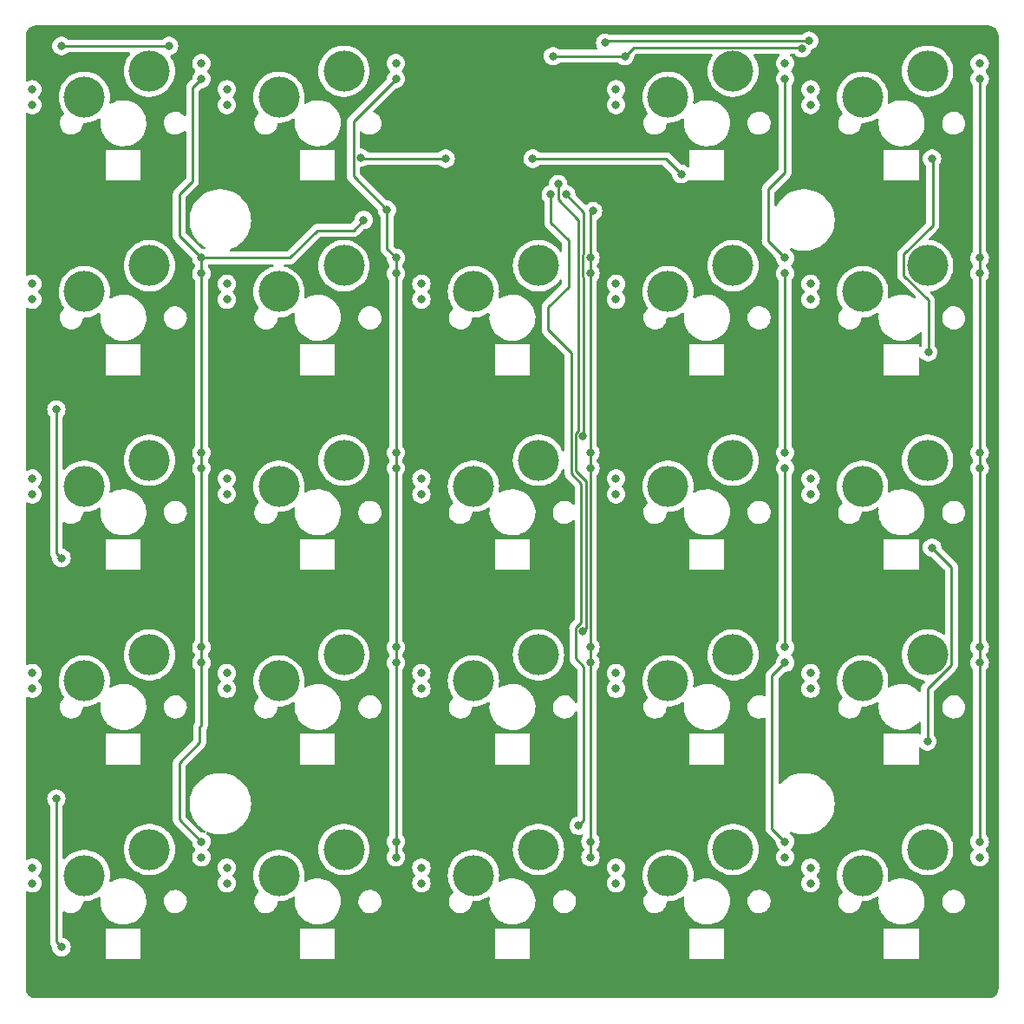
<source format=gbr>
%TF.GenerationSoftware,KiCad,Pcbnew,7.0.5*%
%TF.CreationDate,2023-09-25T20:55:41-06:00*%
%TF.ProjectId,switch_tester_macro_pad_r2,73776974-6368-45f7-9465-737465725f6d,rev?*%
%TF.SameCoordinates,Original*%
%TF.FileFunction,Copper,L1,Top*%
%TF.FilePolarity,Positive*%
%FSLAX46Y46*%
G04 Gerber Fmt 4.6, Leading zero omitted, Abs format (unit mm)*
G04 Created by KiCad (PCBNEW 7.0.5) date 2023-09-25 20:55:41*
%MOMM*%
%LPD*%
G01*
G04 APERTURE LIST*
%TA.AperFunction,ComponentPad*%
%ADD10C,0.800000*%
%TD*%
%TA.AperFunction,ComponentPad*%
%ADD11C,4.000000*%
%TD*%
%TA.AperFunction,ViaPad*%
%ADD12C,0.800000*%
%TD*%
%TA.AperFunction,Conductor*%
%ADD13C,0.250000*%
%TD*%
G04 APERTURE END LIST*
D10*
%TO.P,K24,*%
%TO.N,*%
X127144038Y-109741897D03*
X127144038Y-111265897D03*
D11*
X132224038Y-110503897D03*
%TO.P,K24,6,COL*%
%TO.N,/COL5*%
X138574038Y-107963897D03*
D10*
X143654038Y-107201897D03*
X143654038Y-108725897D03*
%TD*%
%TO.P,K23,*%
%TO.N,*%
X108144038Y-109741897D03*
X108144038Y-111265897D03*
D11*
X113224038Y-110503897D03*
%TO.P,K23,6,COL*%
%TO.N,/COL4*%
X119574038Y-107963897D03*
D10*
X124654038Y-107201897D03*
X124654038Y-108725897D03*
%TD*%
%TO.P,K22,*%
%TO.N,*%
X89144038Y-109741897D03*
X89144038Y-111265897D03*
D11*
X94224038Y-110503897D03*
%TO.P,K22,6,COL*%
%TO.N,/COL3*%
X100574038Y-107963897D03*
D10*
X105654038Y-107201897D03*
X105654038Y-108725897D03*
%TD*%
%TO.P,K21,*%
%TO.N,*%
X70144038Y-109741897D03*
X70144038Y-111265897D03*
D11*
X75224038Y-110503897D03*
%TO.P,K21,6,COL*%
%TO.N,/COL2*%
X81574038Y-107963897D03*
D10*
X86654038Y-107201897D03*
X86654038Y-108725897D03*
%TD*%
%TO.P,K20,*%
%TO.N,*%
X51144038Y-109741897D03*
X51144038Y-111265897D03*
D11*
X56224038Y-110503897D03*
%TO.P,K20,6,COL*%
%TO.N,/COL1*%
X62574038Y-107963897D03*
D10*
X67654038Y-107201897D03*
X67654038Y-108725897D03*
%TD*%
%TO.P,K19,*%
%TO.N,*%
X51144038Y-90741897D03*
X51144038Y-92265897D03*
D11*
X56224038Y-91503897D03*
%TO.P,K19,6,COL*%
%TO.N,/COL1*%
X62574038Y-88963897D03*
D10*
X67654038Y-88201897D03*
X67654038Y-89725897D03*
%TD*%
%TO.P,K18,*%
%TO.N,*%
X70144038Y-90741897D03*
X70144038Y-92265897D03*
D11*
X75224038Y-91503897D03*
%TO.P,K18,6,COL*%
%TO.N,/COL2*%
X81574038Y-88963897D03*
D10*
X86654038Y-88201897D03*
X86654038Y-89725897D03*
%TD*%
%TO.P,K17,*%
%TO.N,*%
X89144038Y-90741897D03*
X89144038Y-92265897D03*
D11*
X94224038Y-91503897D03*
%TO.P,K17,6,COL*%
%TO.N,/COL3*%
X100574038Y-88963897D03*
D10*
X105654038Y-88201897D03*
X105654038Y-89725897D03*
%TD*%
%TO.P,K16,*%
%TO.N,*%
X108144038Y-90741897D03*
X108144038Y-92265897D03*
D11*
X113224038Y-91503897D03*
%TO.P,K16,6,COL*%
%TO.N,/COL4*%
X119574038Y-88963897D03*
D10*
X124654038Y-88201897D03*
X124654038Y-89725897D03*
%TD*%
%TO.P,K15,*%
%TO.N,*%
X127144038Y-90741897D03*
X127144038Y-92265897D03*
D11*
X132224038Y-91503897D03*
%TO.P,K15,6,COL*%
%TO.N,/COL5*%
X138574038Y-88963897D03*
D10*
X143654038Y-88201897D03*
X143654038Y-89725897D03*
%TD*%
%TO.P,K14,*%
%TO.N,*%
X127144038Y-71741897D03*
X127144038Y-73265897D03*
D11*
X132224038Y-72503897D03*
%TO.P,K14,6,COL*%
%TO.N,/COL5*%
X138574038Y-69963897D03*
D10*
X143654038Y-69201897D03*
X143654038Y-70725897D03*
%TD*%
%TO.P,K13,*%
%TO.N,*%
X108144038Y-71741897D03*
X108144038Y-73265897D03*
D11*
X113224038Y-72503897D03*
%TO.P,K13,6,COL*%
%TO.N,/COL4*%
X119574038Y-69963897D03*
D10*
X124654038Y-69201897D03*
X124654038Y-70725897D03*
%TD*%
%TO.P,K12,*%
%TO.N,*%
X89144038Y-71741897D03*
X89144038Y-73265897D03*
D11*
X94224038Y-72503897D03*
%TO.P,K12,6,COL*%
%TO.N,/COL3*%
X100574038Y-69963897D03*
D10*
X105654038Y-69201897D03*
X105654038Y-70725897D03*
%TD*%
%TO.P,K11,*%
%TO.N,*%
X70144038Y-71741897D03*
X70144038Y-73265897D03*
D11*
X75224038Y-72503897D03*
%TO.P,K11,6,COL*%
%TO.N,/COL2*%
X81574038Y-69963897D03*
D10*
X86654038Y-69201897D03*
X86654038Y-70725897D03*
%TD*%
%TO.P,K10,*%
%TO.N,*%
X51144038Y-71741897D03*
X51144038Y-73265897D03*
D11*
X56224038Y-72503897D03*
%TO.P,K10,6,COL*%
%TO.N,/COL1*%
X62574038Y-69963897D03*
D10*
X67654038Y-69201897D03*
X67654038Y-70725897D03*
%TD*%
%TO.P,K9,*%
%TO.N,*%
X51144038Y-52741897D03*
X51144038Y-54265897D03*
D11*
X56224038Y-53503897D03*
%TO.P,K9,6,COL*%
%TO.N,/COL1*%
X62574038Y-50963897D03*
D10*
X67654038Y-50201897D03*
X67654038Y-51725897D03*
%TD*%
%TO.P,K8,*%
%TO.N,*%
X70144038Y-52741897D03*
X70144038Y-54265897D03*
D11*
X75224038Y-53503897D03*
%TO.P,K8,6,COL*%
%TO.N,/COL2*%
X81574038Y-50963897D03*
D10*
X86654038Y-50201897D03*
X86654038Y-51725897D03*
%TD*%
%TO.P,K7,*%
%TO.N,*%
X89144038Y-52741897D03*
X89144038Y-54265897D03*
D11*
X94224038Y-53503897D03*
%TO.P,K7,6,COL*%
%TO.N,/COL3*%
X100574038Y-50963897D03*
D10*
X105654038Y-50201897D03*
X105654038Y-51725897D03*
%TD*%
%TO.P,K6,*%
%TO.N,*%
X108144038Y-52741897D03*
X108144038Y-54265897D03*
D11*
X113224038Y-53503897D03*
%TO.P,K6,6,COL*%
%TO.N,/COL4*%
X119574038Y-50963897D03*
D10*
X124654038Y-50201897D03*
X124654038Y-51725897D03*
%TD*%
%TO.P,K5,*%
%TO.N,*%
X127144038Y-52741897D03*
X127144038Y-54265897D03*
D11*
X132224038Y-53503897D03*
%TO.P,K5,6,COL*%
%TO.N,/COL5*%
X138574038Y-50963897D03*
D10*
X143654038Y-50201897D03*
X143654038Y-51725897D03*
%TD*%
%TO.P,K4,*%
%TO.N,*%
X127144038Y-33741897D03*
X127144038Y-35265897D03*
D11*
X132224038Y-34503897D03*
%TO.P,K4,6,COL*%
%TO.N,/COL5*%
X138574038Y-31963897D03*
D10*
X143654038Y-31201897D03*
X143654038Y-32725897D03*
%TD*%
%TO.P,K3,*%
%TO.N,*%
X108144038Y-33741897D03*
X108144038Y-35265897D03*
D11*
X113224038Y-34503897D03*
%TO.P,K3,6,COL*%
%TO.N,/COL4*%
X119574038Y-31963897D03*
D10*
X124654038Y-31201897D03*
X124654038Y-32725897D03*
%TD*%
%TO.P,K2,6,COL*%
%TO.N,/COL2*%
X86654038Y-32725897D03*
X86654038Y-31201897D03*
D11*
X81574038Y-31963897D03*
%TO.P,K2,*%
%TO.N,*%
X75224038Y-34503897D03*
D10*
X70144038Y-35265897D03*
X70144038Y-33741897D03*
%TD*%
%TO.P,K1,6,COL*%
%TO.N,/COL1*%
X67654038Y-32725897D03*
X67654038Y-31201897D03*
D11*
X62574038Y-31963897D03*
%TO.P,K1,*%
%TO.N,*%
X56224038Y-34503897D03*
D10*
X51144038Y-35265897D03*
X51144038Y-33741897D03*
%TD*%
D12*
%TO.N,Net-(K4-DOUT)*%
X138631569Y-59408052D03*
X139000000Y-40500000D03*
%TO.N,Net-(K14-DOUT)*%
X138555607Y-97408052D03*
X139000000Y-78500000D03*
%TO.N,/ROW1*%
X126293245Y-29724500D03*
%TO.N,/COL5*%
X127000000Y-29000000D03*
X107097207Y-29188897D03*
%TO.N,/ROW1*%
X64500000Y-29500000D03*
X54000000Y-29500000D03*
%TO.N,GND*%
X133500000Y-40500000D03*
X114500000Y-40500000D03*
X133500000Y-78500000D03*
X114500000Y-78500000D03*
X95500000Y-78500000D03*
X100500000Y-61000000D03*
X119500000Y-61000000D03*
X138500000Y-61000000D03*
X138500000Y-99000000D03*
X119500000Y-99000000D03*
X100500000Y-99000000D03*
X95500000Y-116500000D03*
X114500000Y-116500000D03*
X133500000Y-116500000D03*
X76500000Y-116500000D03*
X57500000Y-116500000D03*
X81500000Y-99000000D03*
X62500000Y-99000000D03*
X76500000Y-78500000D03*
X57000000Y-78500000D03*
X81500000Y-61000000D03*
X62500000Y-61000000D03*
X57500000Y-40500000D03*
X76500000Y-40500000D03*
X89000000Y-33500000D03*
X89000000Y-32500000D03*
X88000000Y-33500000D03*
X88000000Y-32500000D03*
X90000000Y-33500000D03*
X90000000Y-32500000D03*
%TO.N,/ROW5*%
X104500000Y-105638897D03*
X101775500Y-44000000D03*
%TO.N,/ROW4*%
X104929538Y-86638897D03*
X102500000Y-43000000D03*
%TO.N,/ROW3*%
X104929538Y-67638897D03*
X103275500Y-44000000D03*
%TO.N,/COL3*%
X105896717Y-45629387D03*
%TO.N,/COL1*%
X83500000Y-46500000D03*
%TO.N,/COL2*%
X85775000Y-45500000D03*
%TO.N,/ROW1*%
X102000000Y-30500000D03*
X109000000Y-30500000D03*
%TO.N,Net-(K10-DIN)*%
X53500000Y-65000000D03*
X54000000Y-79500000D03*
%TO.N,Net-(K19-DOUT)*%
X53500000Y-103000000D03*
X54000000Y-117500000D03*
%TO.N,Net-(K2-DOUT)*%
X91500000Y-40500000D03*
X100000000Y-40500000D03*
X83224500Y-40408052D03*
X114500000Y-42000000D03*
%TD*%
D13*
%TO.N,Net-(K4-DOUT)*%
X139071569Y-47004393D02*
X139071569Y-40408052D01*
X136249038Y-49826924D02*
X139071569Y-47004393D01*
X138631569Y-54309475D02*
X136249038Y-51926944D01*
X136249038Y-51926944D02*
X136249038Y-49826924D01*
X138631569Y-59408052D02*
X138631569Y-54309475D01*
%TO.N,Net-(K14-DOUT)*%
X140899038Y-89926944D02*
X140899038Y-80399038D01*
X138555607Y-92270375D02*
X140899038Y-89926944D01*
X138575962Y-97428407D02*
X138575962Y-97500000D01*
X138555607Y-97408052D02*
X138575962Y-97428407D01*
X138555607Y-97408052D02*
X138555607Y-92270375D01*
X140899038Y-80399038D02*
X139000000Y-78500000D01*
X139015962Y-78500000D02*
X139000000Y-78500000D01*
%TO.N,/ROW1*%
X126207642Y-29638897D02*
X109861103Y-29638897D01*
X126293245Y-29724500D02*
X126207642Y-29638897D01*
X109861103Y-29638897D02*
X109000000Y-30500000D01*
%TO.N,/COL5*%
X107286104Y-29000000D02*
X107097207Y-29188897D01*
X127000000Y-29000000D02*
X107286104Y-29000000D01*
%TO.N,Net-(K2-DOUT)*%
X83316448Y-40500000D02*
X83224500Y-40408052D01*
X91500000Y-40500000D02*
X83316448Y-40500000D01*
%TO.N,/COL2*%
X82500000Y-42225000D02*
X85775000Y-45500000D01*
X82500000Y-36879935D02*
X82500000Y-42225000D01*
X86654038Y-32725897D02*
X82500000Y-36879935D01*
%TO.N,/ROW1*%
X54000000Y-29500000D02*
X64500000Y-29500000D01*
%TO.N,/ROW5*%
X101775500Y-46775500D02*
X101775500Y-44000000D01*
X103500000Y-48500000D02*
X101775500Y-46775500D01*
X103500000Y-53000000D02*
X103500000Y-48500000D01*
X101500000Y-55000000D02*
X103500000Y-53000000D01*
X101500000Y-57198829D02*
X101500000Y-55000000D01*
X103754538Y-59453367D02*
X101500000Y-57198829D01*
X103754538Y-71254538D02*
X103754538Y-59453367D01*
X104754038Y-85789092D02*
X104754038Y-72254038D01*
X104204538Y-89301702D02*
X104204538Y-86338592D01*
X104754038Y-72254038D02*
X103754538Y-71254538D01*
X105000000Y-90097164D02*
X104204538Y-89301702D01*
X105000000Y-105138897D02*
X105000000Y-90097164D01*
X104500000Y-105638897D02*
X105000000Y-105138897D01*
X104204538Y-86338592D02*
X104754038Y-85789092D01*
%TO.N,/ROW4*%
X104204538Y-71000500D02*
X105204038Y-72000000D01*
X104204538Y-67338592D02*
X104204538Y-71000500D01*
X105204038Y-72000000D02*
X105204038Y-86364397D01*
X104479038Y-46479038D02*
X104479038Y-67064092D01*
X104479038Y-67064092D02*
X104204538Y-67338592D01*
X102500000Y-44500000D02*
X104479038Y-46479038D01*
X105204038Y-86364397D02*
X104929538Y-86638897D01*
X102500000Y-43000000D02*
X102500000Y-44500000D01*
%TO.N,/ROW3*%
X104929038Y-49901592D02*
X105000000Y-49830630D01*
X105000000Y-52097164D02*
X104929038Y-52026202D01*
X105000000Y-45724500D02*
X103275500Y-44000000D01*
X105000000Y-67568435D02*
X105000000Y-52097164D01*
X105000000Y-49830630D02*
X105000000Y-45724500D01*
X104929538Y-67638897D02*
X105000000Y-67568435D01*
X104929038Y-52026202D02*
X104929038Y-49901592D01*
%TO.N,/COL3*%
X105654038Y-50201897D02*
X105654038Y-45872066D01*
X105654038Y-45872066D02*
X105896717Y-45629387D01*
%TO.N,/COL1*%
X82500000Y-47500000D02*
X83500000Y-46500000D01*
X79000000Y-47500000D02*
X82500000Y-47500000D01*
X76298103Y-50201897D02*
X79000000Y-47500000D01*
X67654038Y-50201897D02*
X76298103Y-50201897D01*
%TO.N,/COL2*%
X85775000Y-45500000D02*
X85775000Y-49322859D01*
%TO.N,/COL1*%
X65500000Y-105047859D02*
X67654038Y-107201897D01*
X67500000Y-97500000D02*
X65500000Y-99500000D01*
X67654038Y-95845962D02*
X67500000Y-96000000D01*
X67500000Y-96000000D02*
X67500000Y-97500000D01*
X67654038Y-89725897D02*
X67654038Y-95845962D01*
X65500000Y-99500000D02*
X65500000Y-105047859D01*
X67654038Y-50201897D02*
X67654038Y-89725897D01*
X66786947Y-42713053D02*
X65500000Y-44000000D01*
X65500000Y-44000000D02*
X65500000Y-48047859D01*
X66786947Y-33592988D02*
X66786947Y-42713053D01*
X67654038Y-32725897D02*
X66786947Y-33592988D01*
X65500000Y-48047859D02*
X67654038Y-50201897D01*
%TO.N,/COL2*%
X85775000Y-49322859D02*
X86654038Y-50201897D01*
X86654038Y-108725897D02*
X86654038Y-50201897D01*
%TO.N,/COL3*%
X105654038Y-50201897D02*
X105654038Y-108725897D01*
%TO.N,/COL4*%
X123000000Y-48547859D02*
X124654038Y-50201897D01*
X123000000Y-43500000D02*
X123000000Y-48547859D01*
X124654038Y-41845962D02*
X123000000Y-43500000D01*
X124654038Y-32725897D02*
X124654038Y-41845962D01*
X124654038Y-69201897D02*
X124654038Y-51725897D01*
X124654038Y-88201897D02*
X124654038Y-70725897D01*
X123372538Y-91007397D02*
X124654038Y-89725897D01*
X123372538Y-105920397D02*
X123372538Y-91007397D01*
X124654038Y-107201897D02*
X123372538Y-105920397D01*
%TO.N,/COL5*%
X143654038Y-107201897D02*
X143654038Y-32725897D01*
%TO.N,/ROW1*%
X102000000Y-30500000D02*
X109000000Y-30500000D01*
%TO.N,Net-(K10-DIN)*%
X53500000Y-79000000D02*
X54000000Y-79500000D01*
X53500000Y-65000000D02*
X53500000Y-79000000D01*
%TO.N,Net-(K19-DOUT)*%
X53500000Y-117000000D02*
X54000000Y-117500000D01*
X53500000Y-103000000D02*
X53500000Y-117000000D01*
%TO.N,Net-(K14-DOUT)*%
X139015962Y-78500000D02*
X139015962Y-78500000D01*
%TO.N,Net-(K2-DOUT)*%
X113000000Y-40500000D02*
X100000000Y-40500000D01*
X114500000Y-42000000D02*
X113000000Y-40500000D01*
%TD*%
%TA.AperFunction,Conductor*%
%TO.N,GND*%
G36*
X144502697Y-27500736D02*
G01*
X144545491Y-27504480D01*
X144671776Y-27516918D01*
X144691685Y-27520541D01*
X144757426Y-27538156D01*
X144759208Y-27538664D01*
X144851570Y-27566682D01*
X144867959Y-27572952D01*
X144935396Y-27604399D01*
X144938375Y-27605888D01*
X144975969Y-27625982D01*
X145022327Y-27650762D01*
X145028667Y-27654657D01*
X145094828Y-27700983D01*
X145098600Y-27703844D01*
X145170808Y-27763103D01*
X145175309Y-27767182D01*
X145232815Y-27824688D01*
X145236895Y-27829190D01*
X145296154Y-27901398D01*
X145299015Y-27905170D01*
X145345341Y-27971331D01*
X145349236Y-27977671D01*
X145394101Y-28061605D01*
X145395613Y-28064630D01*
X145427041Y-28132027D01*
X145433319Y-28148436D01*
X145461303Y-28240684D01*
X145461860Y-28242636D01*
X145479454Y-28308298D01*
X145483082Y-28328238D01*
X145495522Y-28454552D01*
X145499264Y-28497300D01*
X145499500Y-28502709D01*
X145499500Y-121497290D01*
X145499264Y-121502699D01*
X145495522Y-121545446D01*
X145483082Y-121671760D01*
X145479454Y-121691700D01*
X145461860Y-121757362D01*
X145461303Y-121759314D01*
X145433319Y-121851562D01*
X145427041Y-121867971D01*
X145395613Y-121935368D01*
X145394101Y-121938393D01*
X145349236Y-122022327D01*
X145345341Y-122028667D01*
X145299015Y-122094828D01*
X145296154Y-122098600D01*
X145236895Y-122170808D01*
X145232806Y-122175320D01*
X145175320Y-122232806D01*
X145170808Y-122236895D01*
X145098600Y-122296154D01*
X145094828Y-122299015D01*
X145028667Y-122345341D01*
X145022327Y-122349236D01*
X144938393Y-122394101D01*
X144935368Y-122395613D01*
X144867971Y-122427041D01*
X144851562Y-122433319D01*
X144759314Y-122461303D01*
X144757362Y-122461860D01*
X144691700Y-122479454D01*
X144671760Y-122483082D01*
X144545446Y-122495522D01*
X144507251Y-122498865D01*
X144502694Y-122499264D01*
X144497291Y-122499500D01*
X51502709Y-122499500D01*
X51497305Y-122499264D01*
X51492337Y-122498829D01*
X51454552Y-122495522D01*
X51328239Y-122483082D01*
X51308299Y-122479454D01*
X51242652Y-122461864D01*
X51240701Y-122461307D01*
X51148438Y-122433320D01*
X51132027Y-122427041D01*
X51064624Y-122395609D01*
X51061600Y-122394097D01*
X50977666Y-122349234D01*
X50971331Y-122345342D01*
X50938983Y-122322692D01*
X50905172Y-122299016D01*
X50901401Y-122296155D01*
X50829190Y-122236895D01*
X50824688Y-122232815D01*
X50767182Y-122175309D01*
X50763103Y-122170808D01*
X50703843Y-122098597D01*
X50700982Y-122094826D01*
X50679948Y-122064789D01*
X50654650Y-122028659D01*
X50650764Y-122022332D01*
X50605901Y-121938398D01*
X50604389Y-121935374D01*
X50598046Y-121921772D01*
X50572952Y-121867959D01*
X50566679Y-121851562D01*
X50538680Y-121759261D01*
X50538139Y-121757362D01*
X50520541Y-121691687D01*
X50516918Y-121671771D01*
X50509242Y-121593839D01*
X50508944Y-121587788D01*
X50508663Y-118633941D01*
X58305023Y-118633941D01*
X58305066Y-118658053D01*
X58305151Y-118658258D01*
X58305223Y-118658434D01*
X58305225Y-118658436D01*
X58305415Y-118658514D01*
X58305607Y-118658593D01*
X58305609Y-118658591D01*
X58330223Y-118658576D01*
X58330223Y-118658580D01*
X58330367Y-118658552D01*
X61680847Y-118658552D01*
X61680990Y-118658580D01*
X61680991Y-118658576D01*
X61705604Y-118658591D01*
X61705607Y-118658593D01*
X61705990Y-118658435D01*
X61706107Y-118658151D01*
X61706148Y-118658052D01*
X61706147Y-118658049D01*
X61706190Y-118633941D01*
X77305023Y-118633941D01*
X77305066Y-118658053D01*
X77305151Y-118658258D01*
X77305223Y-118658434D01*
X77305225Y-118658436D01*
X77305415Y-118658514D01*
X77305607Y-118658593D01*
X77305609Y-118658591D01*
X77330223Y-118658576D01*
X77330223Y-118658580D01*
X77330367Y-118658552D01*
X80680847Y-118658552D01*
X80680990Y-118658580D01*
X80680991Y-118658576D01*
X80705604Y-118658591D01*
X80705607Y-118658593D01*
X80705990Y-118658435D01*
X80706107Y-118658151D01*
X80706148Y-118658052D01*
X80706147Y-118658049D01*
X80706190Y-118633941D01*
X96305023Y-118633941D01*
X96305066Y-118658053D01*
X96305151Y-118658258D01*
X96305223Y-118658434D01*
X96305225Y-118658436D01*
X96305415Y-118658514D01*
X96305607Y-118658593D01*
X96305609Y-118658591D01*
X96330223Y-118658576D01*
X96330223Y-118658580D01*
X96330367Y-118658552D01*
X99680847Y-118658552D01*
X99680990Y-118658580D01*
X99680991Y-118658576D01*
X99705604Y-118658591D01*
X99705607Y-118658593D01*
X99705990Y-118658435D01*
X99706107Y-118658151D01*
X99706148Y-118658052D01*
X99706147Y-118658049D01*
X99706190Y-118633941D01*
X115305023Y-118633941D01*
X115305066Y-118658053D01*
X115305151Y-118658258D01*
X115305223Y-118658434D01*
X115305225Y-118658436D01*
X115305415Y-118658514D01*
X115305607Y-118658593D01*
X115305609Y-118658591D01*
X115330223Y-118658576D01*
X115330223Y-118658580D01*
X115330367Y-118658552D01*
X118680847Y-118658552D01*
X118680990Y-118658580D01*
X118680991Y-118658576D01*
X118705604Y-118658591D01*
X118705607Y-118658593D01*
X118705990Y-118658435D01*
X118706107Y-118658151D01*
X118706148Y-118658052D01*
X118706147Y-118658049D01*
X118706190Y-118633942D01*
X118706190Y-118633941D01*
X134305023Y-118633941D01*
X134305066Y-118658053D01*
X134305151Y-118658258D01*
X134305223Y-118658434D01*
X134305225Y-118658436D01*
X134305415Y-118658514D01*
X134305607Y-118658593D01*
X134305609Y-118658591D01*
X134330223Y-118658576D01*
X134330223Y-118658580D01*
X134330367Y-118658552D01*
X137680847Y-118658552D01*
X137680990Y-118658580D01*
X137680991Y-118658576D01*
X137705604Y-118658591D01*
X137705607Y-118658593D01*
X137705990Y-118658435D01*
X137706107Y-118658151D01*
X137706148Y-118658052D01*
X137706147Y-118658049D01*
X137706190Y-118633941D01*
X137706107Y-118633519D01*
X137706107Y-115682811D01*
X137706135Y-115682668D01*
X137706131Y-115682668D01*
X137706146Y-115658054D01*
X137706148Y-115658052D01*
X137706069Y-115657860D01*
X137705991Y-115657670D01*
X137705990Y-115657669D01*
X137705988Y-115657668D01*
X137705697Y-115657548D01*
X137705608Y-115657511D01*
X137681053Y-115657511D01*
X137680847Y-115657552D01*
X134330367Y-115657552D01*
X134330161Y-115657511D01*
X134305605Y-115657511D01*
X134305516Y-115657548D01*
X134305226Y-115657667D01*
X134305222Y-115657670D01*
X134305066Y-115658051D01*
X134305083Y-115682668D01*
X134305078Y-115682668D01*
X134305107Y-115682811D01*
X134305107Y-118633519D01*
X134305023Y-118633941D01*
X118706190Y-118633941D01*
X118706107Y-118633524D01*
X118706107Y-115682810D01*
X118706135Y-115682668D01*
X118706131Y-115682668D01*
X118706146Y-115658054D01*
X118706148Y-115658052D01*
X118706069Y-115657860D01*
X118705991Y-115657670D01*
X118705990Y-115657669D01*
X118705988Y-115657668D01*
X118705697Y-115657548D01*
X118705608Y-115657511D01*
X118681053Y-115657511D01*
X118680847Y-115657552D01*
X115330367Y-115657552D01*
X115330161Y-115657511D01*
X115305605Y-115657511D01*
X115305516Y-115657548D01*
X115305226Y-115657667D01*
X115305222Y-115657670D01*
X115305066Y-115658051D01*
X115305083Y-115682668D01*
X115305078Y-115682668D01*
X115305107Y-115682811D01*
X115305106Y-118633519D01*
X115305023Y-118633941D01*
X99706190Y-118633941D01*
X99706107Y-118633519D01*
X99706107Y-117200119D01*
X99706107Y-115682806D01*
X99706135Y-115682668D01*
X99706131Y-115682668D01*
X99706146Y-115658054D01*
X99706148Y-115658052D01*
X99706069Y-115657860D01*
X99705991Y-115657670D01*
X99705990Y-115657669D01*
X99705988Y-115657668D01*
X99705697Y-115657548D01*
X99705608Y-115657511D01*
X99681053Y-115657511D01*
X99680847Y-115657552D01*
X96330367Y-115657552D01*
X96330161Y-115657511D01*
X96305605Y-115657511D01*
X96305516Y-115657548D01*
X96305226Y-115657667D01*
X96305222Y-115657670D01*
X96305066Y-115658051D01*
X96305083Y-115682668D01*
X96305078Y-115682668D01*
X96305107Y-115682811D01*
X96305107Y-118633519D01*
X96305023Y-118633941D01*
X80706190Y-118633941D01*
X80706107Y-118633519D01*
X80706107Y-115682811D01*
X80706135Y-115682668D01*
X80706131Y-115682668D01*
X80706146Y-115658054D01*
X80706148Y-115658052D01*
X80706069Y-115657860D01*
X80705991Y-115657670D01*
X80705990Y-115657669D01*
X80705988Y-115657668D01*
X80705697Y-115657548D01*
X80705608Y-115657511D01*
X80681053Y-115657511D01*
X80680847Y-115657552D01*
X77330367Y-115657552D01*
X77330161Y-115657511D01*
X77305605Y-115657511D01*
X77305516Y-115657548D01*
X77305226Y-115657667D01*
X77305222Y-115657670D01*
X77305066Y-115658051D01*
X77305083Y-115682668D01*
X77305078Y-115682668D01*
X77305107Y-115682811D01*
X77305107Y-118633519D01*
X77305023Y-118633941D01*
X61706190Y-118633941D01*
X61706107Y-118633519D01*
X61706107Y-115682811D01*
X61706135Y-115682668D01*
X61706131Y-115682668D01*
X61706146Y-115658054D01*
X61706148Y-115658052D01*
X61706069Y-115657860D01*
X61705991Y-115657670D01*
X61705990Y-115657669D01*
X61705988Y-115657668D01*
X61705697Y-115657548D01*
X61705608Y-115657511D01*
X61681053Y-115657511D01*
X61680847Y-115657552D01*
X58330367Y-115657552D01*
X58330161Y-115657511D01*
X58305605Y-115657511D01*
X58305516Y-115657548D01*
X58305226Y-115657667D01*
X58305222Y-115657670D01*
X58305066Y-115658051D01*
X58305083Y-115682668D01*
X58305078Y-115682668D01*
X58305107Y-115682811D01*
X58305107Y-118633519D01*
X58305023Y-118633941D01*
X50508663Y-118633941D01*
X50508048Y-112159026D01*
X50527726Y-112091986D01*
X50580526Y-112046227D01*
X50649683Y-112036276D01*
X50684899Y-112048466D01*
X50685372Y-112047405D01*
X50864230Y-112127039D01*
X50864235Y-112127041D01*
X51049392Y-112166397D01*
X51049393Y-112166397D01*
X51238682Y-112166397D01*
X51238684Y-112166397D01*
X51423841Y-112127041D01*
X51596768Y-112050048D01*
X51749909Y-111938785D01*
X51876571Y-111798113D01*
X51971217Y-111634181D01*
X52029712Y-111454153D01*
X52049498Y-111265897D01*
X52029712Y-111077641D01*
X51971217Y-110897613D01*
X51876571Y-110733681D01*
X51749909Y-110593009D01*
X51749908Y-110593008D01*
X51745560Y-110588179D01*
X51747410Y-110586513D01*
X51716635Y-110536564D01*
X51717963Y-110466707D01*
X51747249Y-110421136D01*
X51745560Y-110419615D01*
X51749909Y-110414785D01*
X51876571Y-110274113D01*
X51971217Y-110110181D01*
X52029712Y-109930153D01*
X52049498Y-109741897D01*
X52029712Y-109553641D01*
X51971217Y-109373613D01*
X51876571Y-109209681D01*
X51749909Y-109069009D01*
X51749908Y-109069008D01*
X51596772Y-108957748D01*
X51596767Y-108957745D01*
X51423845Y-108880754D01*
X51423840Y-108880752D01*
X51274355Y-108848979D01*
X51238684Y-108841397D01*
X51049392Y-108841397D01*
X51016935Y-108848295D01*
X50864235Y-108880752D01*
X50864230Y-108880754D01*
X50685372Y-108960389D01*
X50684564Y-108958575D01*
X50625808Y-108972817D01*
X50559785Y-108949952D01*
X50516605Y-108895023D01*
X50507733Y-108848979D01*
X50507454Y-105906370D01*
X50507177Y-103000000D01*
X52594540Y-103000000D01*
X52614326Y-103188256D01*
X52614327Y-103188259D01*
X52672818Y-103368277D01*
X52672821Y-103368284D01*
X52767467Y-103532216D01*
X52810772Y-103580310D01*
X52842650Y-103615715D01*
X52872880Y-103678706D01*
X52874500Y-103698687D01*
X52874500Y-116917255D01*
X52872775Y-116932872D01*
X52873061Y-116932899D01*
X52872326Y-116940666D01*
X52874469Y-117008846D01*
X52874500Y-117010793D01*
X52874500Y-117039343D01*
X52874501Y-117039360D01*
X52875368Y-117046231D01*
X52875826Y-117052050D01*
X52877290Y-117098624D01*
X52877291Y-117098627D01*
X52882880Y-117117867D01*
X52886824Y-117136911D01*
X52889336Y-117156791D01*
X52906490Y-117200119D01*
X52908382Y-117205647D01*
X52921381Y-117250388D01*
X52931580Y-117267634D01*
X52940138Y-117285103D01*
X52947514Y-117303732D01*
X52974898Y-117341423D01*
X52978106Y-117346307D01*
X53001827Y-117386416D01*
X53001833Y-117386424D01*
X53015990Y-117400580D01*
X53028628Y-117415376D01*
X53040405Y-117431586D01*
X53040406Y-117431587D01*
X53052828Y-117441863D01*
X53091936Y-117499763D01*
X53097109Y-117524445D01*
X53114326Y-117688256D01*
X53114327Y-117688259D01*
X53172818Y-117868277D01*
X53172821Y-117868284D01*
X53267467Y-118032216D01*
X53394129Y-118172887D01*
X53394129Y-118172888D01*
X53547265Y-118284148D01*
X53547270Y-118284151D01*
X53720192Y-118361142D01*
X53720197Y-118361144D01*
X53905354Y-118400500D01*
X53905355Y-118400500D01*
X54094644Y-118400500D01*
X54094646Y-118400500D01*
X54279803Y-118361144D01*
X54452730Y-118284151D01*
X54605871Y-118172888D01*
X54732533Y-118032216D01*
X54827179Y-117868284D01*
X54885674Y-117688256D01*
X54905460Y-117500000D01*
X54885674Y-117311744D01*
X54827179Y-117131716D01*
X54732533Y-116967784D01*
X54605871Y-116827112D01*
X54605870Y-116827111D01*
X54452734Y-116715851D01*
X54452729Y-116715848D01*
X54279807Y-116638857D01*
X54279803Y-116638856D01*
X54223718Y-116626934D01*
X54162236Y-116593741D01*
X54128460Y-116532577D01*
X54125500Y-116505644D01*
X54125500Y-114076401D01*
X54145185Y-114009362D01*
X54197989Y-113963607D01*
X54267147Y-113953663D01*
X54316537Y-113972085D01*
X54435958Y-114048832D01*
X54635506Y-114128719D01*
X54741036Y-114149057D01*
X54846565Y-114169397D01*
X54846566Y-114169397D01*
X55007650Y-114169397D01*
X55007656Y-114169397D01*
X55168009Y-114154085D01*
X55374247Y-114093528D01*
X55565297Y-113995035D01*
X55734255Y-113862165D01*
X55875014Y-113699721D01*
X55982486Y-113513574D01*
X56052788Y-113310451D01*
X56081499Y-113110750D01*
X56110525Y-113047194D01*
X56169303Y-113009420D01*
X56204238Y-113004397D01*
X56381354Y-113004397D01*
X56381356Y-113004397D01*
X56381359Y-113004396D01*
X56381367Y-113004396D01*
X56567631Y-112980865D01*
X56693511Y-112964963D01*
X56998263Y-112886716D01*
X56998266Y-112886715D01*
X57290795Y-112770895D01*
X57290796Y-112770894D01*
X57290794Y-112770894D01*
X57290804Y-112770891D01*
X57566522Y-112619313D01*
X57620621Y-112580007D01*
X57686427Y-112556527D01*
X57754481Y-112572352D01*
X57803176Y-112622457D01*
X57817052Y-112690935D01*
X57815780Y-112700949D01*
X57795912Y-112818738D01*
X57785871Y-113119064D01*
X57815948Y-113418039D01*
X57815949Y-113418046D01*
X57885606Y-113710338D01*
X57885609Y-113710350D01*
X57993604Y-113990750D01*
X57993611Y-113990765D01*
X58138017Y-114254272D01*
X58138021Y-114254278D01*
X58229334Y-114378209D01*
X58316261Y-114496187D01*
X58525159Y-114712186D01*
X58760984Y-114898415D01*
X59019525Y-115051549D01*
X59296171Y-115168857D01*
X59296174Y-115168857D01*
X59296177Y-115168859D01*
X59441077Y-115208551D01*
X59585984Y-115248245D01*
X59883793Y-115288297D01*
X59883798Y-115288297D01*
X60109079Y-115288297D01*
X60272551Y-115277352D01*
X60333857Y-115273249D01*
X60628325Y-115213396D01*
X60912189Y-115114828D01*
X61180381Y-114979304D01*
X61428118Y-114809243D01*
X61650977Y-114607679D01*
X61844981Y-114378209D01*
X62006669Y-114124929D01*
X62133156Y-113852357D01*
X62222184Y-113565359D01*
X62272164Y-113269055D01*
X62281491Y-112990099D01*
X63984698Y-112990099D01*
X63994925Y-113204798D01*
X64045601Y-113413688D01*
X64045603Y-113413692D01*
X64047591Y-113418046D01*
X64134892Y-113609207D01*
X64259572Y-113784296D01*
X64259573Y-113784297D01*
X64259578Y-113784303D01*
X64415132Y-113932622D01*
X64415134Y-113932623D01*
X64415135Y-113932624D01*
X64595958Y-114048832D01*
X64795506Y-114128719D01*
X64901035Y-114149057D01*
X65006565Y-114169397D01*
X65006566Y-114169397D01*
X65167650Y-114169397D01*
X65167656Y-114169397D01*
X65328009Y-114154085D01*
X65534247Y-114093528D01*
X65725297Y-113995035D01*
X65894255Y-113862165D01*
X66035014Y-113699721D01*
X66142486Y-113513574D01*
X66212788Y-113310451D01*
X66243377Y-113097694D01*
X66233150Y-112882993D01*
X66182475Y-112674107D01*
X66093184Y-112478587D01*
X65968504Y-112303498D01*
X65968502Y-112303496D01*
X65968497Y-112303490D01*
X65812943Y-112155171D01*
X65632118Y-112038962D01*
X65432568Y-111959074D01*
X65221511Y-111918397D01*
X65221510Y-111918397D01*
X65060420Y-111918397D01*
X64900066Y-111933709D01*
X64900067Y-111933709D01*
X64900063Y-111933710D01*
X64693831Y-111994265D01*
X64502774Y-112092761D01*
X64333823Y-112225626D01*
X64333820Y-112225630D01*
X64193059Y-112388075D01*
X64085591Y-112574216D01*
X64015289Y-112777339D01*
X64015288Y-112777341D01*
X63984699Y-112990097D01*
X63984698Y-112990099D01*
X62281491Y-112990099D01*
X62282205Y-112968733D01*
X62252127Y-112669752D01*
X62182468Y-112377448D01*
X62074469Y-112097037D01*
X61930059Y-111833522D01*
X61903969Y-111798113D01*
X61839715Y-111710906D01*
X61751815Y-111591607D01*
X61542917Y-111375608D01*
X61542910Y-111375602D01*
X61403988Y-111265897D01*
X69238578Y-111265897D01*
X69258364Y-111454153D01*
X69258365Y-111454156D01*
X69316856Y-111634174D01*
X69316859Y-111634181D01*
X69411505Y-111798113D01*
X69519810Y-111918397D01*
X69538167Y-111938785D01*
X69691303Y-112050045D01*
X69691308Y-112050048D01*
X69864230Y-112127039D01*
X69864235Y-112127041D01*
X70049392Y-112166397D01*
X70049393Y-112166397D01*
X70238682Y-112166397D01*
X70238684Y-112166397D01*
X70423841Y-112127041D01*
X70596768Y-112050048D01*
X70749909Y-111938785D01*
X70876571Y-111798113D01*
X70971217Y-111634181D01*
X71029712Y-111454153D01*
X71049498Y-111265897D01*
X71029712Y-111077641D01*
X70971217Y-110897613D01*
X70876571Y-110733681D01*
X70749909Y-110593009D01*
X70749908Y-110593008D01*
X70745560Y-110588179D01*
X70747410Y-110586513D01*
X70716635Y-110536564D01*
X70717256Y-110503902D01*
X72718594Y-110503902D01*
X72738348Y-110817901D01*
X72738349Y-110817908D01*
X72797308Y-111126980D01*
X72894535Y-111426213D01*
X72894537Y-111426218D01*
X73028499Y-111710900D01*
X73028502Y-111710906D01*
X73197089Y-111976558D01*
X73197092Y-111976562D01*
X73231730Y-112018432D01*
X73259296Y-112082634D01*
X73247775Y-112151548D01*
X73212841Y-112194942D01*
X73173820Y-112225629D01*
X73173820Y-112225630D01*
X73033059Y-112388075D01*
X72925591Y-112574216D01*
X72855289Y-112777339D01*
X72855288Y-112777341D01*
X72824699Y-112990097D01*
X72824698Y-112990099D01*
X72834925Y-113204798D01*
X72885601Y-113413688D01*
X72885603Y-113413692D01*
X72887591Y-113418046D01*
X72974892Y-113609207D01*
X73099572Y-113784296D01*
X73099573Y-113784297D01*
X73099578Y-113784303D01*
X73255132Y-113932622D01*
X73255134Y-113932623D01*
X73255135Y-113932624D01*
X73435958Y-114048832D01*
X73635506Y-114128719D01*
X73741035Y-114149057D01*
X73846565Y-114169397D01*
X73846566Y-114169397D01*
X74007650Y-114169397D01*
X74007656Y-114169397D01*
X74168009Y-114154085D01*
X74374247Y-114093528D01*
X74565297Y-113995035D01*
X74734255Y-113862165D01*
X74875014Y-113699721D01*
X74982486Y-113513574D01*
X75052788Y-113310451D01*
X75081499Y-113110750D01*
X75110525Y-113047194D01*
X75169303Y-113009420D01*
X75204238Y-113004397D01*
X75381354Y-113004397D01*
X75381356Y-113004397D01*
X75381359Y-113004396D01*
X75381367Y-113004396D01*
X75567631Y-112980865D01*
X75693511Y-112964963D01*
X75998263Y-112886716D01*
X75998266Y-112886715D01*
X76290795Y-112770895D01*
X76290796Y-112770894D01*
X76290794Y-112770894D01*
X76290804Y-112770891D01*
X76566522Y-112619313D01*
X76620621Y-112580007D01*
X76686427Y-112556527D01*
X76754481Y-112572352D01*
X76803176Y-112622457D01*
X76817052Y-112690935D01*
X76815780Y-112700949D01*
X76795912Y-112818738D01*
X76785871Y-113119064D01*
X76815948Y-113418039D01*
X76815949Y-113418046D01*
X76885606Y-113710338D01*
X76885609Y-113710350D01*
X76993604Y-113990750D01*
X76993611Y-113990765D01*
X77138017Y-114254272D01*
X77138021Y-114254278D01*
X77229334Y-114378209D01*
X77316261Y-114496187D01*
X77525159Y-114712186D01*
X77760984Y-114898415D01*
X78019525Y-115051549D01*
X78296171Y-115168857D01*
X78296174Y-115168857D01*
X78296177Y-115168859D01*
X78441077Y-115208551D01*
X78585984Y-115248245D01*
X78883793Y-115288297D01*
X78883798Y-115288297D01*
X79109079Y-115288297D01*
X79272551Y-115277352D01*
X79333857Y-115273249D01*
X79628325Y-115213396D01*
X79912189Y-115114828D01*
X80180381Y-114979304D01*
X80428118Y-114809243D01*
X80650977Y-114607679D01*
X80844981Y-114378209D01*
X81006669Y-114124929D01*
X81133156Y-113852357D01*
X81222184Y-113565359D01*
X81272164Y-113269055D01*
X81281491Y-112990099D01*
X82984698Y-112990099D01*
X82994925Y-113204798D01*
X83045601Y-113413688D01*
X83045603Y-113413692D01*
X83047591Y-113418046D01*
X83134892Y-113609207D01*
X83259572Y-113784296D01*
X83259573Y-113784297D01*
X83259578Y-113784303D01*
X83415132Y-113932622D01*
X83415134Y-113932623D01*
X83415135Y-113932624D01*
X83595958Y-114048832D01*
X83795506Y-114128719D01*
X83901035Y-114149057D01*
X84006565Y-114169397D01*
X84006566Y-114169397D01*
X84167650Y-114169397D01*
X84167656Y-114169397D01*
X84328009Y-114154085D01*
X84534247Y-114093528D01*
X84725297Y-113995035D01*
X84894255Y-113862165D01*
X85035014Y-113699721D01*
X85142486Y-113513574D01*
X85212788Y-113310451D01*
X85243377Y-113097694D01*
X85233150Y-112882993D01*
X85182475Y-112674107D01*
X85093184Y-112478587D01*
X84968504Y-112303498D01*
X84968502Y-112303496D01*
X84968497Y-112303490D01*
X84812943Y-112155171D01*
X84632118Y-112038962D01*
X84432568Y-111959074D01*
X84221511Y-111918397D01*
X84221510Y-111918397D01*
X84060420Y-111918397D01*
X83900066Y-111933709D01*
X83900067Y-111933709D01*
X83900063Y-111933710D01*
X83693831Y-111994265D01*
X83502774Y-112092761D01*
X83333823Y-112225626D01*
X83333820Y-112225630D01*
X83193059Y-112388075D01*
X83085591Y-112574216D01*
X83015289Y-112777339D01*
X83015288Y-112777341D01*
X82984699Y-112990097D01*
X82984698Y-112990099D01*
X81281491Y-112990099D01*
X81282205Y-112968733D01*
X81252127Y-112669752D01*
X81182468Y-112377448D01*
X81074469Y-112097037D01*
X80930059Y-111833522D01*
X80903969Y-111798113D01*
X80839715Y-111710906D01*
X80751815Y-111591607D01*
X80542917Y-111375608D01*
X80542910Y-111375602D01*
X80403988Y-111265897D01*
X88238578Y-111265897D01*
X88258364Y-111454153D01*
X88258365Y-111454156D01*
X88316856Y-111634174D01*
X88316859Y-111634181D01*
X88411505Y-111798113D01*
X88519810Y-111918397D01*
X88538167Y-111938785D01*
X88691303Y-112050045D01*
X88691308Y-112050048D01*
X88864230Y-112127039D01*
X88864235Y-112127041D01*
X89049392Y-112166397D01*
X89049393Y-112166397D01*
X89238682Y-112166397D01*
X89238684Y-112166397D01*
X89423841Y-112127041D01*
X89596768Y-112050048D01*
X89749909Y-111938785D01*
X89876571Y-111798113D01*
X89971217Y-111634181D01*
X90029712Y-111454153D01*
X90049498Y-111265897D01*
X90029712Y-111077641D01*
X89971217Y-110897613D01*
X89876571Y-110733681D01*
X89749909Y-110593009D01*
X89749908Y-110593008D01*
X89745560Y-110588179D01*
X89747410Y-110586513D01*
X89716635Y-110536564D01*
X89717256Y-110503902D01*
X91718594Y-110503902D01*
X91738348Y-110817901D01*
X91738349Y-110817908D01*
X91797308Y-111126980D01*
X91894535Y-111426213D01*
X91894537Y-111426218D01*
X92028499Y-111710900D01*
X92028502Y-111710906D01*
X92197089Y-111976558D01*
X92197092Y-111976562D01*
X92231730Y-112018432D01*
X92259296Y-112082634D01*
X92247775Y-112151548D01*
X92212841Y-112194942D01*
X92173820Y-112225629D01*
X92173820Y-112225630D01*
X92033059Y-112388075D01*
X91925591Y-112574216D01*
X91855289Y-112777339D01*
X91855288Y-112777341D01*
X91824699Y-112990097D01*
X91824698Y-112990099D01*
X91834925Y-113204798D01*
X91885601Y-113413688D01*
X91885603Y-113413692D01*
X91887591Y-113418046D01*
X91974892Y-113609207D01*
X92099572Y-113784296D01*
X92099573Y-113784297D01*
X92099578Y-113784303D01*
X92255132Y-113932622D01*
X92255134Y-113932623D01*
X92255135Y-113932624D01*
X92435958Y-114048832D01*
X92635506Y-114128719D01*
X92741035Y-114149057D01*
X92846565Y-114169397D01*
X92846566Y-114169397D01*
X93007650Y-114169397D01*
X93007656Y-114169397D01*
X93168009Y-114154085D01*
X93374247Y-114093528D01*
X93565297Y-113995035D01*
X93734255Y-113862165D01*
X93875014Y-113699721D01*
X93982486Y-113513574D01*
X94052788Y-113310451D01*
X94081499Y-113110750D01*
X94110525Y-113047194D01*
X94169303Y-113009420D01*
X94204238Y-113004397D01*
X94381354Y-113004397D01*
X94381356Y-113004397D01*
X94381359Y-113004396D01*
X94381367Y-113004396D01*
X94567631Y-112980865D01*
X94693511Y-112964963D01*
X94998263Y-112886716D01*
X94998266Y-112886715D01*
X95290795Y-112770895D01*
X95290796Y-112770894D01*
X95290794Y-112770894D01*
X95290804Y-112770891D01*
X95566522Y-112619313D01*
X95620621Y-112580007D01*
X95686427Y-112556527D01*
X95754481Y-112572352D01*
X95803176Y-112622457D01*
X95817052Y-112690935D01*
X95815780Y-112700949D01*
X95795912Y-112818738D01*
X95785871Y-113119064D01*
X95815948Y-113418039D01*
X95815949Y-113418046D01*
X95885606Y-113710338D01*
X95885609Y-113710350D01*
X95993604Y-113990750D01*
X95993611Y-113990765D01*
X96138017Y-114254272D01*
X96138021Y-114254278D01*
X96229334Y-114378209D01*
X96316261Y-114496187D01*
X96525159Y-114712186D01*
X96760984Y-114898415D01*
X97019525Y-115051549D01*
X97296171Y-115168857D01*
X97296174Y-115168857D01*
X97296177Y-115168859D01*
X97441077Y-115208551D01*
X97585984Y-115248245D01*
X97883793Y-115288297D01*
X97883798Y-115288297D01*
X98109079Y-115288297D01*
X98272551Y-115277352D01*
X98333857Y-115273249D01*
X98628325Y-115213396D01*
X98912189Y-115114828D01*
X99180381Y-114979304D01*
X99428118Y-114809243D01*
X99650977Y-114607679D01*
X99844981Y-114378209D01*
X100006669Y-114124929D01*
X100133156Y-113852357D01*
X100222184Y-113565359D01*
X100272164Y-113269055D01*
X100281491Y-112990099D01*
X101984698Y-112990099D01*
X101994925Y-113204798D01*
X102045601Y-113413688D01*
X102045603Y-113413692D01*
X102047591Y-113418046D01*
X102134892Y-113609207D01*
X102259572Y-113784296D01*
X102259573Y-113784297D01*
X102259578Y-113784303D01*
X102415132Y-113932622D01*
X102415134Y-113932623D01*
X102415135Y-113932624D01*
X102595958Y-114048832D01*
X102795506Y-114128719D01*
X102901035Y-114149057D01*
X103006565Y-114169397D01*
X103006566Y-114169397D01*
X103167650Y-114169397D01*
X103167656Y-114169397D01*
X103328009Y-114154085D01*
X103534247Y-114093528D01*
X103725297Y-113995035D01*
X103894255Y-113862165D01*
X104035014Y-113699721D01*
X104142486Y-113513574D01*
X104212788Y-113310451D01*
X104243377Y-113097694D01*
X104233150Y-112882993D01*
X104182475Y-112674107D01*
X104093184Y-112478587D01*
X103968504Y-112303498D01*
X103968502Y-112303496D01*
X103968497Y-112303490D01*
X103812943Y-112155171D01*
X103632118Y-112038962D01*
X103432568Y-111959074D01*
X103221511Y-111918397D01*
X103221510Y-111918397D01*
X103060420Y-111918397D01*
X102900066Y-111933709D01*
X102900067Y-111933709D01*
X102900063Y-111933710D01*
X102693831Y-111994265D01*
X102502774Y-112092761D01*
X102333823Y-112225626D01*
X102333820Y-112225630D01*
X102193059Y-112388075D01*
X102085591Y-112574216D01*
X102015289Y-112777339D01*
X102015288Y-112777341D01*
X101984699Y-112990097D01*
X101984698Y-112990099D01*
X100281491Y-112990099D01*
X100282205Y-112968733D01*
X100252127Y-112669752D01*
X100182468Y-112377448D01*
X100074469Y-112097037D01*
X99930059Y-111833522D01*
X99903969Y-111798113D01*
X99839715Y-111710906D01*
X99751815Y-111591607D01*
X99542917Y-111375608D01*
X99542910Y-111375602D01*
X99403988Y-111265897D01*
X107238578Y-111265897D01*
X107258364Y-111454153D01*
X107258365Y-111454156D01*
X107316856Y-111634174D01*
X107316859Y-111634181D01*
X107411505Y-111798113D01*
X107519810Y-111918397D01*
X107538167Y-111938785D01*
X107691303Y-112050045D01*
X107691308Y-112050048D01*
X107864230Y-112127039D01*
X107864235Y-112127041D01*
X108049392Y-112166397D01*
X108049393Y-112166397D01*
X108238682Y-112166397D01*
X108238684Y-112166397D01*
X108423841Y-112127041D01*
X108596768Y-112050048D01*
X108749909Y-111938785D01*
X108876571Y-111798113D01*
X108971217Y-111634181D01*
X109029712Y-111454153D01*
X109049498Y-111265897D01*
X109029712Y-111077641D01*
X108971217Y-110897613D01*
X108876571Y-110733681D01*
X108749909Y-110593009D01*
X108749908Y-110593008D01*
X108745560Y-110588179D01*
X108747410Y-110586513D01*
X108716635Y-110536564D01*
X108717256Y-110503902D01*
X110718594Y-110503902D01*
X110738348Y-110817901D01*
X110738349Y-110817908D01*
X110797308Y-111126980D01*
X110894535Y-111426213D01*
X110894537Y-111426218D01*
X111028499Y-111710900D01*
X111028502Y-111710906D01*
X111197089Y-111976558D01*
X111197092Y-111976562D01*
X111231730Y-112018432D01*
X111259296Y-112082634D01*
X111247775Y-112151548D01*
X111212841Y-112194942D01*
X111173820Y-112225629D01*
X111173820Y-112225630D01*
X111033059Y-112388075D01*
X110925591Y-112574216D01*
X110855289Y-112777339D01*
X110855288Y-112777341D01*
X110824699Y-112990097D01*
X110824698Y-112990099D01*
X110834925Y-113204798D01*
X110885601Y-113413688D01*
X110885603Y-113413692D01*
X110887591Y-113418046D01*
X110974892Y-113609207D01*
X111099572Y-113784296D01*
X111099573Y-113784297D01*
X111099578Y-113784303D01*
X111255132Y-113932622D01*
X111255134Y-113932623D01*
X111255135Y-113932624D01*
X111435958Y-114048832D01*
X111635506Y-114128719D01*
X111741035Y-114149057D01*
X111846565Y-114169397D01*
X111846566Y-114169397D01*
X112007650Y-114169397D01*
X112007656Y-114169397D01*
X112168009Y-114154085D01*
X112374247Y-114093528D01*
X112565297Y-113995035D01*
X112734255Y-113862165D01*
X112875014Y-113699721D01*
X112982486Y-113513574D01*
X113052788Y-113310451D01*
X113081499Y-113110750D01*
X113110525Y-113047194D01*
X113169303Y-113009420D01*
X113204238Y-113004397D01*
X113381354Y-113004397D01*
X113381356Y-113004397D01*
X113381359Y-113004396D01*
X113381367Y-113004396D01*
X113567631Y-112980865D01*
X113693511Y-112964963D01*
X113998263Y-112886716D01*
X113998266Y-112886715D01*
X114290795Y-112770895D01*
X114290796Y-112770894D01*
X114290794Y-112770894D01*
X114290804Y-112770891D01*
X114566522Y-112619313D01*
X114620621Y-112580007D01*
X114686427Y-112556527D01*
X114754481Y-112572352D01*
X114803176Y-112622457D01*
X114817052Y-112690935D01*
X114815780Y-112700949D01*
X114795912Y-112818738D01*
X114785871Y-113119064D01*
X114815948Y-113418039D01*
X114815949Y-113418046D01*
X114885606Y-113710338D01*
X114885609Y-113710350D01*
X114993604Y-113990750D01*
X114993611Y-113990765D01*
X115138017Y-114254272D01*
X115138021Y-114254278D01*
X115229334Y-114378209D01*
X115316261Y-114496187D01*
X115525159Y-114712186D01*
X115760984Y-114898415D01*
X116019525Y-115051549D01*
X116296171Y-115168857D01*
X116296174Y-115168857D01*
X116296177Y-115168859D01*
X116441077Y-115208551D01*
X116585984Y-115248245D01*
X116883793Y-115288297D01*
X116883798Y-115288297D01*
X117109079Y-115288297D01*
X117272551Y-115277352D01*
X117333857Y-115273249D01*
X117628325Y-115213396D01*
X117912189Y-115114828D01*
X118180381Y-114979304D01*
X118428118Y-114809243D01*
X118650977Y-114607679D01*
X118844981Y-114378209D01*
X119006669Y-114124929D01*
X119133156Y-113852357D01*
X119222184Y-113565359D01*
X119272164Y-113269055D01*
X119281491Y-112990099D01*
X120984698Y-112990099D01*
X120994925Y-113204798D01*
X121045601Y-113413688D01*
X121045603Y-113413692D01*
X121047591Y-113418046D01*
X121134892Y-113609207D01*
X121259572Y-113784296D01*
X121259573Y-113784297D01*
X121259578Y-113784303D01*
X121415132Y-113932622D01*
X121415134Y-113932623D01*
X121415135Y-113932624D01*
X121595958Y-114048832D01*
X121795506Y-114128719D01*
X121901035Y-114149057D01*
X122006565Y-114169397D01*
X122006566Y-114169397D01*
X122167650Y-114169397D01*
X122167656Y-114169397D01*
X122328009Y-114154085D01*
X122534247Y-114093528D01*
X122725297Y-113995035D01*
X122894255Y-113862165D01*
X123035014Y-113699721D01*
X123142486Y-113513574D01*
X123212788Y-113310451D01*
X123243377Y-113097694D01*
X123233150Y-112882993D01*
X123182475Y-112674107D01*
X123093184Y-112478587D01*
X122968504Y-112303498D01*
X122968502Y-112303496D01*
X122968497Y-112303490D01*
X122812943Y-112155171D01*
X122632118Y-112038962D01*
X122432568Y-111959074D01*
X122221511Y-111918397D01*
X122221510Y-111918397D01*
X122060420Y-111918397D01*
X121900066Y-111933709D01*
X121900067Y-111933709D01*
X121900063Y-111933710D01*
X121693831Y-111994265D01*
X121502774Y-112092761D01*
X121333823Y-112225626D01*
X121333820Y-112225630D01*
X121193059Y-112388075D01*
X121085591Y-112574216D01*
X121015289Y-112777339D01*
X121015288Y-112777341D01*
X120984699Y-112990097D01*
X120984698Y-112990099D01*
X119281491Y-112990099D01*
X119282205Y-112968733D01*
X119252127Y-112669752D01*
X119182468Y-112377448D01*
X119074469Y-112097037D01*
X118930059Y-111833522D01*
X118903969Y-111798113D01*
X118839715Y-111710906D01*
X118751815Y-111591607D01*
X118542917Y-111375608D01*
X118542910Y-111375602D01*
X118403988Y-111265897D01*
X126238578Y-111265897D01*
X126258364Y-111454153D01*
X126258365Y-111454156D01*
X126316856Y-111634174D01*
X126316859Y-111634181D01*
X126411505Y-111798113D01*
X126519810Y-111918397D01*
X126538167Y-111938785D01*
X126691303Y-112050045D01*
X126691308Y-112050048D01*
X126864230Y-112127039D01*
X126864235Y-112127041D01*
X127049392Y-112166397D01*
X127049393Y-112166397D01*
X127238682Y-112166397D01*
X127238684Y-112166397D01*
X127423841Y-112127041D01*
X127596768Y-112050048D01*
X127749909Y-111938785D01*
X127876571Y-111798113D01*
X127971217Y-111634181D01*
X128029712Y-111454153D01*
X128049498Y-111265897D01*
X128029712Y-111077641D01*
X127971217Y-110897613D01*
X127876571Y-110733681D01*
X127749909Y-110593009D01*
X127749908Y-110593008D01*
X127745560Y-110588179D01*
X127747410Y-110586513D01*
X127716635Y-110536564D01*
X127717256Y-110503902D01*
X129718594Y-110503902D01*
X129738348Y-110817901D01*
X129738349Y-110817908D01*
X129797308Y-111126980D01*
X129894535Y-111426213D01*
X129894537Y-111426218D01*
X130028499Y-111710900D01*
X130028502Y-111710906D01*
X130197089Y-111976558D01*
X130197092Y-111976562D01*
X130231730Y-112018432D01*
X130259296Y-112082634D01*
X130247775Y-112151548D01*
X130212841Y-112194942D01*
X130173820Y-112225629D01*
X130173820Y-112225630D01*
X130033059Y-112388075D01*
X129925591Y-112574216D01*
X129855289Y-112777339D01*
X129855288Y-112777341D01*
X129824699Y-112990097D01*
X129824698Y-112990099D01*
X129834925Y-113204798D01*
X129885601Y-113413688D01*
X129885603Y-113413692D01*
X129887591Y-113418046D01*
X129974892Y-113609207D01*
X130099572Y-113784296D01*
X130099573Y-113784297D01*
X130099578Y-113784303D01*
X130255132Y-113932622D01*
X130255134Y-113932623D01*
X130255135Y-113932624D01*
X130435958Y-114048832D01*
X130635506Y-114128719D01*
X130741035Y-114149057D01*
X130846565Y-114169397D01*
X130846566Y-114169397D01*
X131007650Y-114169397D01*
X131007656Y-114169397D01*
X131168009Y-114154085D01*
X131374247Y-114093528D01*
X131565297Y-113995035D01*
X131734255Y-113862165D01*
X131875014Y-113699721D01*
X131982486Y-113513574D01*
X132052788Y-113310451D01*
X132081499Y-113110750D01*
X132110525Y-113047194D01*
X132169303Y-113009420D01*
X132204238Y-113004397D01*
X132381354Y-113004397D01*
X132381356Y-113004397D01*
X132381359Y-113004396D01*
X132381367Y-113004396D01*
X132567631Y-112980865D01*
X132693511Y-112964963D01*
X132998263Y-112886716D01*
X132998266Y-112886715D01*
X133290795Y-112770895D01*
X133290796Y-112770894D01*
X133290794Y-112770894D01*
X133290804Y-112770891D01*
X133566522Y-112619313D01*
X133620621Y-112580007D01*
X133686427Y-112556527D01*
X133754481Y-112572352D01*
X133803176Y-112622457D01*
X133817052Y-112690935D01*
X133815780Y-112700949D01*
X133795912Y-112818738D01*
X133785871Y-113119064D01*
X133815948Y-113418039D01*
X133815949Y-113418046D01*
X133885606Y-113710338D01*
X133885609Y-113710350D01*
X133993604Y-113990750D01*
X133993611Y-113990765D01*
X134138017Y-114254272D01*
X134138021Y-114254278D01*
X134229334Y-114378209D01*
X134316261Y-114496187D01*
X134525159Y-114712186D01*
X134760984Y-114898415D01*
X135019525Y-115051549D01*
X135296171Y-115168857D01*
X135296174Y-115168857D01*
X135296177Y-115168859D01*
X135441077Y-115208551D01*
X135585984Y-115248245D01*
X135883793Y-115288297D01*
X135883798Y-115288297D01*
X136109079Y-115288297D01*
X136272551Y-115277352D01*
X136333857Y-115273249D01*
X136628325Y-115213396D01*
X136912189Y-115114828D01*
X137180381Y-114979304D01*
X137428118Y-114809243D01*
X137650977Y-114607679D01*
X137844981Y-114378209D01*
X138006669Y-114124929D01*
X138133156Y-113852357D01*
X138222184Y-113565359D01*
X138272164Y-113269055D01*
X138281491Y-112990099D01*
X139984698Y-112990099D01*
X139994925Y-113204798D01*
X140045601Y-113413688D01*
X140045603Y-113413692D01*
X140047591Y-113418046D01*
X140134892Y-113609207D01*
X140259572Y-113784296D01*
X140259573Y-113784297D01*
X140259578Y-113784303D01*
X140415132Y-113932622D01*
X140415134Y-113932623D01*
X140415135Y-113932624D01*
X140595958Y-114048832D01*
X140795506Y-114128719D01*
X140901035Y-114149057D01*
X141006565Y-114169397D01*
X141006566Y-114169397D01*
X141167650Y-114169397D01*
X141167656Y-114169397D01*
X141328009Y-114154085D01*
X141534247Y-114093528D01*
X141725297Y-113995035D01*
X141894255Y-113862165D01*
X142035014Y-113699721D01*
X142142486Y-113513574D01*
X142212788Y-113310451D01*
X142243377Y-113097694D01*
X142233150Y-112882993D01*
X142182475Y-112674107D01*
X142093184Y-112478587D01*
X141968504Y-112303498D01*
X141968502Y-112303496D01*
X141968497Y-112303490D01*
X141812943Y-112155171D01*
X141632118Y-112038962D01*
X141432568Y-111959074D01*
X141221511Y-111918397D01*
X141221510Y-111918397D01*
X141060420Y-111918397D01*
X140900066Y-111933709D01*
X140900067Y-111933709D01*
X140900063Y-111933710D01*
X140693831Y-111994265D01*
X140502774Y-112092761D01*
X140333823Y-112225626D01*
X140333820Y-112225630D01*
X140193059Y-112388075D01*
X140085591Y-112574216D01*
X140015289Y-112777339D01*
X140015288Y-112777341D01*
X139984699Y-112990097D01*
X139984698Y-112990099D01*
X138281491Y-112990099D01*
X138282205Y-112968733D01*
X138252127Y-112669752D01*
X138182468Y-112377448D01*
X138074469Y-112097037D01*
X137930059Y-111833522D01*
X137903969Y-111798113D01*
X137839715Y-111710906D01*
X137751815Y-111591607D01*
X137542917Y-111375608D01*
X137542910Y-111375602D01*
X137307093Y-111189380D01*
X137307094Y-111189380D01*
X137307092Y-111189379D01*
X137048551Y-111036245D01*
X136771905Y-110918937D01*
X136771898Y-110918934D01*
X136482097Y-110839550D01*
X136482094Y-110839549D01*
X136482092Y-110839549D01*
X136184283Y-110799497D01*
X135959005Y-110799497D01*
X135958997Y-110799497D01*
X135734221Y-110814544D01*
X135734212Y-110814546D01*
X135439748Y-110874398D01*
X135155885Y-110972966D01*
X135155882Y-110972968D01*
X134887700Y-111108486D01*
X134867570Y-111122304D01*
X134801158Y-111144013D01*
X134733552Y-111126371D01*
X134686217Y-111074979D01*
X134674180Y-111006154D01*
X134675590Y-110996856D01*
X134709726Y-110817912D01*
X134710885Y-110799497D01*
X134729482Y-110503902D01*
X134729482Y-110503891D01*
X134709727Y-110189892D01*
X134709726Y-110189885D01*
X134709726Y-110189882D01*
X134650769Y-109880818D01*
X134553541Y-109581582D01*
X134419575Y-109296890D01*
X134301506Y-109110842D01*
X134250986Y-109031235D01*
X134250983Y-109031231D01*
X134050431Y-108788806D01*
X134050429Y-108788804D01*
X133821069Y-108573420D01*
X133821059Y-108573412D01*
X133566533Y-108388488D01*
X133566526Y-108388483D01*
X133566522Y-108388481D01*
X133290804Y-108236903D01*
X133290801Y-108236901D01*
X133290796Y-108236899D01*
X133290795Y-108236898D01*
X132998266Y-108121078D01*
X132998263Y-108121077D01*
X132693514Y-108042831D01*
X132693501Y-108042829D01*
X132381367Y-108003397D01*
X132381356Y-108003397D01*
X132066720Y-108003397D01*
X132066708Y-108003397D01*
X131754574Y-108042829D01*
X131754561Y-108042831D01*
X131449812Y-108121077D01*
X131449809Y-108121078D01*
X131157280Y-108236898D01*
X131157279Y-108236899D01*
X130881554Y-108388481D01*
X130881542Y-108388488D01*
X130627016Y-108573412D01*
X130627006Y-108573420D01*
X130397646Y-108788804D01*
X130397644Y-108788806D01*
X130197092Y-109031231D01*
X130197089Y-109031235D01*
X130028502Y-109296887D01*
X130028499Y-109296893D01*
X129894537Y-109581575D01*
X129894535Y-109581580D01*
X129797308Y-109880813D01*
X129738349Y-110189885D01*
X129738348Y-110189892D01*
X129718594Y-110503891D01*
X129718594Y-110503902D01*
X127717256Y-110503902D01*
X127717963Y-110466707D01*
X127747249Y-110421136D01*
X127745560Y-110419615D01*
X127749909Y-110414785D01*
X127876571Y-110274113D01*
X127971217Y-110110181D01*
X128029712Y-109930153D01*
X128049498Y-109741897D01*
X128029712Y-109553641D01*
X127971217Y-109373613D01*
X127876571Y-109209681D01*
X127749909Y-109069009D01*
X127749908Y-109069008D01*
X127596772Y-108957748D01*
X127596767Y-108957745D01*
X127423845Y-108880754D01*
X127423840Y-108880752D01*
X127274355Y-108848979D01*
X127238684Y-108841397D01*
X127049392Y-108841397D01*
X127016935Y-108848295D01*
X126864235Y-108880752D01*
X126864230Y-108880754D01*
X126691308Y-108957745D01*
X126691303Y-108957748D01*
X126538167Y-109069008D01*
X126411504Y-109209682D01*
X126316859Y-109373612D01*
X126316856Y-109373619D01*
X126272529Y-109510045D01*
X126258364Y-109553641D01*
X126238578Y-109741897D01*
X126258364Y-109930153D01*
X126258365Y-109930156D01*
X126316856Y-110110174D01*
X126316859Y-110110181D01*
X126411505Y-110274113D01*
X126538167Y-110414785D01*
X126542516Y-110419615D01*
X126540671Y-110421275D01*
X126571451Y-110471271D01*
X126570099Y-110541127D01*
X126540834Y-110586664D01*
X126542516Y-110588179D01*
X126411504Y-110733682D01*
X126316859Y-110897612D01*
X126316856Y-110897619D01*
X126271814Y-111036245D01*
X126258364Y-111077641D01*
X126238578Y-111265897D01*
X118403988Y-111265897D01*
X118307093Y-111189380D01*
X118307094Y-111189380D01*
X118307092Y-111189379D01*
X118048551Y-111036245D01*
X117771905Y-110918937D01*
X117771898Y-110918934D01*
X117482097Y-110839550D01*
X117482094Y-110839549D01*
X117482092Y-110839549D01*
X117184283Y-110799497D01*
X116959005Y-110799497D01*
X116958997Y-110799497D01*
X116734221Y-110814544D01*
X116734212Y-110814546D01*
X116439748Y-110874398D01*
X116155885Y-110972966D01*
X116155882Y-110972968D01*
X115887700Y-111108486D01*
X115867570Y-111122304D01*
X115801158Y-111144013D01*
X115733552Y-111126371D01*
X115686217Y-111074979D01*
X115674180Y-111006154D01*
X115675590Y-110996856D01*
X115709726Y-110817912D01*
X115710885Y-110799497D01*
X115729482Y-110503902D01*
X115729482Y-110503891D01*
X115709727Y-110189892D01*
X115709726Y-110189885D01*
X115709726Y-110189882D01*
X115650769Y-109880818D01*
X115553541Y-109581582D01*
X115419575Y-109296890D01*
X115301506Y-109110842D01*
X115250986Y-109031235D01*
X115250983Y-109031231D01*
X115050431Y-108788806D01*
X115050429Y-108788804D01*
X114821069Y-108573420D01*
X114821059Y-108573412D01*
X114566533Y-108388488D01*
X114566526Y-108388483D01*
X114566522Y-108388481D01*
X114290804Y-108236903D01*
X114290801Y-108236901D01*
X114290796Y-108236899D01*
X114290795Y-108236898D01*
X113998266Y-108121078D01*
X113998263Y-108121077D01*
X113693514Y-108042831D01*
X113693501Y-108042829D01*
X113381367Y-108003397D01*
X113381356Y-108003397D01*
X113066720Y-108003397D01*
X113066708Y-108003397D01*
X112754574Y-108042829D01*
X112754561Y-108042831D01*
X112449812Y-108121077D01*
X112449809Y-108121078D01*
X112157280Y-108236898D01*
X112157279Y-108236899D01*
X111881554Y-108388481D01*
X111881542Y-108388488D01*
X111627016Y-108573412D01*
X111627006Y-108573420D01*
X111397646Y-108788804D01*
X111397644Y-108788806D01*
X111197092Y-109031231D01*
X111197089Y-109031235D01*
X111028502Y-109296887D01*
X111028499Y-109296893D01*
X110894537Y-109581575D01*
X110894535Y-109581580D01*
X110797308Y-109880813D01*
X110738349Y-110189885D01*
X110738348Y-110189892D01*
X110718594Y-110503891D01*
X110718594Y-110503902D01*
X108717256Y-110503902D01*
X108717963Y-110466707D01*
X108747249Y-110421136D01*
X108745560Y-110419615D01*
X108749909Y-110414785D01*
X108876571Y-110274113D01*
X108971217Y-110110181D01*
X109029712Y-109930153D01*
X109049498Y-109741897D01*
X109029712Y-109553641D01*
X108971217Y-109373613D01*
X108876571Y-109209681D01*
X108749909Y-109069009D01*
X108749908Y-109069008D01*
X108596772Y-108957748D01*
X108596767Y-108957745D01*
X108423845Y-108880754D01*
X108423840Y-108880752D01*
X108274355Y-108848979D01*
X108238684Y-108841397D01*
X108049392Y-108841397D01*
X108016935Y-108848295D01*
X107864235Y-108880752D01*
X107864230Y-108880754D01*
X107691308Y-108957745D01*
X107691303Y-108957748D01*
X107538167Y-109069008D01*
X107411504Y-109209682D01*
X107316859Y-109373612D01*
X107316856Y-109373619D01*
X107272529Y-109510045D01*
X107258364Y-109553641D01*
X107238578Y-109741897D01*
X107258364Y-109930153D01*
X107258365Y-109930156D01*
X107316856Y-110110174D01*
X107316859Y-110110181D01*
X107411505Y-110274113D01*
X107538167Y-110414785D01*
X107542516Y-110419615D01*
X107540671Y-110421275D01*
X107571451Y-110471271D01*
X107570099Y-110541127D01*
X107540834Y-110586664D01*
X107542516Y-110588179D01*
X107411504Y-110733682D01*
X107316859Y-110897612D01*
X107316856Y-110897619D01*
X107271814Y-111036245D01*
X107258364Y-111077641D01*
X107238578Y-111265897D01*
X99403988Y-111265897D01*
X99307093Y-111189380D01*
X99307094Y-111189380D01*
X99307092Y-111189379D01*
X99048551Y-111036245D01*
X98771905Y-110918937D01*
X98771898Y-110918934D01*
X98482097Y-110839550D01*
X98482094Y-110839549D01*
X98482092Y-110839549D01*
X98184283Y-110799497D01*
X97959005Y-110799497D01*
X97958997Y-110799497D01*
X97734221Y-110814544D01*
X97734212Y-110814546D01*
X97439748Y-110874398D01*
X97155885Y-110972966D01*
X97155882Y-110972968D01*
X96887700Y-111108486D01*
X96867570Y-111122304D01*
X96801158Y-111144013D01*
X96733552Y-111126371D01*
X96686217Y-111074979D01*
X96674180Y-111006154D01*
X96675590Y-110996856D01*
X96709726Y-110817912D01*
X96710885Y-110799497D01*
X96729482Y-110503902D01*
X96729482Y-110503891D01*
X96709727Y-110189892D01*
X96709726Y-110189885D01*
X96709726Y-110189882D01*
X96650769Y-109880818D01*
X96553541Y-109581582D01*
X96419575Y-109296890D01*
X96301506Y-109110842D01*
X96250986Y-109031235D01*
X96250983Y-109031231D01*
X96050431Y-108788806D01*
X96050429Y-108788804D01*
X95821069Y-108573420D01*
X95821059Y-108573412D01*
X95566533Y-108388488D01*
X95566526Y-108388483D01*
X95566522Y-108388481D01*
X95290804Y-108236903D01*
X95290801Y-108236901D01*
X95290796Y-108236899D01*
X95290795Y-108236898D01*
X94998266Y-108121078D01*
X94998263Y-108121077D01*
X94693514Y-108042831D01*
X94693501Y-108042829D01*
X94381367Y-108003397D01*
X94381356Y-108003397D01*
X94066720Y-108003397D01*
X94066708Y-108003397D01*
X93754574Y-108042829D01*
X93754561Y-108042831D01*
X93449812Y-108121077D01*
X93449809Y-108121078D01*
X93157280Y-108236898D01*
X93157279Y-108236899D01*
X92881554Y-108388481D01*
X92881542Y-108388488D01*
X92627016Y-108573412D01*
X92627006Y-108573420D01*
X92397646Y-108788804D01*
X92397644Y-108788806D01*
X92197092Y-109031231D01*
X92197089Y-109031235D01*
X92028502Y-109296887D01*
X92028499Y-109296893D01*
X91894537Y-109581575D01*
X91894535Y-109581580D01*
X91797308Y-109880813D01*
X91738349Y-110189885D01*
X91738348Y-110189892D01*
X91718594Y-110503891D01*
X91718594Y-110503902D01*
X89717256Y-110503902D01*
X89717963Y-110466707D01*
X89747249Y-110421136D01*
X89745560Y-110419615D01*
X89749909Y-110414785D01*
X89876571Y-110274113D01*
X89971217Y-110110181D01*
X90029712Y-109930153D01*
X90049498Y-109741897D01*
X90029712Y-109553641D01*
X89971217Y-109373613D01*
X89876571Y-109209681D01*
X89749909Y-109069009D01*
X89749908Y-109069008D01*
X89596772Y-108957748D01*
X89596767Y-108957745D01*
X89423845Y-108880754D01*
X89423840Y-108880752D01*
X89274355Y-108848979D01*
X89238684Y-108841397D01*
X89049392Y-108841397D01*
X89016935Y-108848295D01*
X88864235Y-108880752D01*
X88864230Y-108880754D01*
X88691308Y-108957745D01*
X88691303Y-108957748D01*
X88538167Y-109069008D01*
X88411504Y-109209682D01*
X88316859Y-109373612D01*
X88316856Y-109373619D01*
X88272529Y-109510045D01*
X88258364Y-109553641D01*
X88238578Y-109741897D01*
X88258364Y-109930153D01*
X88258365Y-109930156D01*
X88316856Y-110110174D01*
X88316859Y-110110181D01*
X88411505Y-110274113D01*
X88538167Y-110414785D01*
X88542516Y-110419615D01*
X88540671Y-110421275D01*
X88571451Y-110471271D01*
X88570099Y-110541127D01*
X88540834Y-110586664D01*
X88542516Y-110588179D01*
X88411504Y-110733682D01*
X88316859Y-110897612D01*
X88316856Y-110897619D01*
X88271814Y-111036245D01*
X88258364Y-111077641D01*
X88238578Y-111265897D01*
X80403988Y-111265897D01*
X80307093Y-111189380D01*
X80307094Y-111189380D01*
X80307092Y-111189379D01*
X80048551Y-111036245D01*
X79771905Y-110918937D01*
X79771898Y-110918934D01*
X79482097Y-110839550D01*
X79482094Y-110839549D01*
X79482092Y-110839549D01*
X79184283Y-110799497D01*
X78959005Y-110799497D01*
X78958997Y-110799497D01*
X78734221Y-110814544D01*
X78734212Y-110814546D01*
X78439748Y-110874398D01*
X78155885Y-110972966D01*
X78155882Y-110972968D01*
X77887700Y-111108486D01*
X77867570Y-111122304D01*
X77801158Y-111144013D01*
X77733552Y-111126371D01*
X77686217Y-111074979D01*
X77674180Y-111006154D01*
X77675590Y-110996856D01*
X77709726Y-110817912D01*
X77710885Y-110799497D01*
X77729482Y-110503902D01*
X77729482Y-110503891D01*
X77709727Y-110189892D01*
X77709726Y-110189885D01*
X77709726Y-110189882D01*
X77650769Y-109880818D01*
X77553541Y-109581582D01*
X77419575Y-109296890D01*
X77301506Y-109110842D01*
X77250986Y-109031235D01*
X77250983Y-109031231D01*
X77050431Y-108788806D01*
X77050429Y-108788804D01*
X76821069Y-108573420D01*
X76821059Y-108573412D01*
X76566533Y-108388488D01*
X76566526Y-108388483D01*
X76566522Y-108388481D01*
X76290804Y-108236903D01*
X76290801Y-108236901D01*
X76290796Y-108236899D01*
X76290795Y-108236898D01*
X75998266Y-108121078D01*
X75998263Y-108121077D01*
X75693514Y-108042831D01*
X75693501Y-108042829D01*
X75381367Y-108003397D01*
X75381356Y-108003397D01*
X75066720Y-108003397D01*
X75066708Y-108003397D01*
X74754574Y-108042829D01*
X74754561Y-108042831D01*
X74449812Y-108121077D01*
X74449809Y-108121078D01*
X74157280Y-108236898D01*
X74157279Y-108236899D01*
X73881554Y-108388481D01*
X73881542Y-108388488D01*
X73627016Y-108573412D01*
X73627006Y-108573420D01*
X73397646Y-108788804D01*
X73397644Y-108788806D01*
X73197092Y-109031231D01*
X73197089Y-109031235D01*
X73028502Y-109296887D01*
X73028499Y-109296893D01*
X72894537Y-109581575D01*
X72894535Y-109581580D01*
X72797308Y-109880813D01*
X72738349Y-110189885D01*
X72738348Y-110189892D01*
X72718594Y-110503891D01*
X72718594Y-110503902D01*
X70717256Y-110503902D01*
X70717963Y-110466707D01*
X70747249Y-110421136D01*
X70745560Y-110419615D01*
X70749909Y-110414785D01*
X70876571Y-110274113D01*
X70971217Y-110110181D01*
X71029712Y-109930153D01*
X71049498Y-109741897D01*
X71029712Y-109553641D01*
X70971217Y-109373613D01*
X70876571Y-109209681D01*
X70749909Y-109069009D01*
X70749908Y-109069008D01*
X70596772Y-108957748D01*
X70596767Y-108957745D01*
X70423845Y-108880754D01*
X70423840Y-108880752D01*
X70274355Y-108848979D01*
X70238684Y-108841397D01*
X70049392Y-108841397D01*
X70016935Y-108848295D01*
X69864235Y-108880752D01*
X69864230Y-108880754D01*
X69691308Y-108957745D01*
X69691303Y-108957748D01*
X69538167Y-109069008D01*
X69411504Y-109209682D01*
X69316859Y-109373612D01*
X69316856Y-109373619D01*
X69272529Y-109510045D01*
X69258364Y-109553641D01*
X69238578Y-109741897D01*
X69258364Y-109930153D01*
X69258365Y-109930156D01*
X69316856Y-110110174D01*
X69316859Y-110110181D01*
X69411505Y-110274113D01*
X69538167Y-110414785D01*
X69542516Y-110419615D01*
X69540671Y-110421275D01*
X69571451Y-110471271D01*
X69570099Y-110541127D01*
X69540834Y-110586664D01*
X69542516Y-110588179D01*
X69411504Y-110733682D01*
X69316859Y-110897612D01*
X69316856Y-110897619D01*
X69271814Y-111036245D01*
X69258364Y-111077641D01*
X69238578Y-111265897D01*
X61403988Y-111265897D01*
X61307093Y-111189380D01*
X61307094Y-111189380D01*
X61307092Y-111189379D01*
X61048551Y-111036245D01*
X60771905Y-110918937D01*
X60771898Y-110918934D01*
X60482097Y-110839550D01*
X60482094Y-110839549D01*
X60482092Y-110839549D01*
X60184283Y-110799497D01*
X59959005Y-110799497D01*
X59958997Y-110799497D01*
X59734221Y-110814544D01*
X59734212Y-110814546D01*
X59439748Y-110874398D01*
X59155885Y-110972966D01*
X59155882Y-110972968D01*
X58887700Y-111108486D01*
X58867570Y-111122304D01*
X58801158Y-111144013D01*
X58733552Y-111126371D01*
X58686217Y-111074979D01*
X58674180Y-111006154D01*
X58675590Y-110996856D01*
X58709726Y-110817912D01*
X58710885Y-110799497D01*
X58729482Y-110503902D01*
X58729482Y-110503891D01*
X58709727Y-110189892D01*
X58709726Y-110189885D01*
X58709726Y-110189882D01*
X58650769Y-109880818D01*
X58553541Y-109581582D01*
X58419575Y-109296890D01*
X58301506Y-109110842D01*
X58250986Y-109031235D01*
X58250983Y-109031231D01*
X58050431Y-108788806D01*
X58050429Y-108788804D01*
X57821069Y-108573420D01*
X57821059Y-108573412D01*
X57566533Y-108388488D01*
X57566526Y-108388483D01*
X57566522Y-108388481D01*
X57290804Y-108236903D01*
X57290801Y-108236901D01*
X57290796Y-108236899D01*
X57290795Y-108236898D01*
X56998266Y-108121078D01*
X56998263Y-108121077D01*
X56693514Y-108042831D01*
X56693501Y-108042829D01*
X56381367Y-108003397D01*
X56381356Y-108003397D01*
X56066720Y-108003397D01*
X56066708Y-108003397D01*
X55754574Y-108042829D01*
X55754561Y-108042831D01*
X55449812Y-108121077D01*
X55449809Y-108121078D01*
X55157280Y-108236898D01*
X55157279Y-108236899D01*
X54881554Y-108388481D01*
X54881542Y-108388488D01*
X54627016Y-108573412D01*
X54627006Y-108573420D01*
X54397646Y-108788804D01*
X54397644Y-108788806D01*
X54345043Y-108852390D01*
X54287143Y-108891497D01*
X54217292Y-108893093D01*
X54157666Y-108856671D01*
X54127197Y-108793795D01*
X54125500Y-108773349D01*
X54125500Y-107963902D01*
X60068594Y-107963902D01*
X60088348Y-108277901D01*
X60088349Y-108277908D01*
X60147308Y-108586980D01*
X60244535Y-108886213D01*
X60244537Y-108886218D01*
X60378499Y-109170900D01*
X60378502Y-109170906D01*
X60547089Y-109436558D01*
X60547092Y-109436562D01*
X60747644Y-109678987D01*
X60747646Y-109678989D01*
X60977006Y-109894373D01*
X60977016Y-109894381D01*
X61231542Y-110079305D01*
X61231547Y-110079307D01*
X61231554Y-110079313D01*
X61507272Y-110230891D01*
X61507277Y-110230893D01*
X61507279Y-110230894D01*
X61507280Y-110230895D01*
X61799809Y-110346715D01*
X61799812Y-110346716D01*
X62064924Y-110414785D01*
X62104565Y-110424963D01*
X62170048Y-110433235D01*
X62416708Y-110464396D01*
X62416717Y-110464396D01*
X62416720Y-110464397D01*
X62416722Y-110464397D01*
X62731354Y-110464397D01*
X62731356Y-110464397D01*
X62731359Y-110464396D01*
X62731367Y-110464396D01*
X62917631Y-110440865D01*
X63043511Y-110424963D01*
X63348263Y-110346716D01*
X63531643Y-110274111D01*
X63640795Y-110230895D01*
X63640796Y-110230894D01*
X63640794Y-110230894D01*
X63640804Y-110230891D01*
X63916522Y-110079313D01*
X64171068Y-109894375D01*
X64400428Y-109678991D01*
X64600985Y-109436560D01*
X64769575Y-109170904D01*
X64903541Y-108886212D01*
X65000769Y-108586976D01*
X65059726Y-108277912D01*
X65062306Y-108236903D01*
X65079482Y-107963902D01*
X65079482Y-107963891D01*
X65059727Y-107649892D01*
X65059726Y-107649885D01*
X65059726Y-107649882D01*
X65000769Y-107340818D01*
X64903541Y-107041582D01*
X64769575Y-106756890D01*
X64651129Y-106570248D01*
X64600986Y-106491235D01*
X64600983Y-106491231D01*
X64400431Y-106248806D01*
X64400429Y-106248804D01*
X64344656Y-106196429D01*
X64171068Y-106033419D01*
X64171065Y-106033417D01*
X64171059Y-106033412D01*
X63916533Y-105848488D01*
X63916526Y-105848483D01*
X63916522Y-105848481D01*
X63640804Y-105696903D01*
X63640801Y-105696901D01*
X63640796Y-105696899D01*
X63640795Y-105696898D01*
X63348266Y-105581078D01*
X63348263Y-105581077D01*
X63043514Y-105502831D01*
X63043501Y-105502829D01*
X62731367Y-105463397D01*
X62731356Y-105463397D01*
X62416720Y-105463397D01*
X62416708Y-105463397D01*
X62104574Y-105502829D01*
X62104561Y-105502831D01*
X61799812Y-105581077D01*
X61799809Y-105581078D01*
X61507280Y-105696898D01*
X61507279Y-105696899D01*
X61231554Y-105848481D01*
X61231542Y-105848488D01*
X60977016Y-106033412D01*
X60977006Y-106033420D01*
X60747646Y-106248804D01*
X60747644Y-106248806D01*
X60547092Y-106491231D01*
X60547089Y-106491235D01*
X60378502Y-106756887D01*
X60378499Y-106756893D01*
X60244537Y-107041575D01*
X60244535Y-107041580D01*
X60147308Y-107340813D01*
X60088349Y-107649885D01*
X60088348Y-107649892D01*
X60068594Y-107963891D01*
X60068594Y-107963902D01*
X54125500Y-107963902D01*
X54125500Y-103698687D01*
X54145185Y-103631648D01*
X54157350Y-103615715D01*
X54175891Y-103595122D01*
X54232533Y-103532216D01*
X54327179Y-103368284D01*
X54385674Y-103188256D01*
X54405460Y-103000000D01*
X54385674Y-102811744D01*
X54327179Y-102631716D01*
X54232533Y-102467784D01*
X54105871Y-102327112D01*
X54105870Y-102327111D01*
X53952734Y-102215851D01*
X53952729Y-102215848D01*
X53779807Y-102138857D01*
X53779802Y-102138855D01*
X53634000Y-102107865D01*
X53594646Y-102099500D01*
X53405354Y-102099500D01*
X53372897Y-102106398D01*
X53220197Y-102138855D01*
X53220192Y-102138857D01*
X53047270Y-102215848D01*
X53047265Y-102215851D01*
X52894129Y-102327111D01*
X52767466Y-102467785D01*
X52672821Y-102631715D01*
X52672818Y-102631722D01*
X52615911Y-102806865D01*
X52614326Y-102811744D01*
X52594540Y-103000000D01*
X50507177Y-103000000D01*
X50506857Y-99633941D01*
X58305023Y-99633941D01*
X58305066Y-99658053D01*
X58305151Y-99658258D01*
X58305223Y-99658434D01*
X58305225Y-99658436D01*
X58305415Y-99658514D01*
X58305607Y-99658593D01*
X58305609Y-99658591D01*
X58330223Y-99658576D01*
X58330223Y-99658580D01*
X58330367Y-99658552D01*
X61680847Y-99658552D01*
X61680990Y-99658580D01*
X61680991Y-99658576D01*
X61705604Y-99658591D01*
X61705607Y-99658593D01*
X61705990Y-99658435D01*
X61706107Y-99658151D01*
X61706148Y-99658052D01*
X61706147Y-99658049D01*
X61706190Y-99633941D01*
X61706107Y-99633519D01*
X61706107Y-96682811D01*
X61706135Y-96682668D01*
X61706131Y-96682668D01*
X61706146Y-96658054D01*
X61706148Y-96658052D01*
X61706069Y-96657860D01*
X61705991Y-96657670D01*
X61705990Y-96657669D01*
X61705988Y-96657668D01*
X61705697Y-96657548D01*
X61705608Y-96657511D01*
X61681053Y-96657511D01*
X61680847Y-96657552D01*
X58330367Y-96657552D01*
X58330161Y-96657511D01*
X58305605Y-96657511D01*
X58305516Y-96657548D01*
X58305226Y-96657667D01*
X58305222Y-96657670D01*
X58305066Y-96658051D01*
X58305083Y-96682668D01*
X58305078Y-96682668D01*
X58305107Y-96682811D01*
X58305107Y-99633519D01*
X58305023Y-99633941D01*
X50506857Y-99633941D01*
X50506241Y-93157982D01*
X50525919Y-93090943D01*
X50578719Y-93045184D01*
X50647876Y-93035233D01*
X50685061Y-93048102D01*
X50685372Y-93047405D01*
X50864230Y-93127039D01*
X50864235Y-93127041D01*
X51049392Y-93166397D01*
X51049393Y-93166397D01*
X51238682Y-93166397D01*
X51238684Y-93166397D01*
X51423841Y-93127041D01*
X51596768Y-93050048D01*
X51749909Y-92938785D01*
X51876571Y-92798113D01*
X51971217Y-92634181D01*
X52029712Y-92454153D01*
X52049498Y-92265897D01*
X52029712Y-92077641D01*
X51971217Y-91897613D01*
X51876571Y-91733681D01*
X51749909Y-91593009D01*
X51749908Y-91593008D01*
X51745560Y-91588179D01*
X51747410Y-91586513D01*
X51716635Y-91536564D01*
X51717256Y-91503902D01*
X53718594Y-91503902D01*
X53738348Y-91817901D01*
X53738349Y-91817908D01*
X53758950Y-91925900D01*
X53791107Y-92094477D01*
X53797308Y-92126980D01*
X53894535Y-92426213D01*
X53894537Y-92426218D01*
X54028499Y-92710900D01*
X54028502Y-92710906D01*
X54197089Y-92976558D01*
X54197092Y-92976562D01*
X54231730Y-93018432D01*
X54259296Y-93082634D01*
X54247775Y-93151548D01*
X54212841Y-93194942D01*
X54173820Y-93225629D01*
X54173820Y-93225630D01*
X54033059Y-93388075D01*
X53925591Y-93574216D01*
X53855289Y-93777339D01*
X53855288Y-93777341D01*
X53824699Y-93990097D01*
X53824698Y-93990099D01*
X53834925Y-94204798D01*
X53885601Y-94413688D01*
X53885603Y-94413692D01*
X53959036Y-94574489D01*
X53974892Y-94609207D01*
X54099572Y-94784296D01*
X54099573Y-94784297D01*
X54099578Y-94784303D01*
X54255132Y-94932622D01*
X54255134Y-94932623D01*
X54255135Y-94932624D01*
X54435958Y-95048832D01*
X54635506Y-95128719D01*
X54728822Y-95146704D01*
X54846565Y-95169397D01*
X54846566Y-95169397D01*
X55007650Y-95169397D01*
X55007656Y-95169397D01*
X55168009Y-95154085D01*
X55374247Y-95093528D01*
X55565297Y-94995035D01*
X55734255Y-94862165D01*
X55875014Y-94699721D01*
X55982486Y-94513574D01*
X56052788Y-94310451D01*
X56081499Y-94110750D01*
X56110525Y-94047194D01*
X56169303Y-94009420D01*
X56204238Y-94004397D01*
X56381354Y-94004397D01*
X56381356Y-94004397D01*
X56381359Y-94004396D01*
X56381367Y-94004396D01*
X56567631Y-93980865D01*
X56693511Y-93964963D01*
X56998263Y-93886716D01*
X56998266Y-93886715D01*
X57290795Y-93770895D01*
X57290796Y-93770894D01*
X57290794Y-93770894D01*
X57290804Y-93770891D01*
X57566522Y-93619313D01*
X57620621Y-93580007D01*
X57686427Y-93556527D01*
X57754481Y-93572352D01*
X57803176Y-93622457D01*
X57817052Y-93690935D01*
X57815780Y-93700949D01*
X57795912Y-93818738D01*
X57785871Y-94119064D01*
X57815948Y-94418039D01*
X57815949Y-94418046D01*
X57885606Y-94710338D01*
X57885609Y-94710350D01*
X57993604Y-94990750D01*
X57993611Y-94990765D01*
X58138017Y-95254272D01*
X58138021Y-95254278D01*
X58229334Y-95378209D01*
X58316261Y-95496187D01*
X58424088Y-95607679D01*
X58525158Y-95712185D01*
X58525165Y-95712191D01*
X58595718Y-95767906D01*
X58760984Y-95898415D01*
X59019525Y-96051549D01*
X59296171Y-96168857D01*
X59296174Y-96168857D01*
X59296177Y-96168859D01*
X59406189Y-96198994D01*
X59585984Y-96248245D01*
X59883793Y-96288297D01*
X59883798Y-96288297D01*
X60109079Y-96288297D01*
X60272551Y-96277352D01*
X60333857Y-96273249D01*
X60628325Y-96213396D01*
X60912189Y-96114828D01*
X61180381Y-95979304D01*
X61428118Y-95809243D01*
X61650977Y-95607679D01*
X61844981Y-95378209D01*
X62006669Y-95124929D01*
X62133156Y-94852357D01*
X62222184Y-94565359D01*
X62272164Y-94269055D01*
X62281491Y-93990099D01*
X63984698Y-93990099D01*
X63994925Y-94204798D01*
X64045601Y-94413688D01*
X64045603Y-94413692D01*
X64119036Y-94574489D01*
X64134892Y-94609207D01*
X64259572Y-94784296D01*
X64259573Y-94784297D01*
X64259578Y-94784303D01*
X64415132Y-94932622D01*
X64415134Y-94932623D01*
X64415135Y-94932624D01*
X64595958Y-95048832D01*
X64795506Y-95128719D01*
X64888822Y-95146704D01*
X65006565Y-95169397D01*
X65006566Y-95169397D01*
X65167650Y-95169397D01*
X65167656Y-95169397D01*
X65328009Y-95154085D01*
X65534247Y-95093528D01*
X65725297Y-94995035D01*
X65894255Y-94862165D01*
X66035014Y-94699721D01*
X66142486Y-94513574D01*
X66212788Y-94310451D01*
X66243377Y-94097694D01*
X66233150Y-93882993D01*
X66182475Y-93674107D01*
X66093184Y-93478587D01*
X65968504Y-93303498D01*
X65968502Y-93303496D01*
X65968497Y-93303490D01*
X65812943Y-93155171D01*
X65632118Y-93038962D01*
X65432568Y-92959074D01*
X65221511Y-92918397D01*
X65221510Y-92918397D01*
X65060420Y-92918397D01*
X64900067Y-92933709D01*
X64900063Y-92933710D01*
X64693831Y-92994265D01*
X64502774Y-93092761D01*
X64333823Y-93225626D01*
X64333820Y-93225630D01*
X64193059Y-93388075D01*
X64085591Y-93574216D01*
X64015289Y-93777339D01*
X64015288Y-93777341D01*
X63984699Y-93990097D01*
X63984698Y-93990099D01*
X62281491Y-93990099D01*
X62282205Y-93968733D01*
X62252127Y-93669752D01*
X62182468Y-93377448D01*
X62074469Y-93097037D01*
X61930059Y-92833522D01*
X61903969Y-92798113D01*
X61839715Y-92710906D01*
X61751815Y-92591607D01*
X61542917Y-92375608D01*
X61542910Y-92375602D01*
X61309597Y-92191357D01*
X61307092Y-92189379D01*
X61048551Y-92036245D01*
X60771905Y-91918937D01*
X60771898Y-91918934D01*
X60482097Y-91839550D01*
X60482094Y-91839549D01*
X60482092Y-91839549D01*
X60184283Y-91799497D01*
X59959005Y-91799497D01*
X59958997Y-91799497D01*
X59734221Y-91814544D01*
X59734212Y-91814546D01*
X59439748Y-91874398D01*
X59155885Y-91972966D01*
X59155882Y-91972968D01*
X58887700Y-92108486D01*
X58867570Y-92122304D01*
X58801158Y-92144013D01*
X58733552Y-92126371D01*
X58686217Y-92074979D01*
X58674180Y-92006154D01*
X58675590Y-91996856D01*
X58709726Y-91817912D01*
X58710885Y-91799497D01*
X58729482Y-91503902D01*
X58729482Y-91503891D01*
X58709727Y-91189892D01*
X58709726Y-91189885D01*
X58709726Y-91189882D01*
X58650769Y-90880818D01*
X58553541Y-90581582D01*
X58548716Y-90571329D01*
X58467523Y-90398785D01*
X58419575Y-90296890D01*
X58332091Y-90159037D01*
X58250986Y-90031235D01*
X58250983Y-90031231D01*
X58050431Y-89788806D01*
X58050429Y-89788804D01*
X57961769Y-89705546D01*
X57821068Y-89573419D01*
X57821065Y-89573417D01*
X57821059Y-89573412D01*
X57566533Y-89388488D01*
X57566526Y-89388483D01*
X57566522Y-89388481D01*
X57290804Y-89236903D01*
X57290801Y-89236901D01*
X57290796Y-89236899D01*
X57290795Y-89236898D01*
X56998266Y-89121078D01*
X56998263Y-89121077D01*
X56693514Y-89042831D01*
X56693501Y-89042829D01*
X56381367Y-89003397D01*
X56381356Y-89003397D01*
X56066720Y-89003397D01*
X56066708Y-89003397D01*
X55754574Y-89042829D01*
X55754561Y-89042831D01*
X55449812Y-89121077D01*
X55449809Y-89121078D01*
X55157280Y-89236898D01*
X55157279Y-89236899D01*
X54881554Y-89388481D01*
X54881542Y-89388488D01*
X54627016Y-89573412D01*
X54627006Y-89573420D01*
X54397646Y-89788804D01*
X54397644Y-89788806D01*
X54197092Y-90031231D01*
X54197089Y-90031235D01*
X54028502Y-90296887D01*
X54028499Y-90296893D01*
X53894537Y-90581575D01*
X53894535Y-90581580D01*
X53797308Y-90880813D01*
X53738349Y-91189885D01*
X53738348Y-91189892D01*
X53718594Y-91503891D01*
X53718594Y-91503902D01*
X51717256Y-91503902D01*
X51717963Y-91466707D01*
X51747249Y-91421136D01*
X51745560Y-91419615D01*
X51749909Y-91414785D01*
X51876571Y-91274113D01*
X51971217Y-91110181D01*
X52029712Y-90930153D01*
X52049498Y-90741897D01*
X52029712Y-90553641D01*
X51971217Y-90373613D01*
X51876571Y-90209681D01*
X51749909Y-90069009D01*
X51725254Y-90051096D01*
X51596772Y-89957748D01*
X51596767Y-89957745D01*
X51423845Y-89880754D01*
X51423840Y-89880752D01*
X51278038Y-89849762D01*
X51238684Y-89841397D01*
X51049392Y-89841397D01*
X51016935Y-89848295D01*
X50864235Y-89880752D01*
X50864230Y-89880754D01*
X50685372Y-89960389D01*
X50684807Y-89959121D01*
X50623998Y-89973859D01*
X50557976Y-89950992D01*
X50514798Y-89896061D01*
X50505927Y-89850019D01*
X50505843Y-88963902D01*
X60068594Y-88963902D01*
X60088348Y-89277901D01*
X60088349Y-89277908D01*
X60103554Y-89357613D01*
X60147274Y-89586805D01*
X60147308Y-89586980D01*
X60244535Y-89886213D01*
X60244537Y-89886218D01*
X60378499Y-90170900D01*
X60378502Y-90170906D01*
X60547089Y-90436558D01*
X60547092Y-90436562D01*
X60747644Y-90678987D01*
X60747646Y-90678989D01*
X60747648Y-90678991D01*
X60870870Y-90794704D01*
X60977006Y-90894373D01*
X60977016Y-90894381D01*
X61231542Y-91079305D01*
X61231547Y-91079307D01*
X61231554Y-91079313D01*
X61507272Y-91230891D01*
X61507277Y-91230893D01*
X61507279Y-91230894D01*
X61507280Y-91230895D01*
X61799809Y-91346715D01*
X61799812Y-91346716D01*
X62104561Y-91424962D01*
X62104565Y-91424963D01*
X62170048Y-91433235D01*
X62416708Y-91464396D01*
X62416717Y-91464396D01*
X62416720Y-91464397D01*
X62416722Y-91464397D01*
X62731354Y-91464397D01*
X62731356Y-91464397D01*
X62731359Y-91464396D01*
X62731367Y-91464396D01*
X62928960Y-91439434D01*
X63043511Y-91424963D01*
X63348263Y-91346716D01*
X63531643Y-91274111D01*
X63640795Y-91230895D01*
X63640796Y-91230894D01*
X63640794Y-91230894D01*
X63640804Y-91230891D01*
X63916522Y-91079313D01*
X64171068Y-90894375D01*
X64400428Y-90678991D01*
X64600985Y-90436560D01*
X64769575Y-90170904D01*
X64903541Y-89886212D01*
X65000769Y-89586976D01*
X65059726Y-89277912D01*
X65061962Y-89242369D01*
X65079482Y-88963902D01*
X65079482Y-88963891D01*
X65059727Y-88649892D01*
X65059726Y-88649885D01*
X65059726Y-88649882D01*
X65000769Y-88340818D01*
X64903541Y-88041582D01*
X64769575Y-87756890D01*
X64651129Y-87570248D01*
X64600986Y-87491235D01*
X64600983Y-87491231D01*
X64400431Y-87248806D01*
X64400429Y-87248804D01*
X64171069Y-87033420D01*
X64171059Y-87033412D01*
X63916533Y-86848488D01*
X63916526Y-86848483D01*
X63916522Y-86848481D01*
X63640804Y-86696903D01*
X63640801Y-86696901D01*
X63640796Y-86696899D01*
X63640795Y-86696898D01*
X63348266Y-86581078D01*
X63348263Y-86581077D01*
X63043514Y-86502831D01*
X63043501Y-86502829D01*
X62731367Y-86463397D01*
X62731356Y-86463397D01*
X62416720Y-86463397D01*
X62416708Y-86463397D01*
X62104574Y-86502829D01*
X62104561Y-86502831D01*
X61799812Y-86581077D01*
X61799809Y-86581078D01*
X61507280Y-86696898D01*
X61507279Y-86696899D01*
X61231554Y-86848481D01*
X61231542Y-86848488D01*
X60977016Y-87033412D01*
X60977006Y-87033420D01*
X60747646Y-87248804D01*
X60747644Y-87248806D01*
X60547092Y-87491231D01*
X60547089Y-87491235D01*
X60378502Y-87756887D01*
X60378499Y-87756893D01*
X60244537Y-88041575D01*
X60244535Y-88041580D01*
X60147308Y-88340813D01*
X60088349Y-88649885D01*
X60088348Y-88649892D01*
X60068594Y-88963891D01*
X60068594Y-88963902D01*
X50505843Y-88963902D01*
X50505051Y-80633941D01*
X58305023Y-80633941D01*
X58305066Y-80658053D01*
X58305151Y-80658258D01*
X58305223Y-80658434D01*
X58305225Y-80658436D01*
X58305415Y-80658514D01*
X58305607Y-80658593D01*
X58305609Y-80658591D01*
X58330223Y-80658576D01*
X58330223Y-80658580D01*
X58330367Y-80658552D01*
X61680847Y-80658552D01*
X61680990Y-80658580D01*
X61680991Y-80658576D01*
X61705604Y-80658591D01*
X61705607Y-80658593D01*
X61705990Y-80658435D01*
X61706107Y-80658151D01*
X61706148Y-80658052D01*
X61706147Y-80658049D01*
X61706190Y-80633941D01*
X61706107Y-80633519D01*
X61706107Y-77682811D01*
X61706135Y-77682668D01*
X61706131Y-77682668D01*
X61706146Y-77658054D01*
X61706148Y-77658052D01*
X61706069Y-77657860D01*
X61705991Y-77657670D01*
X61705990Y-77657669D01*
X61705988Y-77657668D01*
X61705697Y-77657548D01*
X61705608Y-77657511D01*
X61681053Y-77657511D01*
X61680847Y-77657552D01*
X58330367Y-77657552D01*
X58330161Y-77657511D01*
X58305605Y-77657511D01*
X58305516Y-77657548D01*
X58305226Y-77657667D01*
X58305222Y-77657670D01*
X58305066Y-77658051D01*
X58305083Y-77682668D01*
X58305078Y-77682668D01*
X58305107Y-77682811D01*
X58305107Y-80633519D01*
X58305023Y-80633941D01*
X50505051Y-80633941D01*
X50504435Y-74156937D01*
X50524112Y-74089900D01*
X50576912Y-74044141D01*
X50646069Y-74034190D01*
X50685223Y-74047739D01*
X50685372Y-74047405D01*
X50689263Y-74049137D01*
X50690435Y-74049543D01*
X50691298Y-74050040D01*
X50691308Y-74050048D01*
X50787242Y-74092761D01*
X50864230Y-74127039D01*
X50864235Y-74127041D01*
X51049392Y-74166397D01*
X51049393Y-74166397D01*
X51238682Y-74166397D01*
X51238684Y-74166397D01*
X51423841Y-74127041D01*
X51596768Y-74050048D01*
X51749909Y-73938785D01*
X51876571Y-73798113D01*
X51971217Y-73634181D01*
X52029712Y-73454153D01*
X52049498Y-73265897D01*
X52029712Y-73077641D01*
X51971217Y-72897613D01*
X51876571Y-72733681D01*
X51749909Y-72593009D01*
X51749908Y-72593008D01*
X51745560Y-72588179D01*
X51747410Y-72586513D01*
X51716635Y-72536564D01*
X51717963Y-72466707D01*
X51747249Y-72421136D01*
X51745560Y-72419615D01*
X51749909Y-72414785D01*
X51876571Y-72274113D01*
X51971217Y-72110181D01*
X52029712Y-71930153D01*
X52049498Y-71741897D01*
X52029712Y-71553641D01*
X51971217Y-71373613D01*
X51876571Y-71209681D01*
X51749909Y-71069009D01*
X51749908Y-71069008D01*
X51596772Y-70957748D01*
X51596767Y-70957745D01*
X51423845Y-70880754D01*
X51423840Y-70880752D01*
X51278039Y-70849762D01*
X51238684Y-70841397D01*
X51049392Y-70841397D01*
X51016935Y-70848295D01*
X50864235Y-70880752D01*
X50864230Y-70880754D01*
X50691301Y-70957748D01*
X50690106Y-70958439D01*
X50689328Y-70958627D01*
X50685372Y-70960389D01*
X50685049Y-70959664D01*
X50622203Y-70974903D01*
X50556179Y-70952042D01*
X50512996Y-70897115D01*
X50504120Y-70851060D01*
X50503564Y-65000000D01*
X52594540Y-65000000D01*
X52614326Y-65188256D01*
X52614327Y-65188259D01*
X52672818Y-65368277D01*
X52672821Y-65368284D01*
X52767467Y-65532216D01*
X52810772Y-65580310D01*
X52842650Y-65615715D01*
X52872880Y-65678706D01*
X52874500Y-65698687D01*
X52874500Y-78917255D01*
X52872775Y-78932872D01*
X52873061Y-78932899D01*
X52872326Y-78940666D01*
X52874469Y-79008846D01*
X52874500Y-79010793D01*
X52874500Y-79039343D01*
X52874501Y-79039360D01*
X52875368Y-79046231D01*
X52875826Y-79052050D01*
X52877290Y-79098624D01*
X52877291Y-79098627D01*
X52882880Y-79117867D01*
X52886824Y-79136911D01*
X52889336Y-79156791D01*
X52906490Y-79200119D01*
X52908382Y-79205647D01*
X52921381Y-79250388D01*
X52931580Y-79267634D01*
X52940138Y-79285103D01*
X52947514Y-79303732D01*
X52974898Y-79341423D01*
X52978106Y-79346307D01*
X53001827Y-79386416D01*
X53001833Y-79386424D01*
X53015990Y-79400580D01*
X53028627Y-79415375D01*
X53040406Y-79431587D01*
X53046730Y-79436819D01*
X53052828Y-79441863D01*
X53091936Y-79499763D01*
X53097109Y-79524445D01*
X53114326Y-79688256D01*
X53114327Y-79688259D01*
X53172818Y-79868277D01*
X53172821Y-79868284D01*
X53267467Y-80032216D01*
X53324272Y-80095304D01*
X53394129Y-80172888D01*
X53547265Y-80284148D01*
X53547270Y-80284151D01*
X53720192Y-80361142D01*
X53720197Y-80361144D01*
X53905354Y-80400500D01*
X53905355Y-80400500D01*
X54094644Y-80400500D01*
X54094646Y-80400500D01*
X54279803Y-80361144D01*
X54452730Y-80284151D01*
X54605871Y-80172888D01*
X54732533Y-80032216D01*
X54827179Y-79868284D01*
X54885674Y-79688256D01*
X54905460Y-79500000D01*
X54885674Y-79311744D01*
X54827179Y-79131716D01*
X54732533Y-78967784D01*
X54605871Y-78827112D01*
X54605870Y-78827111D01*
X54452734Y-78715851D01*
X54452729Y-78715848D01*
X54279807Y-78638857D01*
X54279803Y-78638856D01*
X54223718Y-78626934D01*
X54162236Y-78593741D01*
X54128460Y-78532577D01*
X54125500Y-78505644D01*
X54125500Y-76076401D01*
X54145185Y-76009362D01*
X54197989Y-75963607D01*
X54267147Y-75953663D01*
X54316537Y-75972085D01*
X54435958Y-76048832D01*
X54635506Y-76128719D01*
X54741035Y-76149057D01*
X54846565Y-76169397D01*
X54846566Y-76169397D01*
X55007650Y-76169397D01*
X55007656Y-76169397D01*
X55168009Y-76154085D01*
X55374247Y-76093528D01*
X55565297Y-75995035D01*
X55734255Y-75862165D01*
X55875014Y-75699721D01*
X55982486Y-75513574D01*
X56052788Y-75310451D01*
X56081499Y-75110750D01*
X56110525Y-75047194D01*
X56169303Y-75009420D01*
X56204238Y-75004397D01*
X56381354Y-75004397D01*
X56381356Y-75004397D01*
X56381359Y-75004396D01*
X56381367Y-75004396D01*
X56567631Y-74980865D01*
X56693511Y-74964963D01*
X56998263Y-74886716D01*
X56998266Y-74886715D01*
X57290795Y-74770895D01*
X57290796Y-74770894D01*
X57290794Y-74770894D01*
X57290804Y-74770891D01*
X57566522Y-74619313D01*
X57620621Y-74580007D01*
X57686427Y-74556527D01*
X57754481Y-74572352D01*
X57803176Y-74622457D01*
X57817052Y-74690935D01*
X57815780Y-74700949D01*
X57795912Y-74818738D01*
X57785871Y-75119064D01*
X57815948Y-75418039D01*
X57815949Y-75418046D01*
X57885606Y-75710338D01*
X57885609Y-75710350D01*
X57993604Y-75990750D01*
X57993611Y-75990765D01*
X58138017Y-76254272D01*
X58138021Y-76254278D01*
X58229334Y-76378209D01*
X58316261Y-76496187D01*
X58525159Y-76712186D01*
X58760984Y-76898415D01*
X59019525Y-77051549D01*
X59296171Y-77168857D01*
X59296174Y-77168857D01*
X59296177Y-77168859D01*
X59441077Y-77208551D01*
X59585984Y-77248245D01*
X59883793Y-77288297D01*
X59883798Y-77288297D01*
X60109079Y-77288297D01*
X60272551Y-77277352D01*
X60333857Y-77273249D01*
X60628325Y-77213396D01*
X60912189Y-77114828D01*
X61180381Y-76979304D01*
X61428118Y-76809243D01*
X61650977Y-76607679D01*
X61844981Y-76378209D01*
X62006669Y-76124929D01*
X62133156Y-75852357D01*
X62222184Y-75565359D01*
X62272164Y-75269055D01*
X62281491Y-74990099D01*
X63984698Y-74990099D01*
X63994925Y-75204798D01*
X64045601Y-75413688D01*
X64045603Y-75413692D01*
X64047591Y-75418046D01*
X64134892Y-75609207D01*
X64259572Y-75784296D01*
X64259573Y-75784297D01*
X64259578Y-75784303D01*
X64415132Y-75932622D01*
X64415134Y-75932623D01*
X64415135Y-75932624D01*
X64595958Y-76048832D01*
X64795506Y-76128719D01*
X64901035Y-76149057D01*
X65006565Y-76169397D01*
X65006566Y-76169397D01*
X65167650Y-76169397D01*
X65167656Y-76169397D01*
X65328009Y-76154085D01*
X65534247Y-76093528D01*
X65725297Y-75995035D01*
X65894255Y-75862165D01*
X66035014Y-75699721D01*
X66142486Y-75513574D01*
X66212788Y-75310451D01*
X66243377Y-75097694D01*
X66233150Y-74882993D01*
X66182475Y-74674107D01*
X66093184Y-74478587D01*
X65968504Y-74303498D01*
X65968502Y-74303496D01*
X65968497Y-74303490D01*
X65812943Y-74155171D01*
X65632118Y-74038962D01*
X65432568Y-73959074D01*
X65221511Y-73918397D01*
X65221510Y-73918397D01*
X65060420Y-73918397D01*
X64900067Y-73933709D01*
X64900063Y-73933710D01*
X64693831Y-73994265D01*
X64502774Y-74092761D01*
X64333823Y-74225626D01*
X64333820Y-74225630D01*
X64193059Y-74388075D01*
X64085591Y-74574216D01*
X64015289Y-74777339D01*
X64015288Y-74777341D01*
X63984699Y-74990097D01*
X63984698Y-74990099D01*
X62281491Y-74990099D01*
X62282205Y-74968733D01*
X62252127Y-74669752D01*
X62182468Y-74377448D01*
X62074469Y-74097037D01*
X61930059Y-73833522D01*
X61903969Y-73798113D01*
X61839715Y-73710906D01*
X61751815Y-73591607D01*
X61542917Y-73375608D01*
X61542910Y-73375602D01*
X61307093Y-73189380D01*
X61307094Y-73189380D01*
X61307092Y-73189379D01*
X61048551Y-73036245D01*
X60771905Y-72918937D01*
X60771898Y-72918934D01*
X60482097Y-72839550D01*
X60482094Y-72839549D01*
X60482092Y-72839549D01*
X60184283Y-72799497D01*
X59959005Y-72799497D01*
X59958997Y-72799497D01*
X59734221Y-72814544D01*
X59734212Y-72814546D01*
X59439748Y-72874398D01*
X59155885Y-72972966D01*
X59155882Y-72972968D01*
X58887700Y-73108486D01*
X58867570Y-73122304D01*
X58801158Y-73144013D01*
X58733552Y-73126371D01*
X58686217Y-73074979D01*
X58674180Y-73006154D01*
X58675590Y-72996856D01*
X58709726Y-72817912D01*
X58710885Y-72799497D01*
X58729482Y-72503902D01*
X58729482Y-72503891D01*
X58709727Y-72189892D01*
X58709726Y-72189885D01*
X58709726Y-72189882D01*
X58650769Y-71880818D01*
X58553541Y-71581582D01*
X58419575Y-71296890D01*
X58301506Y-71110842D01*
X58250986Y-71031235D01*
X58250983Y-71031231D01*
X58050431Y-70788806D01*
X58050429Y-70788804D01*
X57821069Y-70573420D01*
X57821059Y-70573412D01*
X57566533Y-70388488D01*
X57566526Y-70388483D01*
X57566522Y-70388481D01*
X57290804Y-70236903D01*
X57290801Y-70236901D01*
X57290796Y-70236899D01*
X57290795Y-70236898D01*
X56998266Y-70121078D01*
X56998263Y-70121077D01*
X56693514Y-70042831D01*
X56693501Y-70042829D01*
X56381367Y-70003397D01*
X56381356Y-70003397D01*
X56066720Y-70003397D01*
X56066708Y-70003397D01*
X55754574Y-70042829D01*
X55754561Y-70042831D01*
X55449812Y-70121077D01*
X55449809Y-70121078D01*
X55157280Y-70236898D01*
X55157279Y-70236899D01*
X54881554Y-70388481D01*
X54881542Y-70388488D01*
X54627016Y-70573412D01*
X54627006Y-70573420D01*
X54397646Y-70788804D01*
X54397644Y-70788806D01*
X54345043Y-70852390D01*
X54287143Y-70891497D01*
X54217292Y-70893093D01*
X54157666Y-70856671D01*
X54127197Y-70793795D01*
X54125500Y-70773349D01*
X54125500Y-69963902D01*
X60068594Y-69963902D01*
X60088348Y-70277901D01*
X60088349Y-70277908D01*
X60147308Y-70586980D01*
X60244535Y-70886213D01*
X60244537Y-70886218D01*
X60378499Y-71170900D01*
X60378502Y-71170906D01*
X60547089Y-71436558D01*
X60547092Y-71436562D01*
X60747644Y-71678987D01*
X60747646Y-71678989D01*
X60747648Y-71678991D01*
X60791062Y-71719759D01*
X60977006Y-71894373D01*
X60977016Y-71894381D01*
X61231542Y-72079305D01*
X61231547Y-72079307D01*
X61231554Y-72079313D01*
X61507272Y-72230891D01*
X61507277Y-72230893D01*
X61507279Y-72230894D01*
X61507280Y-72230895D01*
X61799809Y-72346715D01*
X61799812Y-72346716D01*
X62104561Y-72424962D01*
X62104565Y-72424963D01*
X62170048Y-72433235D01*
X62416708Y-72464396D01*
X62416717Y-72464396D01*
X62416720Y-72464397D01*
X62416722Y-72464397D01*
X62731354Y-72464397D01*
X62731356Y-72464397D01*
X62731359Y-72464396D01*
X62731367Y-72464396D01*
X62917631Y-72440865D01*
X63043511Y-72424963D01*
X63348263Y-72346716D01*
X63531643Y-72274111D01*
X63640795Y-72230895D01*
X63640796Y-72230894D01*
X63640794Y-72230894D01*
X63640804Y-72230891D01*
X63916522Y-72079313D01*
X64171068Y-71894375D01*
X64400428Y-71678991D01*
X64600985Y-71436560D01*
X64769575Y-71170904D01*
X64903541Y-70886212D01*
X65000769Y-70586976D01*
X65059726Y-70277912D01*
X65062306Y-70236903D01*
X65079482Y-69963902D01*
X65079482Y-69963891D01*
X65059727Y-69649892D01*
X65059726Y-69649885D01*
X65059726Y-69649882D01*
X65000769Y-69340818D01*
X64903541Y-69041582D01*
X64769575Y-68756890D01*
X64651129Y-68570248D01*
X64600986Y-68491235D01*
X64600983Y-68491231D01*
X64400431Y-68248806D01*
X64400429Y-68248804D01*
X64171069Y-68033420D01*
X64171059Y-68033412D01*
X63916533Y-67848488D01*
X63916526Y-67848483D01*
X63916522Y-67848481D01*
X63640804Y-67696903D01*
X63640801Y-67696901D01*
X63640796Y-67696899D01*
X63640795Y-67696898D01*
X63348266Y-67581078D01*
X63348263Y-67581077D01*
X63043514Y-67502831D01*
X63043501Y-67502829D01*
X62731367Y-67463397D01*
X62731356Y-67463397D01*
X62416720Y-67463397D01*
X62416708Y-67463397D01*
X62104574Y-67502829D01*
X62104561Y-67502831D01*
X61799812Y-67581077D01*
X61799809Y-67581078D01*
X61507280Y-67696898D01*
X61507279Y-67696899D01*
X61231554Y-67848481D01*
X61231542Y-67848488D01*
X60977016Y-68033412D01*
X60977006Y-68033420D01*
X60747646Y-68248804D01*
X60747644Y-68248806D01*
X60547092Y-68491231D01*
X60547089Y-68491235D01*
X60378502Y-68756887D01*
X60378499Y-68756893D01*
X60244537Y-69041575D01*
X60244535Y-69041580D01*
X60147308Y-69340813D01*
X60088349Y-69649885D01*
X60088348Y-69649892D01*
X60068594Y-69963891D01*
X60068594Y-69963902D01*
X54125500Y-69963902D01*
X54125500Y-65698687D01*
X54145185Y-65631648D01*
X54157350Y-65615715D01*
X54175891Y-65595122D01*
X54232533Y-65532216D01*
X54327179Y-65368284D01*
X54385674Y-65188256D01*
X54405460Y-65000000D01*
X54385674Y-64811744D01*
X54327179Y-64631716D01*
X54232533Y-64467784D01*
X54105871Y-64327112D01*
X54105870Y-64327111D01*
X53952734Y-64215851D01*
X53952729Y-64215848D01*
X53779807Y-64138857D01*
X53779802Y-64138855D01*
X53634000Y-64107865D01*
X53594646Y-64099500D01*
X53405354Y-64099500D01*
X53372897Y-64106398D01*
X53220197Y-64138855D01*
X53220192Y-64138857D01*
X53047270Y-64215848D01*
X53047265Y-64215851D01*
X52894129Y-64327111D01*
X52767466Y-64467785D01*
X52672821Y-64631715D01*
X52672818Y-64631722D01*
X52614327Y-64811740D01*
X52614326Y-64811744D01*
X52594540Y-65000000D01*
X50503564Y-65000000D01*
X50503244Y-61633941D01*
X58305023Y-61633941D01*
X58305066Y-61658053D01*
X58305151Y-61658258D01*
X58305223Y-61658434D01*
X58305225Y-61658436D01*
X58305415Y-61658514D01*
X58305607Y-61658593D01*
X58305609Y-61658591D01*
X58330223Y-61658576D01*
X58330223Y-61658580D01*
X58330367Y-61658552D01*
X61680847Y-61658552D01*
X61680990Y-61658580D01*
X61680991Y-61658576D01*
X61705604Y-61658591D01*
X61705607Y-61658593D01*
X61705990Y-61658435D01*
X61706107Y-61658151D01*
X61706148Y-61658052D01*
X61706147Y-61658049D01*
X61706190Y-61633941D01*
X61706107Y-61633519D01*
X61706107Y-58682811D01*
X61706135Y-58682668D01*
X61706131Y-58682668D01*
X61706146Y-58658054D01*
X61706148Y-58658052D01*
X61706069Y-58657860D01*
X61705991Y-58657670D01*
X61705990Y-58657669D01*
X61705988Y-58657668D01*
X61705697Y-58657548D01*
X61705608Y-58657511D01*
X61681053Y-58657511D01*
X61680847Y-58657552D01*
X58330367Y-58657552D01*
X58330161Y-58657511D01*
X58305605Y-58657511D01*
X58305516Y-58657548D01*
X58305226Y-58657667D01*
X58305222Y-58657670D01*
X58305066Y-58658051D01*
X58305083Y-58682668D01*
X58305078Y-58682668D01*
X58305107Y-58682811D01*
X58305107Y-61633519D01*
X58305023Y-61633941D01*
X50503244Y-61633941D01*
X50502628Y-55155898D01*
X50522306Y-55088858D01*
X50575106Y-55043099D01*
X50644263Y-55033148D01*
X50688622Y-55048497D01*
X50691310Y-55050049D01*
X50864230Y-55127039D01*
X50864235Y-55127041D01*
X51049392Y-55166397D01*
X51049393Y-55166397D01*
X51238682Y-55166397D01*
X51238684Y-55166397D01*
X51423841Y-55127041D01*
X51596768Y-55050048D01*
X51749909Y-54938785D01*
X51876571Y-54798113D01*
X51971217Y-54634181D01*
X52029712Y-54454153D01*
X52049498Y-54265897D01*
X52029712Y-54077641D01*
X51971217Y-53897613D01*
X51876571Y-53733681D01*
X51749909Y-53593009D01*
X51749908Y-53593008D01*
X51745560Y-53588179D01*
X51747410Y-53586513D01*
X51716635Y-53536564D01*
X51717256Y-53503902D01*
X53718594Y-53503902D01*
X53738348Y-53817901D01*
X53738349Y-53817908D01*
X53758406Y-53923049D01*
X53790071Y-54089046D01*
X53797308Y-54126980D01*
X53894535Y-54426213D01*
X53894537Y-54426218D01*
X54028499Y-54710900D01*
X54028502Y-54710906D01*
X54197089Y-54976558D01*
X54197092Y-54976562D01*
X54231730Y-55018432D01*
X54259296Y-55082634D01*
X54247775Y-55151548D01*
X54212841Y-55194942D01*
X54173820Y-55225629D01*
X54173820Y-55225630D01*
X54033059Y-55388075D01*
X53925591Y-55574216D01*
X53855289Y-55777339D01*
X53855288Y-55777341D01*
X53824699Y-55990097D01*
X53824698Y-55990099D01*
X53834925Y-56204798D01*
X53885601Y-56413688D01*
X53885603Y-56413692D01*
X53965499Y-56588641D01*
X53974892Y-56609207D01*
X54099572Y-56784296D01*
X54099573Y-56784297D01*
X54099578Y-56784303D01*
X54255132Y-56932622D01*
X54255134Y-56932623D01*
X54255135Y-56932624D01*
X54435958Y-57048832D01*
X54635506Y-57128719D01*
X54741035Y-57149057D01*
X54846565Y-57169397D01*
X54846566Y-57169397D01*
X55007650Y-57169397D01*
X55007656Y-57169397D01*
X55168009Y-57154085D01*
X55374247Y-57093528D01*
X55565297Y-56995035D01*
X55734255Y-56862165D01*
X55875014Y-56699721D01*
X55982486Y-56513574D01*
X56052788Y-56310451D01*
X56081499Y-56110750D01*
X56110525Y-56047194D01*
X56169303Y-56009420D01*
X56204238Y-56004397D01*
X56381354Y-56004397D01*
X56381356Y-56004397D01*
X56381359Y-56004396D01*
X56381367Y-56004396D01*
X56567631Y-55980865D01*
X56693511Y-55964963D01*
X56998263Y-55886716D01*
X56998266Y-55886715D01*
X57290795Y-55770895D01*
X57290796Y-55770894D01*
X57290794Y-55770894D01*
X57290804Y-55770891D01*
X57566522Y-55619313D01*
X57620621Y-55580007D01*
X57686427Y-55556527D01*
X57754481Y-55572352D01*
X57803176Y-55622457D01*
X57817052Y-55690935D01*
X57815780Y-55700949D01*
X57795912Y-55818738D01*
X57785871Y-56119064D01*
X57815948Y-56418039D01*
X57815949Y-56418046D01*
X57885606Y-56710338D01*
X57885609Y-56710350D01*
X57993604Y-56990750D01*
X57993611Y-56990765D01*
X58138017Y-57254272D01*
X58138021Y-57254278D01*
X58248688Y-57404476D01*
X58316261Y-57496187D01*
X58525159Y-57712186D01*
X58760984Y-57898415D01*
X59019525Y-58051549D01*
X59296171Y-58168857D01*
X59296174Y-58168857D01*
X59296177Y-58168859D01*
X59441077Y-58208550D01*
X59585984Y-58248245D01*
X59883793Y-58288297D01*
X59883798Y-58288297D01*
X60109079Y-58288297D01*
X60272551Y-58277352D01*
X60333857Y-58273249D01*
X60628325Y-58213396D01*
X60912189Y-58114828D01*
X61180381Y-57979304D01*
X61428118Y-57809243D01*
X61650977Y-57607679D01*
X61844981Y-57378209D01*
X62006669Y-57124929D01*
X62133156Y-56852357D01*
X62222184Y-56565359D01*
X62272164Y-56269055D01*
X62281491Y-55990099D01*
X63984698Y-55990099D01*
X63994925Y-56204798D01*
X64045601Y-56413688D01*
X64045603Y-56413692D01*
X64125499Y-56588641D01*
X64134892Y-56609207D01*
X64259572Y-56784296D01*
X64259573Y-56784297D01*
X64259578Y-56784303D01*
X64415132Y-56932622D01*
X64415134Y-56932623D01*
X64415135Y-56932624D01*
X64595958Y-57048832D01*
X64795506Y-57128719D01*
X64901035Y-57149057D01*
X65006565Y-57169397D01*
X65006566Y-57169397D01*
X65167650Y-57169397D01*
X65167656Y-57169397D01*
X65328009Y-57154085D01*
X65534247Y-57093528D01*
X65725297Y-56995035D01*
X65894255Y-56862165D01*
X66035014Y-56699721D01*
X66142486Y-56513574D01*
X66212788Y-56310451D01*
X66243377Y-56097694D01*
X66233150Y-55882993D01*
X66182475Y-55674107D01*
X66093184Y-55478587D01*
X65968504Y-55303498D01*
X65968502Y-55303496D01*
X65968497Y-55303490D01*
X65812943Y-55155171D01*
X65632118Y-55038962D01*
X65432568Y-54959074D01*
X65221511Y-54918397D01*
X65221510Y-54918397D01*
X65060420Y-54918397D01*
X64900067Y-54933709D01*
X64900063Y-54933710D01*
X64693831Y-54994265D01*
X64502774Y-55092761D01*
X64333823Y-55225626D01*
X64333820Y-55225630D01*
X64193059Y-55388075D01*
X64085591Y-55574216D01*
X64015289Y-55777339D01*
X64015288Y-55777341D01*
X63984699Y-55990097D01*
X63984698Y-55990099D01*
X62281491Y-55990099D01*
X62282205Y-55968733D01*
X62252127Y-55669752D01*
X62182468Y-55377448D01*
X62074469Y-55097037D01*
X61930059Y-54833522D01*
X61903969Y-54798113D01*
X61839715Y-54710906D01*
X61751815Y-54591607D01*
X61542917Y-54375608D01*
X61542910Y-54375602D01*
X61379762Y-54246765D01*
X61307092Y-54189379D01*
X61048551Y-54036245D01*
X60771905Y-53918937D01*
X60771898Y-53918934D01*
X60482097Y-53839550D01*
X60482094Y-53839549D01*
X60482092Y-53839549D01*
X60184283Y-53799497D01*
X59959005Y-53799497D01*
X59958997Y-53799497D01*
X59734221Y-53814544D01*
X59734212Y-53814546D01*
X59439748Y-53874398D01*
X59155885Y-53972966D01*
X59155882Y-53972968D01*
X58887700Y-54108486D01*
X58867570Y-54122304D01*
X58801158Y-54144013D01*
X58733552Y-54126371D01*
X58686217Y-54074979D01*
X58674180Y-54006154D01*
X58675590Y-53996856D01*
X58709726Y-53817912D01*
X58714456Y-53742733D01*
X58729482Y-53503902D01*
X58729482Y-53503891D01*
X58709727Y-53189892D01*
X58709726Y-53189885D01*
X58709726Y-53189882D01*
X58650769Y-52880818D01*
X58553541Y-52581582D01*
X58419575Y-52296890D01*
X58301506Y-52110842D01*
X58250986Y-52031235D01*
X58250983Y-52031231D01*
X58050431Y-51788806D01*
X58050429Y-51788804D01*
X57821069Y-51573420D01*
X57821059Y-51573412D01*
X57566533Y-51388488D01*
X57566526Y-51388483D01*
X57566522Y-51388481D01*
X57290804Y-51236903D01*
X57290801Y-51236901D01*
X57290796Y-51236899D01*
X57290795Y-51236898D01*
X56998266Y-51121078D01*
X56998263Y-51121077D01*
X56693514Y-51042831D01*
X56693501Y-51042829D01*
X56381367Y-51003397D01*
X56381356Y-51003397D01*
X56066720Y-51003397D01*
X56066708Y-51003397D01*
X55754574Y-51042829D01*
X55754561Y-51042831D01*
X55449812Y-51121077D01*
X55449809Y-51121078D01*
X55157280Y-51236898D01*
X55157279Y-51236899D01*
X54881554Y-51388481D01*
X54881542Y-51388488D01*
X54627016Y-51573412D01*
X54627006Y-51573420D01*
X54397646Y-51788804D01*
X54397644Y-51788806D01*
X54197092Y-52031231D01*
X54197089Y-52031235D01*
X54028502Y-52296887D01*
X54028499Y-52296893D01*
X53894537Y-52581575D01*
X53894535Y-52581580D01*
X53797308Y-52880813D01*
X53738349Y-53189885D01*
X53738348Y-53189892D01*
X53718594Y-53503891D01*
X53718594Y-53503902D01*
X51717256Y-53503902D01*
X51717963Y-53466707D01*
X51747249Y-53421136D01*
X51745560Y-53419615D01*
X51749909Y-53414785D01*
X51876571Y-53274113D01*
X51971217Y-53110181D01*
X52029712Y-52930153D01*
X52049498Y-52741897D01*
X52029712Y-52553641D01*
X51971217Y-52373613D01*
X51876571Y-52209681D01*
X51749909Y-52069009D01*
X51742825Y-52063862D01*
X51596772Y-51957748D01*
X51596767Y-51957745D01*
X51423845Y-51880754D01*
X51423840Y-51880752D01*
X51251866Y-51844199D01*
X51238684Y-51841397D01*
X51049392Y-51841397D01*
X51036210Y-51844199D01*
X50864235Y-51880752D01*
X50864230Y-51880754D01*
X50691301Y-51957748D01*
X50688299Y-51959482D01*
X50686345Y-51959955D01*
X50685372Y-51960389D01*
X50685292Y-51960210D01*
X50620397Y-51975946D01*
X50554373Y-51953085D01*
X50511189Y-51898158D01*
X50502314Y-51852106D01*
X50502229Y-50963902D01*
X60068594Y-50963902D01*
X60088348Y-51277901D01*
X60088349Y-51277908D01*
X60147308Y-51586980D01*
X60244535Y-51886213D01*
X60244537Y-51886218D01*
X60378499Y-52170900D01*
X60378502Y-52170906D01*
X60547089Y-52436558D01*
X60547092Y-52436562D01*
X60747644Y-52678987D01*
X60747646Y-52678989D01*
X60747648Y-52678991D01*
X60852259Y-52777227D01*
X60977006Y-52894373D01*
X60977016Y-52894381D01*
X61231542Y-53079305D01*
X61231547Y-53079307D01*
X61231554Y-53079313D01*
X61507272Y-53230891D01*
X61507277Y-53230893D01*
X61507279Y-53230894D01*
X61507280Y-53230895D01*
X61799809Y-53346715D01*
X61799812Y-53346716D01*
X62104561Y-53424962D01*
X62104565Y-53424963D01*
X62170048Y-53433235D01*
X62416708Y-53464396D01*
X62416717Y-53464396D01*
X62416720Y-53464397D01*
X62416722Y-53464397D01*
X62731354Y-53464397D01*
X62731356Y-53464397D01*
X62731359Y-53464396D01*
X62731367Y-53464396D01*
X62928960Y-53439434D01*
X63043511Y-53424963D01*
X63348263Y-53346716D01*
X63531643Y-53274111D01*
X63640795Y-53230895D01*
X63640796Y-53230894D01*
X63640794Y-53230894D01*
X63640804Y-53230891D01*
X63916522Y-53079313D01*
X64171068Y-52894375D01*
X64400428Y-52678991D01*
X64600985Y-52436560D01*
X64769575Y-52170904D01*
X64903541Y-51886212D01*
X65000769Y-51586976D01*
X65059726Y-51277912D01*
X65062306Y-51236903D01*
X65079482Y-50963902D01*
X65079482Y-50963891D01*
X65059727Y-50649892D01*
X65059726Y-50649885D01*
X65059726Y-50649882D01*
X65000769Y-50340818D01*
X64903541Y-50041582D01*
X64769575Y-49756890D01*
X64686885Y-49626591D01*
X64600986Y-49491235D01*
X64600983Y-49491231D01*
X64400431Y-49248806D01*
X64400429Y-49248804D01*
X64171069Y-49033420D01*
X64171059Y-49033412D01*
X63916533Y-48848488D01*
X63916526Y-48848483D01*
X63916522Y-48848481D01*
X63640804Y-48696903D01*
X63640801Y-48696901D01*
X63640796Y-48696899D01*
X63640795Y-48696898D01*
X63348266Y-48581078D01*
X63348263Y-48581077D01*
X63043514Y-48502831D01*
X63043501Y-48502829D01*
X62731367Y-48463397D01*
X62731356Y-48463397D01*
X62416720Y-48463397D01*
X62416708Y-48463397D01*
X62104574Y-48502829D01*
X62104561Y-48502831D01*
X61799812Y-48581077D01*
X61799809Y-48581078D01*
X61507280Y-48696898D01*
X61507279Y-48696899D01*
X61231554Y-48848481D01*
X61231542Y-48848488D01*
X60977016Y-49033412D01*
X60977006Y-49033420D01*
X60747646Y-49248804D01*
X60747644Y-49248806D01*
X60547092Y-49491231D01*
X60547089Y-49491235D01*
X60378502Y-49756887D01*
X60378499Y-49756893D01*
X60244537Y-50041575D01*
X60244535Y-50041580D01*
X60147308Y-50340813D01*
X60088349Y-50649885D01*
X60088348Y-50649892D01*
X60068594Y-50963891D01*
X60068594Y-50963902D01*
X50502229Y-50963902D01*
X50501437Y-42633941D01*
X58305023Y-42633941D01*
X58305066Y-42658053D01*
X58305151Y-42658258D01*
X58305223Y-42658434D01*
X58305225Y-42658436D01*
X58305415Y-42658514D01*
X58305607Y-42658593D01*
X58305609Y-42658591D01*
X58330223Y-42658576D01*
X58330223Y-42658580D01*
X58330367Y-42658552D01*
X61680847Y-42658552D01*
X61680990Y-42658580D01*
X61680991Y-42658576D01*
X61705604Y-42658591D01*
X61705607Y-42658593D01*
X61705990Y-42658435D01*
X61706107Y-42658151D01*
X61706148Y-42658052D01*
X61706147Y-42658049D01*
X61706190Y-42633941D01*
X61706107Y-42633519D01*
X61706107Y-39682811D01*
X61706135Y-39682668D01*
X61706131Y-39682668D01*
X61706146Y-39658054D01*
X61706148Y-39658052D01*
X61706069Y-39657860D01*
X61705991Y-39657670D01*
X61705990Y-39657669D01*
X61705988Y-39657668D01*
X61705697Y-39657548D01*
X61705608Y-39657511D01*
X61681053Y-39657511D01*
X61680847Y-39657552D01*
X58330367Y-39657552D01*
X58330161Y-39657511D01*
X58305605Y-39657511D01*
X58305516Y-39657548D01*
X58305226Y-39657667D01*
X58305222Y-39657670D01*
X58305066Y-39658051D01*
X58305083Y-39682668D01*
X58305078Y-39682668D01*
X58305107Y-39682811D01*
X58305107Y-42633519D01*
X58305023Y-42633941D01*
X50501437Y-42633941D01*
X50500821Y-36154852D01*
X50520499Y-36087814D01*
X50573299Y-36042055D01*
X50642456Y-36032104D01*
X50686822Y-36047457D01*
X50691298Y-36050040D01*
X50691308Y-36050048D01*
X50787242Y-36092761D01*
X50864230Y-36127039D01*
X50864235Y-36127041D01*
X51049392Y-36166397D01*
X51049393Y-36166397D01*
X51238682Y-36166397D01*
X51238684Y-36166397D01*
X51423841Y-36127041D01*
X51596768Y-36050048D01*
X51749909Y-35938785D01*
X51876571Y-35798113D01*
X51971217Y-35634181D01*
X52029712Y-35454153D01*
X52049498Y-35265897D01*
X52029712Y-35077641D01*
X51971217Y-34897613D01*
X51876571Y-34733681D01*
X51749909Y-34593009D01*
X51749908Y-34593008D01*
X51745560Y-34588179D01*
X51747410Y-34586513D01*
X51716635Y-34536564D01*
X51717256Y-34503902D01*
X53718594Y-34503902D01*
X53738348Y-34817901D01*
X53738349Y-34817908D01*
X53797308Y-35126980D01*
X53894535Y-35426213D01*
X53894537Y-35426218D01*
X54028499Y-35710900D01*
X54028502Y-35710906D01*
X54197089Y-35976558D01*
X54197092Y-35976562D01*
X54231730Y-36018432D01*
X54259296Y-36082634D01*
X54247775Y-36151548D01*
X54212841Y-36194942D01*
X54173820Y-36225629D01*
X54173820Y-36225630D01*
X54033059Y-36388075D01*
X53925591Y-36574216D01*
X53855289Y-36777339D01*
X53855288Y-36777341D01*
X53824699Y-36990097D01*
X53824698Y-36990099D01*
X53834925Y-37204798D01*
X53885601Y-37413688D01*
X53885603Y-37413692D01*
X53965499Y-37588641D01*
X53974892Y-37609207D01*
X54099572Y-37784296D01*
X54099573Y-37784297D01*
X54099578Y-37784303D01*
X54255132Y-37932622D01*
X54255134Y-37932623D01*
X54255135Y-37932624D01*
X54435958Y-38048832D01*
X54635506Y-38128719D01*
X54741035Y-38149058D01*
X54846565Y-38169397D01*
X54846566Y-38169397D01*
X55007650Y-38169397D01*
X55007656Y-38169397D01*
X55168009Y-38154085D01*
X55374247Y-38093528D01*
X55565297Y-37995035D01*
X55734255Y-37862165D01*
X55875014Y-37699721D01*
X55982486Y-37513574D01*
X56052788Y-37310451D01*
X56081499Y-37110750D01*
X56110525Y-37047194D01*
X56169303Y-37009420D01*
X56204238Y-37004397D01*
X56381354Y-37004397D01*
X56381356Y-37004397D01*
X56381359Y-37004396D01*
X56381367Y-37004396D01*
X56567631Y-36980865D01*
X56693511Y-36964963D01*
X56998263Y-36886716D01*
X56998266Y-36886715D01*
X57290795Y-36770895D01*
X57290796Y-36770894D01*
X57290794Y-36770894D01*
X57290804Y-36770891D01*
X57566522Y-36619313D01*
X57620621Y-36580007D01*
X57686427Y-36556527D01*
X57754481Y-36572352D01*
X57803176Y-36622457D01*
X57817052Y-36690935D01*
X57815780Y-36700949D01*
X57795912Y-36818738D01*
X57785871Y-37119064D01*
X57815948Y-37418039D01*
X57815949Y-37418046D01*
X57885606Y-37710338D01*
X57885609Y-37710350D01*
X57993604Y-37990750D01*
X57993611Y-37990765D01*
X58138017Y-38254272D01*
X58138021Y-38254278D01*
X58229334Y-38378209D01*
X58316261Y-38496187D01*
X58525159Y-38712186D01*
X58760984Y-38898415D01*
X59019525Y-39051549D01*
X59296171Y-39168857D01*
X59296174Y-39168857D01*
X59296177Y-39168859D01*
X59441077Y-39208551D01*
X59585984Y-39248245D01*
X59883793Y-39288297D01*
X59883798Y-39288297D01*
X60109079Y-39288297D01*
X60272551Y-39277352D01*
X60333857Y-39273249D01*
X60628325Y-39213396D01*
X60912189Y-39114828D01*
X61180381Y-38979304D01*
X61428118Y-38809243D01*
X61650977Y-38607679D01*
X61844981Y-38378209D01*
X62006669Y-38124929D01*
X62133156Y-37852357D01*
X62222184Y-37565359D01*
X62272164Y-37269055D01*
X62281491Y-36990099D01*
X63984698Y-36990099D01*
X63994925Y-37204798D01*
X64045601Y-37413688D01*
X64045603Y-37413692D01*
X64125499Y-37588641D01*
X64134892Y-37609207D01*
X64259572Y-37784296D01*
X64259573Y-37784297D01*
X64259578Y-37784303D01*
X64415132Y-37932622D01*
X64415134Y-37932623D01*
X64415135Y-37932624D01*
X64595958Y-38048832D01*
X64795506Y-38128719D01*
X64901036Y-38149058D01*
X65006565Y-38169397D01*
X65006566Y-38169397D01*
X65167650Y-38169397D01*
X65167656Y-38169397D01*
X65328009Y-38154085D01*
X65534247Y-38093528D01*
X65725297Y-37995035D01*
X65894255Y-37862165D01*
X65943735Y-37805061D01*
X66002510Y-37767289D01*
X66072379Y-37767288D01*
X66131158Y-37805062D01*
X66160184Y-37868618D01*
X66161446Y-37886266D01*
X66161446Y-42402599D01*
X66141761Y-42469638D01*
X66125127Y-42490280D01*
X65116208Y-43499199D01*
X65103951Y-43509020D01*
X65104134Y-43509241D01*
X65098122Y-43514214D01*
X65051432Y-43563932D01*
X65050079Y-43565329D01*
X65029889Y-43585519D01*
X65029877Y-43585532D01*
X65025621Y-43591017D01*
X65021837Y-43595447D01*
X64989937Y-43629418D01*
X64989936Y-43629420D01*
X64980284Y-43646976D01*
X64969610Y-43663226D01*
X64957329Y-43679061D01*
X64957324Y-43679068D01*
X64938815Y-43721838D01*
X64936245Y-43727084D01*
X64913803Y-43767906D01*
X64908822Y-43787307D01*
X64902521Y-43805710D01*
X64894562Y-43824102D01*
X64894561Y-43824105D01*
X64887271Y-43870127D01*
X64886087Y-43875846D01*
X64874501Y-43920972D01*
X64874500Y-43920982D01*
X64874500Y-43941016D01*
X64872973Y-43960415D01*
X64869840Y-43980194D01*
X64869840Y-43980195D01*
X64874225Y-44026583D01*
X64874500Y-44032421D01*
X64874500Y-47965114D01*
X64872775Y-47980731D01*
X64873061Y-47980758D01*
X64872326Y-47988525D01*
X64874469Y-48056705D01*
X64874500Y-48058652D01*
X64874500Y-48087202D01*
X64874501Y-48087219D01*
X64875368Y-48094090D01*
X64875826Y-48099909D01*
X64877290Y-48146483D01*
X64877291Y-48146486D01*
X64882880Y-48165726D01*
X64886824Y-48184770D01*
X64889336Y-48204650D01*
X64906490Y-48247978D01*
X64908382Y-48253506D01*
X64911362Y-48263764D01*
X64921382Y-48298249D01*
X64930069Y-48312939D01*
X64931580Y-48315493D01*
X64940138Y-48332962D01*
X64947514Y-48351591D01*
X64974898Y-48389282D01*
X64978106Y-48394166D01*
X65001827Y-48434275D01*
X65001833Y-48434283D01*
X65015990Y-48448439D01*
X65028628Y-48463235D01*
X65040405Y-48479445D01*
X65040406Y-48479446D01*
X65076309Y-48509147D01*
X65080620Y-48513069D01*
X65899188Y-49331637D01*
X66715076Y-50147525D01*
X66748561Y-50208848D01*
X66750716Y-50222244D01*
X66758177Y-50293235D01*
X66768364Y-50390153D01*
X66768365Y-50390156D01*
X66826856Y-50570174D01*
X66826859Y-50570181D01*
X66921505Y-50734113D01*
X66946398Y-50761759D01*
X66996688Y-50817612D01*
X67026918Y-50880603D01*
X67028538Y-50900584D01*
X67028538Y-51027209D01*
X67008853Y-51094248D01*
X66996688Y-51110181D01*
X66921504Y-51193681D01*
X66826859Y-51357612D01*
X66826856Y-51357619D01*
X66768365Y-51537637D01*
X66768364Y-51537641D01*
X66748578Y-51725897D01*
X66768364Y-51914153D01*
X66768365Y-51914156D01*
X66826856Y-52094174D01*
X66826859Y-52094181D01*
X66921505Y-52258113D01*
X66956418Y-52296887D01*
X66996688Y-52341612D01*
X67026918Y-52404603D01*
X67028538Y-52424584D01*
X67028538Y-68503209D01*
X67008853Y-68570248D01*
X66996688Y-68586181D01*
X66921504Y-68669681D01*
X66826859Y-68833612D01*
X66826856Y-68833619D01*
X66768365Y-69013637D01*
X66768364Y-69013641D01*
X66748578Y-69201897D01*
X66768364Y-69390153D01*
X66768365Y-69390156D01*
X66826856Y-69570174D01*
X66826859Y-69570181D01*
X66921505Y-69734113D01*
X66964810Y-69782207D01*
X66996688Y-69817612D01*
X67026918Y-69880603D01*
X67028538Y-69900584D01*
X67028538Y-70027209D01*
X67008853Y-70094248D01*
X66996688Y-70110181D01*
X66921504Y-70193681D01*
X66826859Y-70357612D01*
X66826856Y-70357619D01*
X66768365Y-70537637D01*
X66768364Y-70537641D01*
X66748578Y-70725897D01*
X66768364Y-70914153D01*
X66768365Y-70914156D01*
X66826856Y-71094174D01*
X66826859Y-71094181D01*
X66921505Y-71258113D01*
X66953711Y-71293881D01*
X66996688Y-71341612D01*
X67026918Y-71404603D01*
X67028538Y-71424584D01*
X67028538Y-87503209D01*
X67008853Y-87570248D01*
X66996688Y-87586181D01*
X66921504Y-87669681D01*
X66826859Y-87833612D01*
X66826856Y-87833619D01*
X66768365Y-88013637D01*
X66768364Y-88013641D01*
X66748578Y-88201897D01*
X66768364Y-88390153D01*
X66768365Y-88390156D01*
X66826856Y-88570174D01*
X66826859Y-88570181D01*
X66921505Y-88734113D01*
X66964810Y-88782207D01*
X66996688Y-88817612D01*
X67026918Y-88880603D01*
X67028538Y-88900584D01*
X67028538Y-89027209D01*
X67008853Y-89094248D01*
X66996688Y-89110181D01*
X66921504Y-89193681D01*
X66826859Y-89357612D01*
X66826856Y-89357619D01*
X66768365Y-89537637D01*
X66768364Y-89537641D01*
X66748578Y-89725897D01*
X66768364Y-89914153D01*
X66768365Y-89914156D01*
X66826856Y-90094174D01*
X66826859Y-90094181D01*
X66921504Y-90258112D01*
X66996687Y-90341612D01*
X67026917Y-90404604D01*
X67028537Y-90424584D01*
X67028538Y-95539217D01*
X67008853Y-95606256D01*
X66994936Y-95624095D01*
X66989938Y-95629417D01*
X66989936Y-95629420D01*
X66980284Y-95646976D01*
X66969610Y-95663226D01*
X66957329Y-95679061D01*
X66957324Y-95679068D01*
X66938815Y-95721838D01*
X66936245Y-95727084D01*
X66913803Y-95767906D01*
X66908822Y-95787307D01*
X66902521Y-95805710D01*
X66894562Y-95824102D01*
X66894561Y-95824105D01*
X66887271Y-95870127D01*
X66886087Y-95875846D01*
X66874501Y-95920972D01*
X66874500Y-95920982D01*
X66874500Y-95941016D01*
X66872973Y-95960415D01*
X66869840Y-95980194D01*
X66869840Y-95980195D01*
X66874225Y-96026583D01*
X66874500Y-96032421D01*
X66874500Y-97189545D01*
X66854815Y-97256584D01*
X66838181Y-97277226D01*
X65116208Y-98999199D01*
X65103951Y-99009020D01*
X65104134Y-99009241D01*
X65098122Y-99014214D01*
X65051432Y-99063932D01*
X65050079Y-99065329D01*
X65029889Y-99085519D01*
X65029877Y-99085532D01*
X65025621Y-99091017D01*
X65021837Y-99095447D01*
X64989937Y-99129418D01*
X64989936Y-99129420D01*
X64980284Y-99146976D01*
X64969610Y-99163226D01*
X64957329Y-99179061D01*
X64957324Y-99179068D01*
X64938815Y-99221838D01*
X64936245Y-99227084D01*
X64913803Y-99267906D01*
X64908822Y-99287307D01*
X64902521Y-99305710D01*
X64894562Y-99324102D01*
X64894561Y-99324105D01*
X64887271Y-99370127D01*
X64886087Y-99375846D01*
X64874501Y-99420972D01*
X64874500Y-99420982D01*
X64874500Y-99441016D01*
X64872973Y-99460415D01*
X64869840Y-99480194D01*
X64869840Y-99480195D01*
X64874225Y-99526583D01*
X64874500Y-99532421D01*
X64874499Y-104965114D01*
X64872776Y-104980731D01*
X64873061Y-104980758D01*
X64872326Y-104988525D01*
X64874469Y-105056705D01*
X64874500Y-105058652D01*
X64874500Y-105087202D01*
X64874501Y-105087219D01*
X64875368Y-105094090D01*
X64875826Y-105099909D01*
X64877290Y-105146483D01*
X64877291Y-105146486D01*
X64882880Y-105165726D01*
X64886824Y-105184770D01*
X64889336Y-105204650D01*
X64906490Y-105247978D01*
X64908382Y-105253506D01*
X64921381Y-105298247D01*
X64931580Y-105315493D01*
X64940138Y-105332962D01*
X64947514Y-105351591D01*
X64974898Y-105389282D01*
X64978106Y-105394166D01*
X65001827Y-105434275D01*
X65001833Y-105434283D01*
X65015990Y-105448439D01*
X65028628Y-105463235D01*
X65040405Y-105479445D01*
X65040406Y-105479446D01*
X65076309Y-105509147D01*
X65080620Y-105513069D01*
X65899188Y-106331637D01*
X66715076Y-107147525D01*
X66748561Y-107208848D01*
X66750716Y-107222244D01*
X66758177Y-107293235D01*
X66768364Y-107390153D01*
X66768365Y-107390156D01*
X66826856Y-107570174D01*
X66826859Y-107570181D01*
X66921505Y-107734113D01*
X67028537Y-107852984D01*
X67052516Y-107879615D01*
X67050671Y-107881275D01*
X67081451Y-107931271D01*
X67080099Y-108001127D01*
X67050834Y-108046664D01*
X67052516Y-108048179D01*
X66921504Y-108193682D01*
X66826859Y-108357612D01*
X66826856Y-108357619D01*
X66768365Y-108537637D01*
X66768364Y-108537641D01*
X66748578Y-108725897D01*
X66768364Y-108914153D01*
X66768365Y-108914156D01*
X66826856Y-109094174D01*
X66826859Y-109094181D01*
X66921505Y-109258113D01*
X67048167Y-109398784D01*
X67048167Y-109398785D01*
X67201303Y-109510045D01*
X67201308Y-109510048D01*
X67374230Y-109587039D01*
X67374235Y-109587041D01*
X67559392Y-109626397D01*
X67559393Y-109626397D01*
X67748682Y-109626397D01*
X67748684Y-109626397D01*
X67933841Y-109587041D01*
X68106768Y-109510048D01*
X68259909Y-109398785D01*
X68386571Y-109258113D01*
X68481217Y-109094181D01*
X68539712Y-108914153D01*
X68559498Y-108725897D01*
X68539712Y-108537641D01*
X68481217Y-108357613D01*
X68386571Y-108193681D01*
X68259909Y-108053009D01*
X68259908Y-108053008D01*
X68255560Y-108048179D01*
X68257410Y-108046513D01*
X68226635Y-107996564D01*
X68227256Y-107963902D01*
X79068594Y-107963902D01*
X79088348Y-108277901D01*
X79088349Y-108277908D01*
X79147308Y-108586980D01*
X79244535Y-108886213D01*
X79244537Y-108886218D01*
X79378499Y-109170900D01*
X79378502Y-109170906D01*
X79547089Y-109436558D01*
X79547092Y-109436562D01*
X79747644Y-109678987D01*
X79747646Y-109678989D01*
X79977006Y-109894373D01*
X79977016Y-109894381D01*
X80231542Y-110079305D01*
X80231547Y-110079307D01*
X80231554Y-110079313D01*
X80507272Y-110230891D01*
X80507277Y-110230893D01*
X80507279Y-110230894D01*
X80507280Y-110230895D01*
X80799809Y-110346715D01*
X80799812Y-110346716D01*
X81064924Y-110414785D01*
X81104565Y-110424963D01*
X81170048Y-110433235D01*
X81416708Y-110464396D01*
X81416717Y-110464396D01*
X81416720Y-110464397D01*
X81416722Y-110464397D01*
X81731354Y-110464397D01*
X81731356Y-110464397D01*
X81731359Y-110464396D01*
X81731367Y-110464396D01*
X81917631Y-110440865D01*
X82043511Y-110424963D01*
X82348263Y-110346716D01*
X82531643Y-110274111D01*
X82640795Y-110230895D01*
X82640796Y-110230894D01*
X82640794Y-110230894D01*
X82640804Y-110230891D01*
X82916522Y-110079313D01*
X83171068Y-109894375D01*
X83400428Y-109678991D01*
X83600985Y-109436560D01*
X83769575Y-109170904D01*
X83903541Y-108886212D01*
X84000769Y-108586976D01*
X84059726Y-108277912D01*
X84062306Y-108236903D01*
X84079482Y-107963902D01*
X84079482Y-107963891D01*
X84059727Y-107649892D01*
X84059726Y-107649885D01*
X84059726Y-107649882D01*
X84000769Y-107340818D01*
X83903541Y-107041582D01*
X83769575Y-106756890D01*
X83651129Y-106570248D01*
X83600986Y-106491235D01*
X83600983Y-106491231D01*
X83400431Y-106248806D01*
X83400429Y-106248804D01*
X83344656Y-106196429D01*
X83171068Y-106033419D01*
X83171065Y-106033417D01*
X83171059Y-106033412D01*
X82916533Y-105848488D01*
X82916526Y-105848483D01*
X82916522Y-105848481D01*
X82640804Y-105696903D01*
X82640801Y-105696901D01*
X82640796Y-105696899D01*
X82640795Y-105696898D01*
X82348266Y-105581078D01*
X82348263Y-105581077D01*
X82043514Y-105502831D01*
X82043501Y-105502829D01*
X81731367Y-105463397D01*
X81731356Y-105463397D01*
X81416720Y-105463397D01*
X81416708Y-105463397D01*
X81104574Y-105502829D01*
X81104561Y-105502831D01*
X80799812Y-105581077D01*
X80799809Y-105581078D01*
X80507280Y-105696898D01*
X80507279Y-105696899D01*
X80231554Y-105848481D01*
X80231542Y-105848488D01*
X79977016Y-106033412D01*
X79977006Y-106033420D01*
X79747646Y-106248804D01*
X79747644Y-106248806D01*
X79547092Y-106491231D01*
X79547089Y-106491235D01*
X79378502Y-106756887D01*
X79378499Y-106756893D01*
X79244537Y-107041575D01*
X79244535Y-107041580D01*
X79147308Y-107340813D01*
X79088349Y-107649885D01*
X79088348Y-107649892D01*
X79068594Y-107963891D01*
X79068594Y-107963902D01*
X68227256Y-107963902D01*
X68227963Y-107926707D01*
X68257249Y-107881136D01*
X68255560Y-107879615D01*
X68259909Y-107874785D01*
X68386571Y-107734113D01*
X68481217Y-107570181D01*
X68539712Y-107390153D01*
X68559498Y-107201897D01*
X68539712Y-107013641D01*
X68481217Y-106833613D01*
X68386571Y-106669681D01*
X68259909Y-106529009D01*
X68177527Y-106469155D01*
X68134862Y-106413825D01*
X68128883Y-106344211D01*
X68161489Y-106282416D01*
X68222328Y-106248059D01*
X68292084Y-106252048D01*
X68306072Y-106258031D01*
X68309549Y-106259777D01*
X68637989Y-106379319D01*
X68978086Y-106459923D01*
X69325241Y-106500500D01*
X69325248Y-106500500D01*
X69674752Y-106500500D01*
X69674759Y-106500500D01*
X70021914Y-106459923D01*
X70362011Y-106379319D01*
X70690451Y-106259777D01*
X71002793Y-106102913D01*
X71205596Y-105969527D01*
X71294805Y-105910853D01*
X71294805Y-105910852D01*
X71294811Y-105910849D01*
X71562558Y-105686183D01*
X71802412Y-105431953D01*
X72011130Y-105151596D01*
X72185889Y-104848904D01*
X72324326Y-104527971D01*
X72424569Y-104193136D01*
X72485262Y-103848927D01*
X72505585Y-103500000D01*
X72485262Y-103151073D01*
X72458624Y-103000000D01*
X72424571Y-102806872D01*
X72424569Y-102806865D01*
X72372133Y-102631716D01*
X72324326Y-102472029D01*
X72185889Y-102151096D01*
X72011130Y-101848404D01*
X72011129Y-101848402D01*
X71802415Y-101568050D01*
X71802410Y-101568044D01*
X71686433Y-101445117D01*
X71562558Y-101313817D01*
X71414488Y-101189572D01*
X71294813Y-101089152D01*
X71294805Y-101089146D01*
X71002796Y-100897088D01*
X70690458Y-100740226D01*
X70690452Y-100740223D01*
X70362012Y-100620681D01*
X70362009Y-100620680D01*
X70021915Y-100540077D01*
X69978519Y-100535004D01*
X69674759Y-100499500D01*
X69325241Y-100499500D01*
X69021480Y-100535004D01*
X68978085Y-100540077D01*
X68978083Y-100540077D01*
X68637990Y-100620680D01*
X68637987Y-100620681D01*
X68309547Y-100740223D01*
X68309541Y-100740226D01*
X67997203Y-100897088D01*
X67705194Y-101089146D01*
X67705186Y-101089152D01*
X67437442Y-101313817D01*
X67437440Y-101313819D01*
X67197589Y-101568044D01*
X67197584Y-101568050D01*
X66988870Y-101848402D01*
X66814113Y-102151091D01*
X66814107Y-102151104D01*
X66675674Y-102472027D01*
X66575430Y-102806865D01*
X66575428Y-102806872D01*
X66514739Y-103151061D01*
X66514738Y-103151072D01*
X66494415Y-103499996D01*
X66494415Y-103500003D01*
X66514738Y-103848927D01*
X66514739Y-103848938D01*
X66575428Y-104193127D01*
X66575430Y-104193134D01*
X66675674Y-104527972D01*
X66814107Y-104848895D01*
X66814113Y-104848908D01*
X66988870Y-105151597D01*
X67197584Y-105431949D01*
X67197589Y-105431955D01*
X67321463Y-105563253D01*
X67437442Y-105686183D01*
X67605444Y-105827153D01*
X67705186Y-105910847D01*
X67705194Y-105910853D01*
X67997195Y-106102906D01*
X67997200Y-106102908D01*
X67997207Y-106102913D01*
X68003762Y-106106205D01*
X68054836Y-106153877D01*
X68072029Y-106221599D01*
X68049881Y-106287865D01*
X67995422Y-106331637D01*
X67925943Y-106339018D01*
X67922334Y-106338307D01*
X67873282Y-106327881D01*
X67748684Y-106301397D01*
X67748679Y-106301397D01*
X67689490Y-106301397D01*
X67622451Y-106281712D01*
X67601809Y-106265078D01*
X66161819Y-104825087D01*
X66128334Y-104763764D01*
X66125500Y-104737406D01*
X66125500Y-99810451D01*
X66145185Y-99743412D01*
X66161814Y-99722775D01*
X66250648Y-99633941D01*
X77305023Y-99633941D01*
X77305066Y-99658053D01*
X77305151Y-99658258D01*
X77305223Y-99658434D01*
X77305225Y-99658436D01*
X77305415Y-99658514D01*
X77305607Y-99658593D01*
X77305609Y-99658591D01*
X77330223Y-99658576D01*
X77330223Y-99658580D01*
X77330367Y-99658552D01*
X80680847Y-99658552D01*
X80680990Y-99658580D01*
X80680991Y-99658576D01*
X80705604Y-99658591D01*
X80705607Y-99658593D01*
X80705990Y-99658435D01*
X80706107Y-99658151D01*
X80706148Y-99658052D01*
X80706147Y-99658049D01*
X80706190Y-99633941D01*
X80706107Y-99633519D01*
X80706107Y-96682811D01*
X80706135Y-96682668D01*
X80706131Y-96682668D01*
X80706146Y-96658054D01*
X80706148Y-96658052D01*
X80706069Y-96657860D01*
X80705991Y-96657670D01*
X80705990Y-96657669D01*
X80705988Y-96657668D01*
X80705697Y-96657548D01*
X80705608Y-96657511D01*
X80681053Y-96657511D01*
X80680847Y-96657552D01*
X77330367Y-96657552D01*
X77330161Y-96657511D01*
X77305605Y-96657511D01*
X77305516Y-96657548D01*
X77305226Y-96657667D01*
X77305222Y-96657670D01*
X77305066Y-96658051D01*
X77305083Y-96682668D01*
X77305078Y-96682668D01*
X77305107Y-96682811D01*
X77305107Y-99633519D01*
X77305023Y-99633941D01*
X66250648Y-99633941D01*
X67883788Y-98000801D01*
X67896042Y-97990986D01*
X67895859Y-97990764D01*
X67901868Y-97985791D01*
X67901877Y-97985786D01*
X67948607Y-97936022D01*
X67949846Y-97934743D01*
X67970120Y-97914471D01*
X67974379Y-97908978D01*
X67978152Y-97904561D01*
X68010062Y-97870582D01*
X68019713Y-97853024D01*
X68030396Y-97836761D01*
X68042673Y-97820936D01*
X68061185Y-97778153D01*
X68063738Y-97772941D01*
X68086197Y-97732092D01*
X68091180Y-97712680D01*
X68097481Y-97694280D01*
X68105437Y-97675896D01*
X68112729Y-97629852D01*
X68113906Y-97624171D01*
X68125500Y-97579019D01*
X68125500Y-97558982D01*
X68127027Y-97539582D01*
X68130160Y-97519804D01*
X68125775Y-97473415D01*
X68125500Y-97467577D01*
X68125500Y-96306744D01*
X68145185Y-96239705D01*
X68159110Y-96221858D01*
X68164098Y-96216546D01*
X68164097Y-96216546D01*
X68164100Y-96216544D01*
X68173752Y-96198985D01*
X68184427Y-96182734D01*
X68196712Y-96166898D01*
X68215224Y-96124114D01*
X68217780Y-96118897D01*
X68240235Y-96078054D01*
X68245218Y-96058642D01*
X68251515Y-96040253D01*
X68259476Y-96021857D01*
X68266767Y-95975815D01*
X68267946Y-95970124D01*
X68279538Y-95924981D01*
X68279538Y-95904945D01*
X68281065Y-95885544D01*
X68283049Y-95873018D01*
X68284198Y-95865766D01*
X68279813Y-95819377D01*
X68279538Y-95813539D01*
X68279538Y-92265897D01*
X69238578Y-92265897D01*
X69258364Y-92454153D01*
X69258365Y-92454156D01*
X69316856Y-92634174D01*
X69316859Y-92634181D01*
X69411505Y-92798113D01*
X69504829Y-92901759D01*
X69538167Y-92938785D01*
X69691303Y-93050045D01*
X69691308Y-93050048D01*
X69864230Y-93127039D01*
X69864235Y-93127041D01*
X70049392Y-93166397D01*
X70049393Y-93166397D01*
X70238682Y-93166397D01*
X70238684Y-93166397D01*
X70423841Y-93127041D01*
X70596768Y-93050048D01*
X70749909Y-92938785D01*
X70876571Y-92798113D01*
X70971217Y-92634181D01*
X71029712Y-92454153D01*
X71049498Y-92265897D01*
X71029712Y-92077641D01*
X70971217Y-91897613D01*
X70876571Y-91733681D01*
X70749909Y-91593009D01*
X70749908Y-91593008D01*
X70745560Y-91588179D01*
X70747410Y-91586513D01*
X70716635Y-91536564D01*
X70717256Y-91503902D01*
X72718594Y-91503902D01*
X72738348Y-91817901D01*
X72738349Y-91817908D01*
X72758950Y-91925900D01*
X72791107Y-92094477D01*
X72797308Y-92126980D01*
X72894535Y-92426213D01*
X72894537Y-92426218D01*
X73028499Y-92710900D01*
X73028502Y-92710906D01*
X73197089Y-92976558D01*
X73197092Y-92976562D01*
X73231730Y-93018432D01*
X73259296Y-93082634D01*
X73247775Y-93151548D01*
X73212841Y-93194942D01*
X73173820Y-93225629D01*
X73173820Y-93225630D01*
X73033059Y-93388075D01*
X72925591Y-93574216D01*
X72855289Y-93777339D01*
X72855288Y-93777341D01*
X72824699Y-93990097D01*
X72824698Y-93990099D01*
X72834925Y-94204798D01*
X72885601Y-94413688D01*
X72885603Y-94413692D01*
X72959036Y-94574489D01*
X72974892Y-94609207D01*
X73099572Y-94784296D01*
X73099573Y-94784297D01*
X73099578Y-94784303D01*
X73255132Y-94932622D01*
X73255134Y-94932623D01*
X73255135Y-94932624D01*
X73435958Y-95048832D01*
X73635506Y-95128719D01*
X73728822Y-95146704D01*
X73846565Y-95169397D01*
X73846566Y-95169397D01*
X74007650Y-95169397D01*
X74007656Y-95169397D01*
X74168009Y-95154085D01*
X74374247Y-95093528D01*
X74565297Y-94995035D01*
X74734255Y-94862165D01*
X74875014Y-94699721D01*
X74982486Y-94513574D01*
X75052788Y-94310451D01*
X75081499Y-94110750D01*
X75110525Y-94047194D01*
X75169303Y-94009420D01*
X75204238Y-94004397D01*
X75381354Y-94004397D01*
X75381356Y-94004397D01*
X75381359Y-94004396D01*
X75381367Y-94004396D01*
X75567631Y-93980865D01*
X75693511Y-93964963D01*
X75998263Y-93886716D01*
X75998266Y-93886715D01*
X76290795Y-93770895D01*
X76290796Y-93770894D01*
X76290794Y-93770894D01*
X76290804Y-93770891D01*
X76566522Y-93619313D01*
X76620621Y-93580007D01*
X76686427Y-93556527D01*
X76754481Y-93572352D01*
X76803176Y-93622457D01*
X76817052Y-93690935D01*
X76815780Y-93700949D01*
X76795912Y-93818738D01*
X76785871Y-94119064D01*
X76815948Y-94418039D01*
X76815949Y-94418046D01*
X76885606Y-94710338D01*
X76885609Y-94710350D01*
X76993604Y-94990750D01*
X76993611Y-94990765D01*
X77138017Y-95254272D01*
X77138021Y-95254278D01*
X77229334Y-95378209D01*
X77316261Y-95496187D01*
X77424088Y-95607679D01*
X77525158Y-95712185D01*
X77525165Y-95712191D01*
X77595718Y-95767906D01*
X77760984Y-95898415D01*
X78019525Y-96051549D01*
X78296171Y-96168857D01*
X78296174Y-96168857D01*
X78296177Y-96168859D01*
X78406189Y-96198994D01*
X78585984Y-96248245D01*
X78883793Y-96288297D01*
X78883798Y-96288297D01*
X79109079Y-96288297D01*
X79272551Y-96277352D01*
X79333857Y-96273249D01*
X79628325Y-96213396D01*
X79912189Y-96114828D01*
X80180381Y-95979304D01*
X80428118Y-95809243D01*
X80650977Y-95607679D01*
X80844981Y-95378209D01*
X81006669Y-95124929D01*
X81133156Y-94852357D01*
X81222184Y-94565359D01*
X81272164Y-94269055D01*
X81281491Y-93990099D01*
X82984698Y-93990099D01*
X82994925Y-94204798D01*
X83045601Y-94413688D01*
X83045603Y-94413692D01*
X83119036Y-94574489D01*
X83134892Y-94609207D01*
X83259572Y-94784296D01*
X83259573Y-94784297D01*
X83259578Y-94784303D01*
X83415132Y-94932622D01*
X83415134Y-94932623D01*
X83415135Y-94932624D01*
X83595958Y-95048832D01*
X83795506Y-95128719D01*
X83888822Y-95146704D01*
X84006565Y-95169397D01*
X84006566Y-95169397D01*
X84167650Y-95169397D01*
X84167656Y-95169397D01*
X84328009Y-95154085D01*
X84534247Y-95093528D01*
X84725297Y-94995035D01*
X84894255Y-94862165D01*
X85035014Y-94699721D01*
X85142486Y-94513574D01*
X85212788Y-94310451D01*
X85243377Y-94097694D01*
X85233150Y-93882993D01*
X85182475Y-93674107D01*
X85093184Y-93478587D01*
X84968504Y-93303498D01*
X84968502Y-93303496D01*
X84968497Y-93303490D01*
X84812943Y-93155171D01*
X84632118Y-93038962D01*
X84432568Y-92959074D01*
X84221511Y-92918397D01*
X84221510Y-92918397D01*
X84060420Y-92918397D01*
X83900067Y-92933709D01*
X83900063Y-92933710D01*
X83693831Y-92994265D01*
X83502774Y-93092761D01*
X83333823Y-93225626D01*
X83333820Y-93225630D01*
X83193059Y-93388075D01*
X83085591Y-93574216D01*
X83015289Y-93777339D01*
X83015288Y-93777341D01*
X82984699Y-93990097D01*
X82984698Y-93990099D01*
X81281491Y-93990099D01*
X81282205Y-93968733D01*
X81252127Y-93669752D01*
X81182468Y-93377448D01*
X81074469Y-93097037D01*
X80930059Y-92833522D01*
X80903969Y-92798113D01*
X80839715Y-92710906D01*
X80751815Y-92591607D01*
X80542917Y-92375608D01*
X80542910Y-92375602D01*
X80309597Y-92191357D01*
X80307092Y-92189379D01*
X80048551Y-92036245D01*
X79771905Y-91918937D01*
X79771898Y-91918934D01*
X79482097Y-91839550D01*
X79482094Y-91839549D01*
X79482092Y-91839549D01*
X79184283Y-91799497D01*
X78959005Y-91799497D01*
X78958997Y-91799497D01*
X78734221Y-91814544D01*
X78734212Y-91814546D01*
X78439748Y-91874398D01*
X78155885Y-91972966D01*
X78155882Y-91972968D01*
X77887700Y-92108486D01*
X77867570Y-92122304D01*
X77801158Y-92144013D01*
X77733552Y-92126371D01*
X77686217Y-92074979D01*
X77674180Y-92006154D01*
X77675590Y-91996856D01*
X77709726Y-91817912D01*
X77710885Y-91799497D01*
X77729482Y-91503902D01*
X77729482Y-91503891D01*
X77709727Y-91189892D01*
X77709726Y-91189885D01*
X77709726Y-91189882D01*
X77650769Y-90880818D01*
X77553541Y-90581582D01*
X77548716Y-90571329D01*
X77467523Y-90398785D01*
X77419575Y-90296890D01*
X77332091Y-90159037D01*
X77250986Y-90031235D01*
X77250983Y-90031231D01*
X77050431Y-89788806D01*
X77050429Y-89788804D01*
X76961769Y-89705546D01*
X76821068Y-89573419D01*
X76821065Y-89573417D01*
X76821059Y-89573412D01*
X76566533Y-89388488D01*
X76566526Y-89388483D01*
X76566522Y-89388481D01*
X76290804Y-89236903D01*
X76290801Y-89236901D01*
X76290796Y-89236899D01*
X76290795Y-89236898D01*
X75998266Y-89121078D01*
X75998263Y-89121077D01*
X75693514Y-89042831D01*
X75693501Y-89042829D01*
X75381367Y-89003397D01*
X75381356Y-89003397D01*
X75066720Y-89003397D01*
X75066708Y-89003397D01*
X74754574Y-89042829D01*
X74754561Y-89042831D01*
X74449812Y-89121077D01*
X74449809Y-89121078D01*
X74157280Y-89236898D01*
X74157279Y-89236899D01*
X73881554Y-89388481D01*
X73881542Y-89388488D01*
X73627016Y-89573412D01*
X73627006Y-89573420D01*
X73397646Y-89788804D01*
X73397644Y-89788806D01*
X73197092Y-90031231D01*
X73197089Y-90031235D01*
X73028502Y-90296887D01*
X73028499Y-90296893D01*
X72894537Y-90581575D01*
X72894535Y-90581580D01*
X72797308Y-90880813D01*
X72738349Y-91189885D01*
X72738348Y-91189892D01*
X72718594Y-91503891D01*
X72718594Y-91503902D01*
X70717256Y-91503902D01*
X70717963Y-91466707D01*
X70747249Y-91421136D01*
X70745560Y-91419615D01*
X70749909Y-91414785D01*
X70876571Y-91274113D01*
X70971217Y-91110181D01*
X71029712Y-90930153D01*
X71049498Y-90741897D01*
X71029712Y-90553641D01*
X70971217Y-90373613D01*
X70876571Y-90209681D01*
X70749909Y-90069009D01*
X70725254Y-90051096D01*
X70596772Y-89957748D01*
X70596767Y-89957745D01*
X70423845Y-89880754D01*
X70423840Y-89880752D01*
X70278039Y-89849762D01*
X70238684Y-89841397D01*
X70049392Y-89841397D01*
X70016935Y-89848295D01*
X69864235Y-89880752D01*
X69864230Y-89880754D01*
X69691308Y-89957745D01*
X69691303Y-89957748D01*
X69538167Y-90069008D01*
X69411504Y-90209682D01*
X69316859Y-90373612D01*
X69316856Y-90373619D01*
X69270387Y-90516638D01*
X69258364Y-90553641D01*
X69238578Y-90741897D01*
X69258364Y-90930153D01*
X69258365Y-90930156D01*
X69316856Y-91110174D01*
X69316859Y-91110181D01*
X69411505Y-91274113D01*
X69538167Y-91414785D01*
X69542516Y-91419615D01*
X69540671Y-91421275D01*
X69571451Y-91471271D01*
X69570099Y-91541127D01*
X69540834Y-91586664D01*
X69542516Y-91588179D01*
X69411504Y-91733682D01*
X69316859Y-91897612D01*
X69316856Y-91897619D01*
X69258365Y-92077637D01*
X69258364Y-92077641D01*
X69238578Y-92265897D01*
X68279538Y-92265897D01*
X68279538Y-90424584D01*
X68299223Y-90357545D01*
X68311388Y-90341612D01*
X68330906Y-90319935D01*
X68386571Y-90258113D01*
X68481217Y-90094181D01*
X68539712Y-89914153D01*
X68559498Y-89725897D01*
X68539712Y-89537641D01*
X68481217Y-89357613D01*
X68386571Y-89193681D01*
X68358331Y-89162317D01*
X68311388Y-89110181D01*
X68281158Y-89047189D01*
X68279538Y-89027209D01*
X68279538Y-88963902D01*
X79068594Y-88963902D01*
X79088348Y-89277901D01*
X79088349Y-89277908D01*
X79103554Y-89357613D01*
X79147274Y-89586805D01*
X79147308Y-89586980D01*
X79244535Y-89886213D01*
X79244537Y-89886218D01*
X79378499Y-90170900D01*
X79378502Y-90170906D01*
X79547089Y-90436558D01*
X79547092Y-90436562D01*
X79747644Y-90678987D01*
X79747646Y-90678989D01*
X79747648Y-90678991D01*
X79870870Y-90794704D01*
X79977006Y-90894373D01*
X79977016Y-90894381D01*
X80231542Y-91079305D01*
X80231547Y-91079307D01*
X80231554Y-91079313D01*
X80507272Y-91230891D01*
X80507277Y-91230893D01*
X80507279Y-91230894D01*
X80507280Y-91230895D01*
X80799809Y-91346715D01*
X80799812Y-91346716D01*
X81104561Y-91424962D01*
X81104565Y-91424963D01*
X81170048Y-91433235D01*
X81416708Y-91464396D01*
X81416717Y-91464396D01*
X81416720Y-91464397D01*
X81416722Y-91464397D01*
X81731354Y-91464397D01*
X81731356Y-91464397D01*
X81731359Y-91464396D01*
X81731367Y-91464396D01*
X81928960Y-91439434D01*
X82043511Y-91424963D01*
X82348263Y-91346716D01*
X82531643Y-91274111D01*
X82640795Y-91230895D01*
X82640796Y-91230894D01*
X82640794Y-91230894D01*
X82640804Y-91230891D01*
X82916522Y-91079313D01*
X83171068Y-90894375D01*
X83400428Y-90678991D01*
X83600985Y-90436560D01*
X83769575Y-90170904D01*
X83903541Y-89886212D01*
X84000769Y-89586976D01*
X84059726Y-89277912D01*
X84061962Y-89242369D01*
X84079482Y-88963902D01*
X84079482Y-88963891D01*
X84059727Y-88649892D01*
X84059726Y-88649885D01*
X84059726Y-88649882D01*
X84000769Y-88340818D01*
X83903541Y-88041582D01*
X83769575Y-87756890D01*
X83651129Y-87570248D01*
X83600986Y-87491235D01*
X83600983Y-87491231D01*
X83400431Y-87248806D01*
X83400429Y-87248804D01*
X83171069Y-87033420D01*
X83171059Y-87033412D01*
X82916533Y-86848488D01*
X82916526Y-86848483D01*
X82916522Y-86848481D01*
X82640804Y-86696903D01*
X82640801Y-86696901D01*
X82640796Y-86696899D01*
X82640795Y-86696898D01*
X82348266Y-86581078D01*
X82348263Y-86581077D01*
X82043514Y-86502831D01*
X82043501Y-86502829D01*
X81731367Y-86463397D01*
X81731356Y-86463397D01*
X81416720Y-86463397D01*
X81416708Y-86463397D01*
X81104574Y-86502829D01*
X81104561Y-86502831D01*
X80799812Y-86581077D01*
X80799809Y-86581078D01*
X80507280Y-86696898D01*
X80507279Y-86696899D01*
X80231554Y-86848481D01*
X80231542Y-86848488D01*
X79977016Y-87033412D01*
X79977006Y-87033420D01*
X79747646Y-87248804D01*
X79747644Y-87248806D01*
X79547092Y-87491231D01*
X79547089Y-87491235D01*
X79378502Y-87756887D01*
X79378499Y-87756893D01*
X79244537Y-88041575D01*
X79244535Y-88041580D01*
X79147308Y-88340813D01*
X79088349Y-88649885D01*
X79088348Y-88649892D01*
X79068594Y-88963891D01*
X79068594Y-88963902D01*
X68279538Y-88963902D01*
X68279538Y-88900584D01*
X68299223Y-88833545D01*
X68311388Y-88817612D01*
X68329929Y-88797019D01*
X68386571Y-88734113D01*
X68481217Y-88570181D01*
X68539712Y-88390153D01*
X68559498Y-88201897D01*
X68539712Y-88013641D01*
X68481217Y-87833613D01*
X68386571Y-87669681D01*
X68311388Y-87586181D01*
X68281158Y-87523189D01*
X68279538Y-87503209D01*
X68279538Y-80633941D01*
X77305023Y-80633941D01*
X77305066Y-80658053D01*
X77305151Y-80658258D01*
X77305223Y-80658434D01*
X77305225Y-80658436D01*
X77305415Y-80658514D01*
X77305607Y-80658593D01*
X77305609Y-80658591D01*
X77330223Y-80658576D01*
X77330223Y-80658580D01*
X77330367Y-80658552D01*
X80680847Y-80658552D01*
X80680990Y-80658580D01*
X80680991Y-80658576D01*
X80705604Y-80658591D01*
X80705607Y-80658593D01*
X80705990Y-80658435D01*
X80706107Y-80658151D01*
X80706148Y-80658052D01*
X80706147Y-80658049D01*
X80706190Y-80633941D01*
X80706107Y-80633519D01*
X80706107Y-77682811D01*
X80706135Y-77682668D01*
X80706131Y-77682668D01*
X80706146Y-77658054D01*
X80706148Y-77658052D01*
X80706069Y-77657860D01*
X80705991Y-77657670D01*
X80705990Y-77657669D01*
X80705988Y-77657668D01*
X80705697Y-77657548D01*
X80705608Y-77657511D01*
X80681053Y-77657511D01*
X80680847Y-77657552D01*
X77330367Y-77657552D01*
X77330161Y-77657511D01*
X77305605Y-77657511D01*
X77305516Y-77657548D01*
X77305226Y-77657667D01*
X77305222Y-77657670D01*
X77305066Y-77658051D01*
X77305083Y-77682668D01*
X77305078Y-77682668D01*
X77305107Y-77682811D01*
X77305107Y-80633519D01*
X77305023Y-80633941D01*
X68279538Y-80633941D01*
X68279538Y-73265897D01*
X69238578Y-73265897D01*
X69258364Y-73454153D01*
X69258365Y-73454156D01*
X69316856Y-73634174D01*
X69316859Y-73634181D01*
X69411505Y-73798113D01*
X69519810Y-73918397D01*
X69538167Y-73938785D01*
X69691303Y-74050045D01*
X69691308Y-74050048D01*
X69864230Y-74127039D01*
X69864235Y-74127041D01*
X70049392Y-74166397D01*
X70049393Y-74166397D01*
X70238682Y-74166397D01*
X70238684Y-74166397D01*
X70423841Y-74127041D01*
X70596768Y-74050048D01*
X70749909Y-73938785D01*
X70876571Y-73798113D01*
X70971217Y-73634181D01*
X71029712Y-73454153D01*
X71049498Y-73265897D01*
X71029712Y-73077641D01*
X70971217Y-72897613D01*
X70876571Y-72733681D01*
X70749909Y-72593009D01*
X70749908Y-72593008D01*
X70745560Y-72588179D01*
X70747410Y-72586513D01*
X70716635Y-72536564D01*
X70717256Y-72503902D01*
X72718594Y-72503902D01*
X72738348Y-72817901D01*
X72738349Y-72817908D01*
X72797308Y-73126980D01*
X72894535Y-73426213D01*
X72894537Y-73426218D01*
X73028499Y-73710900D01*
X73028502Y-73710906D01*
X73197089Y-73976558D01*
X73197092Y-73976562D01*
X73231730Y-74018432D01*
X73259296Y-74082634D01*
X73247775Y-74151548D01*
X73212841Y-74194942D01*
X73173820Y-74225629D01*
X73173820Y-74225630D01*
X73033059Y-74388075D01*
X72925591Y-74574216D01*
X72855289Y-74777339D01*
X72855288Y-74777341D01*
X72824699Y-74990097D01*
X72824698Y-74990099D01*
X72834925Y-75204798D01*
X72885601Y-75413688D01*
X72885603Y-75413692D01*
X72887591Y-75418046D01*
X72974892Y-75609207D01*
X73099572Y-75784296D01*
X73099573Y-75784297D01*
X73099578Y-75784303D01*
X73255132Y-75932622D01*
X73255134Y-75932623D01*
X73255135Y-75932624D01*
X73435958Y-76048832D01*
X73635506Y-76128719D01*
X73741035Y-76149057D01*
X73846565Y-76169397D01*
X73846566Y-76169397D01*
X74007650Y-76169397D01*
X74007656Y-76169397D01*
X74168009Y-76154085D01*
X74374247Y-76093528D01*
X74565297Y-75995035D01*
X74734255Y-75862165D01*
X74875014Y-75699721D01*
X74982486Y-75513574D01*
X75052788Y-75310451D01*
X75081499Y-75110750D01*
X75110525Y-75047194D01*
X75169303Y-75009420D01*
X75204238Y-75004397D01*
X75381354Y-75004397D01*
X75381356Y-75004397D01*
X75381359Y-75004396D01*
X75381367Y-75004396D01*
X75567631Y-74980865D01*
X75693511Y-74964963D01*
X75998263Y-74886716D01*
X75998266Y-74886715D01*
X76290795Y-74770895D01*
X76290796Y-74770894D01*
X76290794Y-74770894D01*
X76290804Y-74770891D01*
X76566522Y-74619313D01*
X76620621Y-74580007D01*
X76686427Y-74556527D01*
X76754481Y-74572352D01*
X76803176Y-74622457D01*
X76817052Y-74690935D01*
X76815780Y-74700949D01*
X76795912Y-74818738D01*
X76785871Y-75119064D01*
X76815948Y-75418039D01*
X76815949Y-75418046D01*
X76885606Y-75710338D01*
X76885609Y-75710350D01*
X76993604Y-75990750D01*
X76993611Y-75990765D01*
X77138017Y-76254272D01*
X77138021Y-76254278D01*
X77229334Y-76378209D01*
X77316261Y-76496187D01*
X77525159Y-76712186D01*
X77760984Y-76898415D01*
X78019525Y-77051549D01*
X78296171Y-77168857D01*
X78296174Y-77168857D01*
X78296177Y-77168859D01*
X78441077Y-77208551D01*
X78585984Y-77248245D01*
X78883793Y-77288297D01*
X78883798Y-77288297D01*
X79109079Y-77288297D01*
X79272551Y-77277352D01*
X79333857Y-77273249D01*
X79628325Y-77213396D01*
X79912189Y-77114828D01*
X80180381Y-76979304D01*
X80428118Y-76809243D01*
X80650977Y-76607679D01*
X80844981Y-76378209D01*
X81006669Y-76124929D01*
X81133156Y-75852357D01*
X81222184Y-75565359D01*
X81272164Y-75269055D01*
X81281491Y-74990099D01*
X82984698Y-74990099D01*
X82994925Y-75204798D01*
X83045601Y-75413688D01*
X83045603Y-75413692D01*
X83047591Y-75418046D01*
X83134892Y-75609207D01*
X83259572Y-75784296D01*
X83259573Y-75784297D01*
X83259578Y-75784303D01*
X83415132Y-75932622D01*
X83415134Y-75932623D01*
X83415135Y-75932624D01*
X83595958Y-76048832D01*
X83795506Y-76128719D01*
X83901035Y-76149057D01*
X84006565Y-76169397D01*
X84006566Y-76169397D01*
X84167650Y-76169397D01*
X84167656Y-76169397D01*
X84328009Y-76154085D01*
X84534247Y-76093528D01*
X84725297Y-75995035D01*
X84894255Y-75862165D01*
X85035014Y-75699721D01*
X85142486Y-75513574D01*
X85212788Y-75310451D01*
X85243377Y-75097694D01*
X85233150Y-74882993D01*
X85182475Y-74674107D01*
X85093184Y-74478587D01*
X84968504Y-74303498D01*
X84968502Y-74303496D01*
X84968497Y-74303490D01*
X84812943Y-74155171D01*
X84632118Y-74038962D01*
X84432568Y-73959074D01*
X84221511Y-73918397D01*
X84221510Y-73918397D01*
X84060420Y-73918397D01*
X83900067Y-73933709D01*
X83900063Y-73933710D01*
X83693831Y-73994265D01*
X83502774Y-74092761D01*
X83333823Y-74225626D01*
X83333820Y-74225630D01*
X83193059Y-74388075D01*
X83085591Y-74574216D01*
X83015289Y-74777339D01*
X83015288Y-74777341D01*
X82984699Y-74990097D01*
X82984698Y-74990099D01*
X81281491Y-74990099D01*
X81282205Y-74968733D01*
X81252127Y-74669752D01*
X81182468Y-74377448D01*
X81074469Y-74097037D01*
X80930059Y-73833522D01*
X80903969Y-73798113D01*
X80839715Y-73710906D01*
X80751815Y-73591607D01*
X80542917Y-73375608D01*
X80542910Y-73375602D01*
X80307093Y-73189380D01*
X80307094Y-73189380D01*
X80307092Y-73189379D01*
X80048551Y-73036245D01*
X79771905Y-72918937D01*
X79771898Y-72918934D01*
X79482097Y-72839550D01*
X79482094Y-72839549D01*
X79482092Y-72839549D01*
X79184283Y-72799497D01*
X78959005Y-72799497D01*
X78958997Y-72799497D01*
X78734221Y-72814544D01*
X78734212Y-72814546D01*
X78439748Y-72874398D01*
X78155885Y-72972966D01*
X78155882Y-72972968D01*
X77887700Y-73108486D01*
X77867570Y-73122304D01*
X77801158Y-73144013D01*
X77733552Y-73126371D01*
X77686217Y-73074979D01*
X77674180Y-73006154D01*
X77675590Y-72996856D01*
X77709726Y-72817912D01*
X77710885Y-72799497D01*
X77729482Y-72503902D01*
X77729482Y-72503891D01*
X77709727Y-72189892D01*
X77709726Y-72189885D01*
X77709726Y-72189882D01*
X77650769Y-71880818D01*
X77553541Y-71581582D01*
X77419575Y-71296890D01*
X77301506Y-71110842D01*
X77250986Y-71031235D01*
X77250983Y-71031231D01*
X77050431Y-70788806D01*
X77050429Y-70788804D01*
X76821069Y-70573420D01*
X76821059Y-70573412D01*
X76566533Y-70388488D01*
X76566526Y-70388483D01*
X76566522Y-70388481D01*
X76290804Y-70236903D01*
X76290801Y-70236901D01*
X76290796Y-70236899D01*
X76290795Y-70236898D01*
X75998266Y-70121078D01*
X75998263Y-70121077D01*
X75693514Y-70042831D01*
X75693501Y-70042829D01*
X75381367Y-70003397D01*
X75381356Y-70003397D01*
X75066720Y-70003397D01*
X75066708Y-70003397D01*
X74754574Y-70042829D01*
X74754561Y-70042831D01*
X74449812Y-70121077D01*
X74449809Y-70121078D01*
X74157280Y-70236898D01*
X74157279Y-70236899D01*
X73881554Y-70388481D01*
X73881542Y-70388488D01*
X73627016Y-70573412D01*
X73627006Y-70573420D01*
X73397646Y-70788804D01*
X73397644Y-70788806D01*
X73197092Y-71031231D01*
X73197089Y-71031235D01*
X73028502Y-71296887D01*
X73028499Y-71296893D01*
X72894537Y-71581575D01*
X72894535Y-71581580D01*
X72797308Y-71880813D01*
X72738349Y-72189885D01*
X72738348Y-72189892D01*
X72718594Y-72503891D01*
X72718594Y-72503902D01*
X70717256Y-72503902D01*
X70717963Y-72466707D01*
X70747249Y-72421136D01*
X70745560Y-72419615D01*
X70749909Y-72414785D01*
X70876571Y-72274113D01*
X70971217Y-72110181D01*
X71029712Y-71930153D01*
X71049498Y-71741897D01*
X71029712Y-71553641D01*
X70971217Y-71373613D01*
X70876571Y-71209681D01*
X70749909Y-71069009D01*
X70749908Y-71069008D01*
X70596772Y-70957748D01*
X70596767Y-70957745D01*
X70423845Y-70880754D01*
X70423840Y-70880752D01*
X70278039Y-70849762D01*
X70238684Y-70841397D01*
X70049392Y-70841397D01*
X70016935Y-70848295D01*
X69864235Y-70880752D01*
X69864230Y-70880754D01*
X69691308Y-70957745D01*
X69691303Y-70957748D01*
X69538167Y-71069008D01*
X69411504Y-71209682D01*
X69316859Y-71373612D01*
X69316856Y-71373619D01*
X69268589Y-71522172D01*
X69258364Y-71553641D01*
X69238578Y-71741897D01*
X69258364Y-71930153D01*
X69258365Y-71930156D01*
X69316856Y-72110174D01*
X69316859Y-72110181D01*
X69411505Y-72274113D01*
X69538167Y-72414785D01*
X69542516Y-72419615D01*
X69540671Y-72421275D01*
X69571451Y-72471271D01*
X69570099Y-72541127D01*
X69540834Y-72586664D01*
X69542516Y-72588179D01*
X69411504Y-72733682D01*
X69316859Y-72897612D01*
X69316856Y-72897619D01*
X69271814Y-73036245D01*
X69258364Y-73077641D01*
X69238578Y-73265897D01*
X68279538Y-73265897D01*
X68279538Y-71424584D01*
X68299223Y-71357545D01*
X68311388Y-71341612D01*
X68342923Y-71306588D01*
X68386571Y-71258113D01*
X68481217Y-71094181D01*
X68539712Y-70914153D01*
X68559498Y-70725897D01*
X68539712Y-70537641D01*
X68481217Y-70357613D01*
X68386571Y-70193681D01*
X68311388Y-70110181D01*
X68281158Y-70047189D01*
X68279538Y-70027209D01*
X68279538Y-69963902D01*
X79068594Y-69963902D01*
X79088348Y-70277901D01*
X79088349Y-70277908D01*
X79147308Y-70586980D01*
X79244535Y-70886213D01*
X79244537Y-70886218D01*
X79378499Y-71170900D01*
X79378502Y-71170906D01*
X79547089Y-71436558D01*
X79547092Y-71436562D01*
X79747644Y-71678987D01*
X79747646Y-71678989D01*
X79747648Y-71678991D01*
X79791062Y-71719759D01*
X79977006Y-71894373D01*
X79977016Y-71894381D01*
X80231542Y-72079305D01*
X80231547Y-72079307D01*
X80231554Y-72079313D01*
X80507272Y-72230891D01*
X80507277Y-72230893D01*
X80507279Y-72230894D01*
X80507280Y-72230895D01*
X80799809Y-72346715D01*
X80799812Y-72346716D01*
X81104561Y-72424962D01*
X81104565Y-72424963D01*
X81170048Y-72433235D01*
X81416708Y-72464396D01*
X81416717Y-72464396D01*
X81416720Y-72464397D01*
X81416722Y-72464397D01*
X81731354Y-72464397D01*
X81731356Y-72464397D01*
X81731359Y-72464396D01*
X81731367Y-72464396D01*
X81917631Y-72440865D01*
X82043511Y-72424963D01*
X82348263Y-72346716D01*
X82531643Y-72274111D01*
X82640795Y-72230895D01*
X82640796Y-72230894D01*
X82640794Y-72230894D01*
X82640804Y-72230891D01*
X82916522Y-72079313D01*
X83171068Y-71894375D01*
X83400428Y-71678991D01*
X83600985Y-71436560D01*
X83769575Y-71170904D01*
X83903541Y-70886212D01*
X84000769Y-70586976D01*
X84059726Y-70277912D01*
X84062306Y-70236903D01*
X84079482Y-69963902D01*
X84079482Y-69963891D01*
X84059727Y-69649892D01*
X84059726Y-69649885D01*
X84059726Y-69649882D01*
X84000769Y-69340818D01*
X83903541Y-69041582D01*
X83769575Y-68756890D01*
X83651129Y-68570248D01*
X83600986Y-68491235D01*
X83600983Y-68491231D01*
X83400431Y-68248806D01*
X83400429Y-68248804D01*
X83171069Y-68033420D01*
X83171059Y-68033412D01*
X82916533Y-67848488D01*
X82916526Y-67848483D01*
X82916522Y-67848481D01*
X82640804Y-67696903D01*
X82640801Y-67696901D01*
X82640796Y-67696899D01*
X82640795Y-67696898D01*
X82348266Y-67581078D01*
X82348263Y-67581077D01*
X82043514Y-67502831D01*
X82043501Y-67502829D01*
X81731367Y-67463397D01*
X81731356Y-67463397D01*
X81416720Y-67463397D01*
X81416708Y-67463397D01*
X81104574Y-67502829D01*
X81104561Y-67502831D01*
X80799812Y-67581077D01*
X80799809Y-67581078D01*
X80507280Y-67696898D01*
X80507279Y-67696899D01*
X80231554Y-67848481D01*
X80231542Y-67848488D01*
X79977016Y-68033412D01*
X79977006Y-68033420D01*
X79747646Y-68248804D01*
X79747644Y-68248806D01*
X79547092Y-68491231D01*
X79547089Y-68491235D01*
X79378502Y-68756887D01*
X79378499Y-68756893D01*
X79244537Y-69041575D01*
X79244535Y-69041580D01*
X79147308Y-69340813D01*
X79088349Y-69649885D01*
X79088348Y-69649892D01*
X79068594Y-69963891D01*
X79068594Y-69963902D01*
X68279538Y-69963902D01*
X68279538Y-69900584D01*
X68299223Y-69833545D01*
X68311388Y-69817612D01*
X68329929Y-69797019D01*
X68386571Y-69734113D01*
X68481217Y-69570181D01*
X68539712Y-69390153D01*
X68559498Y-69201897D01*
X68539712Y-69013641D01*
X68481217Y-68833613D01*
X68386571Y-68669681D01*
X68311388Y-68586181D01*
X68281158Y-68523189D01*
X68279538Y-68503209D01*
X68279538Y-61633941D01*
X77305023Y-61633941D01*
X77305066Y-61658053D01*
X77305151Y-61658258D01*
X77305223Y-61658434D01*
X77305225Y-61658436D01*
X77305415Y-61658514D01*
X77305607Y-61658593D01*
X77305609Y-61658591D01*
X77330223Y-61658576D01*
X77330223Y-61658580D01*
X77330367Y-61658552D01*
X80680847Y-61658552D01*
X80680990Y-61658580D01*
X80680991Y-61658576D01*
X80705604Y-61658591D01*
X80705607Y-61658593D01*
X80705990Y-61658435D01*
X80706107Y-61658151D01*
X80706148Y-61658052D01*
X80706147Y-61658049D01*
X80706190Y-61633941D01*
X80706107Y-61633519D01*
X80706107Y-58682811D01*
X80706135Y-58682668D01*
X80706131Y-58682668D01*
X80706146Y-58658054D01*
X80706148Y-58658052D01*
X80706069Y-58657860D01*
X80705991Y-58657670D01*
X80705990Y-58657669D01*
X80705988Y-58657668D01*
X80705697Y-58657548D01*
X80705608Y-58657511D01*
X80681053Y-58657511D01*
X80680847Y-58657552D01*
X77330367Y-58657552D01*
X77330161Y-58657511D01*
X77305605Y-58657511D01*
X77305516Y-58657548D01*
X77305226Y-58657667D01*
X77305222Y-58657670D01*
X77305066Y-58658051D01*
X77305083Y-58682668D01*
X77305078Y-58682668D01*
X77305107Y-58682811D01*
X77305107Y-61633519D01*
X77305023Y-61633941D01*
X68279538Y-61633941D01*
X68279538Y-54265897D01*
X69238578Y-54265897D01*
X69258364Y-54454153D01*
X69258365Y-54454156D01*
X69316856Y-54634174D01*
X69316859Y-54634181D01*
X69411505Y-54798113D01*
X69519810Y-54918397D01*
X69538167Y-54938785D01*
X69691303Y-55050045D01*
X69691308Y-55050048D01*
X69864230Y-55127039D01*
X69864235Y-55127041D01*
X70049392Y-55166397D01*
X70049393Y-55166397D01*
X70238682Y-55166397D01*
X70238684Y-55166397D01*
X70423841Y-55127041D01*
X70596768Y-55050048D01*
X70749909Y-54938785D01*
X70876571Y-54798113D01*
X70971217Y-54634181D01*
X71029712Y-54454153D01*
X71049498Y-54265897D01*
X71029712Y-54077641D01*
X70971217Y-53897613D01*
X70876571Y-53733681D01*
X70749909Y-53593009D01*
X70749908Y-53593008D01*
X70745560Y-53588179D01*
X70747410Y-53586513D01*
X70716635Y-53536564D01*
X70717963Y-53466707D01*
X70747249Y-53421136D01*
X70745560Y-53419615D01*
X70749909Y-53414785D01*
X70876571Y-53274113D01*
X70971217Y-53110181D01*
X71029712Y-52930153D01*
X71049498Y-52741897D01*
X71029712Y-52553641D01*
X70971217Y-52373613D01*
X70876571Y-52209681D01*
X70749909Y-52069009D01*
X70742825Y-52063862D01*
X70596772Y-51957748D01*
X70596767Y-51957745D01*
X70423845Y-51880754D01*
X70423840Y-51880752D01*
X70251866Y-51844199D01*
X70238684Y-51841397D01*
X70049392Y-51841397D01*
X70036210Y-51844199D01*
X69864235Y-51880752D01*
X69864230Y-51880754D01*
X69691308Y-51957745D01*
X69691303Y-51957748D01*
X69538167Y-52069008D01*
X69411504Y-52209682D01*
X69316859Y-52373612D01*
X69316856Y-52373619D01*
X69258365Y-52553637D01*
X69258364Y-52553641D01*
X69238578Y-52741897D01*
X69258364Y-52930153D01*
X69258365Y-52930156D01*
X69316856Y-53110174D01*
X69316859Y-53110181D01*
X69411505Y-53274113D01*
X69538167Y-53414785D01*
X69542516Y-53419615D01*
X69540671Y-53421275D01*
X69571451Y-53471271D01*
X69570099Y-53541127D01*
X69540834Y-53586664D01*
X69542516Y-53588179D01*
X69411504Y-53733682D01*
X69316859Y-53897612D01*
X69316856Y-53897619D01*
X69264393Y-54059085D01*
X69258364Y-54077641D01*
X69238578Y-54265897D01*
X68279538Y-54265897D01*
X68279538Y-52424584D01*
X68299223Y-52357545D01*
X68311388Y-52341612D01*
X68330953Y-52319882D01*
X68386571Y-52258113D01*
X68481217Y-52094181D01*
X68539712Y-51914153D01*
X68559498Y-51725897D01*
X68539712Y-51537641D01*
X68481217Y-51357613D01*
X68386571Y-51193681D01*
X68386570Y-51193680D01*
X68311388Y-51110181D01*
X68281158Y-51047189D01*
X68279538Y-51027209D01*
X68279538Y-50951397D01*
X68299223Y-50884358D01*
X68352027Y-50838603D01*
X68403538Y-50827397D01*
X74612065Y-50827397D01*
X74679104Y-50847082D01*
X74724859Y-50899886D01*
X74734803Y-50969044D01*
X74705778Y-51032600D01*
X74647000Y-51070374D01*
X74642902Y-51071501D01*
X74449812Y-51121077D01*
X74449809Y-51121078D01*
X74157280Y-51236898D01*
X74157279Y-51236899D01*
X73881554Y-51388481D01*
X73881542Y-51388488D01*
X73627016Y-51573412D01*
X73627006Y-51573420D01*
X73397646Y-51788804D01*
X73397644Y-51788806D01*
X73197092Y-52031231D01*
X73197089Y-52031235D01*
X73028502Y-52296887D01*
X73028499Y-52296893D01*
X72894537Y-52581575D01*
X72894535Y-52581580D01*
X72797308Y-52880813D01*
X72738349Y-53189885D01*
X72738348Y-53189892D01*
X72718594Y-53503891D01*
X72718594Y-53503902D01*
X72738348Y-53817901D01*
X72738349Y-53817908D01*
X72758406Y-53923049D01*
X72790071Y-54089046D01*
X72797308Y-54126980D01*
X72894535Y-54426213D01*
X72894537Y-54426218D01*
X73028499Y-54710900D01*
X73028502Y-54710906D01*
X73197089Y-54976558D01*
X73197092Y-54976562D01*
X73231730Y-55018432D01*
X73259296Y-55082634D01*
X73247775Y-55151548D01*
X73212841Y-55194942D01*
X73173820Y-55225629D01*
X73173820Y-55225630D01*
X73033059Y-55388075D01*
X72925591Y-55574216D01*
X72855289Y-55777339D01*
X72855288Y-55777341D01*
X72824699Y-55990097D01*
X72824698Y-55990099D01*
X72834925Y-56204798D01*
X72885601Y-56413688D01*
X72885603Y-56413692D01*
X72965499Y-56588641D01*
X72974892Y-56609207D01*
X73099572Y-56784296D01*
X73099573Y-56784297D01*
X73099578Y-56784303D01*
X73255132Y-56932622D01*
X73255134Y-56932623D01*
X73255135Y-56932624D01*
X73435958Y-57048832D01*
X73635506Y-57128719D01*
X73741035Y-57149057D01*
X73846565Y-57169397D01*
X73846566Y-57169397D01*
X74007650Y-57169397D01*
X74007656Y-57169397D01*
X74168009Y-57154085D01*
X74374247Y-57093528D01*
X74565297Y-56995035D01*
X74734255Y-56862165D01*
X74875014Y-56699721D01*
X74982486Y-56513574D01*
X75052788Y-56310451D01*
X75081499Y-56110750D01*
X75110525Y-56047194D01*
X75169303Y-56009420D01*
X75204238Y-56004397D01*
X75381354Y-56004397D01*
X75381356Y-56004397D01*
X75381359Y-56004396D01*
X75381367Y-56004396D01*
X75567631Y-55980865D01*
X75693511Y-55964963D01*
X75998263Y-55886716D01*
X75998266Y-55886715D01*
X76290795Y-55770895D01*
X76290796Y-55770894D01*
X76290794Y-55770894D01*
X76290804Y-55770891D01*
X76566522Y-55619313D01*
X76620621Y-55580007D01*
X76686427Y-55556527D01*
X76754481Y-55572352D01*
X76803176Y-55622457D01*
X76817052Y-55690935D01*
X76815780Y-55700949D01*
X76795912Y-55818738D01*
X76785871Y-56119064D01*
X76815948Y-56418039D01*
X76815949Y-56418046D01*
X76885606Y-56710338D01*
X76885609Y-56710350D01*
X76993604Y-56990750D01*
X76993611Y-56990765D01*
X77138017Y-57254272D01*
X77138021Y-57254278D01*
X77248688Y-57404476D01*
X77316261Y-57496187D01*
X77525159Y-57712186D01*
X77760984Y-57898415D01*
X78019525Y-58051549D01*
X78296171Y-58168857D01*
X78296174Y-58168857D01*
X78296177Y-58168859D01*
X78441077Y-58208550D01*
X78585984Y-58248245D01*
X78883793Y-58288297D01*
X78883798Y-58288297D01*
X79109079Y-58288297D01*
X79272551Y-58277352D01*
X79333857Y-58273249D01*
X79628325Y-58213396D01*
X79912189Y-58114828D01*
X80180381Y-57979304D01*
X80428118Y-57809243D01*
X80650977Y-57607679D01*
X80844981Y-57378209D01*
X81006669Y-57124929D01*
X81133156Y-56852357D01*
X81222184Y-56565359D01*
X81272164Y-56269055D01*
X81281491Y-55990099D01*
X82984698Y-55990099D01*
X82994925Y-56204798D01*
X83045601Y-56413688D01*
X83045603Y-56413692D01*
X83125499Y-56588641D01*
X83134892Y-56609207D01*
X83259572Y-56784296D01*
X83259573Y-56784297D01*
X83259578Y-56784303D01*
X83415132Y-56932622D01*
X83415134Y-56932623D01*
X83415135Y-56932624D01*
X83595958Y-57048832D01*
X83795506Y-57128719D01*
X83901035Y-57149057D01*
X84006565Y-57169397D01*
X84006566Y-57169397D01*
X84167650Y-57169397D01*
X84167656Y-57169397D01*
X84328009Y-57154085D01*
X84534247Y-57093528D01*
X84725297Y-56995035D01*
X84894255Y-56862165D01*
X85035014Y-56699721D01*
X85142486Y-56513574D01*
X85212788Y-56310451D01*
X85243377Y-56097694D01*
X85233150Y-55882993D01*
X85182475Y-55674107D01*
X85093184Y-55478587D01*
X84968504Y-55303498D01*
X84968502Y-55303496D01*
X84968497Y-55303490D01*
X84812943Y-55155171D01*
X84632118Y-55038962D01*
X84432568Y-54959074D01*
X84221511Y-54918397D01*
X84221510Y-54918397D01*
X84060420Y-54918397D01*
X83900067Y-54933709D01*
X83900063Y-54933710D01*
X83693831Y-54994265D01*
X83502774Y-55092761D01*
X83333823Y-55225626D01*
X83333820Y-55225630D01*
X83193059Y-55388075D01*
X83085591Y-55574216D01*
X83015289Y-55777339D01*
X83015288Y-55777341D01*
X82984699Y-55990097D01*
X82984698Y-55990099D01*
X81281491Y-55990099D01*
X81282205Y-55968733D01*
X81252127Y-55669752D01*
X81182468Y-55377448D01*
X81074469Y-55097037D01*
X80930059Y-54833522D01*
X80903969Y-54798113D01*
X80839715Y-54710906D01*
X80751815Y-54591607D01*
X80542917Y-54375608D01*
X80542910Y-54375602D01*
X80379762Y-54246765D01*
X80307092Y-54189379D01*
X80048551Y-54036245D01*
X79771905Y-53918937D01*
X79771898Y-53918934D01*
X79482097Y-53839550D01*
X79482094Y-53839549D01*
X79482092Y-53839549D01*
X79184283Y-53799497D01*
X78959005Y-53799497D01*
X78958997Y-53799497D01*
X78734221Y-53814544D01*
X78734212Y-53814546D01*
X78439748Y-53874398D01*
X78155885Y-53972966D01*
X78155882Y-53972968D01*
X77887700Y-54108486D01*
X77867570Y-54122304D01*
X77801158Y-54144013D01*
X77733552Y-54126371D01*
X77686217Y-54074979D01*
X77674180Y-54006154D01*
X77675590Y-53996856D01*
X77709726Y-53817912D01*
X77714456Y-53742733D01*
X77729482Y-53503902D01*
X77729482Y-53503891D01*
X77709727Y-53189892D01*
X77709726Y-53189885D01*
X77709726Y-53189882D01*
X77650769Y-52880818D01*
X77553541Y-52581582D01*
X77419575Y-52296890D01*
X77301506Y-52110842D01*
X77250986Y-52031235D01*
X77250983Y-52031231D01*
X77050431Y-51788806D01*
X77050429Y-51788804D01*
X76821069Y-51573420D01*
X76821059Y-51573412D01*
X76566533Y-51388488D01*
X76566526Y-51388483D01*
X76566522Y-51388481D01*
X76290804Y-51236903D01*
X76290801Y-51236901D01*
X76290796Y-51236899D01*
X76290795Y-51236898D01*
X75998266Y-51121078D01*
X75998263Y-51121077D01*
X75805174Y-51071501D01*
X75745136Y-51035763D01*
X75713950Y-50973239D01*
X75714967Y-50963902D01*
X79068594Y-50963902D01*
X79088348Y-51277901D01*
X79088349Y-51277908D01*
X79147308Y-51586980D01*
X79244535Y-51886213D01*
X79244537Y-51886218D01*
X79378499Y-52170900D01*
X79378502Y-52170906D01*
X79547089Y-52436558D01*
X79547092Y-52436562D01*
X79747644Y-52678987D01*
X79747646Y-52678989D01*
X79747648Y-52678991D01*
X79852259Y-52777227D01*
X79977006Y-52894373D01*
X79977016Y-52894381D01*
X80231542Y-53079305D01*
X80231547Y-53079307D01*
X80231554Y-53079313D01*
X80507272Y-53230891D01*
X80507277Y-53230893D01*
X80507279Y-53230894D01*
X80507280Y-53230895D01*
X80799809Y-53346715D01*
X80799812Y-53346716D01*
X81104561Y-53424962D01*
X81104565Y-53424963D01*
X81170048Y-53433235D01*
X81416708Y-53464396D01*
X81416717Y-53464396D01*
X81416720Y-53464397D01*
X81416722Y-53464397D01*
X81731354Y-53464397D01*
X81731356Y-53464397D01*
X81731359Y-53464396D01*
X81731367Y-53464396D01*
X81928960Y-53439434D01*
X82043511Y-53424963D01*
X82348263Y-53346716D01*
X82531643Y-53274111D01*
X82640795Y-53230895D01*
X82640796Y-53230894D01*
X82640794Y-53230894D01*
X82640804Y-53230891D01*
X82916522Y-53079313D01*
X83171068Y-52894375D01*
X83400428Y-52678991D01*
X83600985Y-52436560D01*
X83769575Y-52170904D01*
X83903541Y-51886212D01*
X84000769Y-51586976D01*
X84059726Y-51277912D01*
X84062306Y-51236903D01*
X84079482Y-50963902D01*
X84079482Y-50963891D01*
X84059727Y-50649892D01*
X84059726Y-50649885D01*
X84059726Y-50649882D01*
X84000769Y-50340818D01*
X83903541Y-50041582D01*
X83769575Y-49756890D01*
X83686885Y-49626591D01*
X83600986Y-49491235D01*
X83600983Y-49491231D01*
X83400431Y-49248806D01*
X83400429Y-49248804D01*
X83171069Y-49033420D01*
X83171059Y-49033412D01*
X82916533Y-48848488D01*
X82916526Y-48848483D01*
X82916522Y-48848481D01*
X82640804Y-48696903D01*
X82640801Y-48696901D01*
X82640796Y-48696899D01*
X82640795Y-48696898D01*
X82348266Y-48581078D01*
X82348263Y-48581077D01*
X82043514Y-48502831D01*
X82043501Y-48502829D01*
X81731367Y-48463397D01*
X81731356Y-48463397D01*
X81416720Y-48463397D01*
X81416708Y-48463397D01*
X81104574Y-48502829D01*
X81104561Y-48502831D01*
X80799812Y-48581077D01*
X80799809Y-48581078D01*
X80507280Y-48696898D01*
X80507279Y-48696899D01*
X80231554Y-48848481D01*
X80231542Y-48848488D01*
X79977016Y-49033412D01*
X79977006Y-49033420D01*
X79747646Y-49248804D01*
X79747644Y-49248806D01*
X79547092Y-49491231D01*
X79547089Y-49491235D01*
X79378502Y-49756887D01*
X79378499Y-49756893D01*
X79244537Y-50041575D01*
X79244535Y-50041580D01*
X79147308Y-50340813D01*
X79088349Y-50649885D01*
X79088348Y-50649892D01*
X79068594Y-50963891D01*
X79068594Y-50963902D01*
X75714967Y-50963902D01*
X75721518Y-50903781D01*
X75765436Y-50849440D01*
X75831762Y-50827470D01*
X75836011Y-50827397D01*
X76215360Y-50827397D01*
X76230980Y-50829121D01*
X76231007Y-50828836D01*
X76238769Y-50829570D01*
X76238769Y-50829569D01*
X76238770Y-50829570D01*
X76242102Y-50829465D01*
X76306950Y-50827428D01*
X76308897Y-50827397D01*
X76337450Y-50827397D01*
X76337453Y-50827397D01*
X76344331Y-50826527D01*
X76350144Y-50826069D01*
X76396730Y-50824606D01*
X76415972Y-50819014D01*
X76435015Y-50815071D01*
X76454895Y-50812561D01*
X76498225Y-50795404D01*
X76503749Y-50793514D01*
X76507499Y-50792424D01*
X76548493Y-50780515D01*
X76565732Y-50770319D01*
X76583206Y-50761759D01*
X76601830Y-50754385D01*
X76601830Y-50754384D01*
X76601835Y-50754383D01*
X76639552Y-50726979D01*
X76644408Y-50723789D01*
X76684523Y-50700067D01*
X76698692Y-50685896D01*
X76713482Y-50673265D01*
X76729690Y-50661491D01*
X76759402Y-50625573D01*
X76763315Y-50621273D01*
X79222771Y-48161819D01*
X79284095Y-48128334D01*
X79310453Y-48125500D01*
X82417257Y-48125500D01*
X82432877Y-48127224D01*
X82432904Y-48126939D01*
X82440666Y-48127673D01*
X82440666Y-48127672D01*
X82440667Y-48127673D01*
X82443999Y-48127568D01*
X82508847Y-48125531D01*
X82510794Y-48125500D01*
X82539347Y-48125500D01*
X82539350Y-48125500D01*
X82546228Y-48124630D01*
X82552041Y-48124172D01*
X82598627Y-48122709D01*
X82617869Y-48117117D01*
X82636912Y-48113174D01*
X82656792Y-48110664D01*
X82700122Y-48093507D01*
X82705646Y-48091617D01*
X82720784Y-48087219D01*
X82750390Y-48078618D01*
X82767629Y-48068422D01*
X82785103Y-48059862D01*
X82803727Y-48052488D01*
X82803727Y-48052487D01*
X82803732Y-48052486D01*
X82841449Y-48025082D01*
X82846305Y-48021892D01*
X82886420Y-47998170D01*
X82900589Y-47983999D01*
X82915379Y-47971368D01*
X82931587Y-47959594D01*
X82961299Y-47923676D01*
X82965212Y-47919376D01*
X83447770Y-47436819D01*
X83509094Y-47403334D01*
X83535452Y-47400500D01*
X83594644Y-47400500D01*
X83594646Y-47400500D01*
X83779803Y-47361144D01*
X83952730Y-47284151D01*
X84105871Y-47172888D01*
X84232533Y-47032216D01*
X84327179Y-46868284D01*
X84385674Y-46688256D01*
X84405460Y-46500000D01*
X84385674Y-46311744D01*
X84327179Y-46131716D01*
X84232533Y-45967784D01*
X84105871Y-45827112D01*
X84105870Y-45827111D01*
X83952734Y-45715851D01*
X83952729Y-45715848D01*
X83779807Y-45638857D01*
X83779802Y-45638855D01*
X83634000Y-45607865D01*
X83594646Y-45599500D01*
X83405354Y-45599500D01*
X83372897Y-45606398D01*
X83220197Y-45638855D01*
X83220192Y-45638857D01*
X83047270Y-45715848D01*
X83047265Y-45715851D01*
X82894129Y-45827111D01*
X82767466Y-45967785D01*
X82672821Y-46131715D01*
X82672818Y-46131722D01*
X82614327Y-46311740D01*
X82614326Y-46311744D01*
X82598214Y-46465047D01*
X82596679Y-46479650D01*
X82570094Y-46544264D01*
X82561039Y-46554369D01*
X82277228Y-46838181D01*
X82215905Y-46871666D01*
X82189547Y-46874500D01*
X79082737Y-46874500D01*
X79067120Y-46872776D01*
X79067093Y-46873062D01*
X79059331Y-46872327D01*
X78991171Y-46874469D01*
X78989224Y-46874500D01*
X78960650Y-46874500D01*
X78959929Y-46874590D01*
X78953757Y-46875369D01*
X78947945Y-46875826D01*
X78901372Y-46877290D01*
X78901369Y-46877291D01*
X78882126Y-46882881D01*
X78863083Y-46886825D01*
X78843204Y-46889336D01*
X78843203Y-46889337D01*
X78799878Y-46906490D01*
X78794352Y-46908382D01*
X78749608Y-46921383D01*
X78749604Y-46921385D01*
X78732365Y-46931580D01*
X78714898Y-46940137D01*
X78696269Y-46947512D01*
X78696267Y-46947513D01*
X78658564Y-46974906D01*
X78653682Y-46978112D01*
X78613580Y-47001828D01*
X78599408Y-47016000D01*
X78584623Y-47028628D01*
X78568412Y-47040407D01*
X78538709Y-47076310D01*
X78534776Y-47080631D01*
X77290322Y-48325087D01*
X76075331Y-49540078D01*
X76014008Y-49573563D01*
X75987650Y-49576397D01*
X70523783Y-49576397D01*
X70456744Y-49556712D01*
X70410989Y-49503908D01*
X70401045Y-49434750D01*
X70430070Y-49371194D01*
X70481373Y-49335875D01*
X70508166Y-49326123D01*
X70690451Y-49259777D01*
X71002793Y-49102913D01*
X71237658Y-48948439D01*
X71294805Y-48910853D01*
X71294805Y-48910852D01*
X71294811Y-48910849D01*
X71562558Y-48686183D01*
X71802412Y-48431953D01*
X72011130Y-48151596D01*
X72185889Y-47848904D01*
X72324326Y-47527971D01*
X72424569Y-47193136D01*
X72424968Y-47190876D01*
X72481136Y-46872327D01*
X72485262Y-46848927D01*
X72505585Y-46500000D01*
X72505084Y-46491405D01*
X72494620Y-46311740D01*
X72485262Y-46151073D01*
X72481837Y-46131648D01*
X72424571Y-45806872D01*
X72424569Y-45806865D01*
X72424569Y-45806864D01*
X72324326Y-45472029D01*
X72185889Y-45151096D01*
X72011130Y-44848404D01*
X71995278Y-44827111D01*
X71802415Y-44568050D01*
X71802410Y-44568044D01*
X71613938Y-44368277D01*
X71562558Y-44313817D01*
X71412920Y-44188256D01*
X71294813Y-44089152D01*
X71294805Y-44089146D01*
X71002796Y-43897088D01*
X70690458Y-43740226D01*
X70690452Y-43740223D01*
X70362012Y-43620681D01*
X70362009Y-43620680D01*
X70021915Y-43540077D01*
X69956413Y-43532421D01*
X69674759Y-43499500D01*
X69325241Y-43499500D01*
X69043587Y-43532421D01*
X68978085Y-43540077D01*
X68978083Y-43540077D01*
X68637990Y-43620680D01*
X68637987Y-43620681D01*
X68309547Y-43740223D01*
X68309541Y-43740226D01*
X67997203Y-43897088D01*
X67705194Y-44089146D01*
X67705186Y-44089152D01*
X67437442Y-44313817D01*
X67437440Y-44313819D01*
X67197589Y-44568044D01*
X67197584Y-44568050D01*
X66988870Y-44848402D01*
X66814113Y-45151091D01*
X66814107Y-45151104D01*
X66675674Y-45472027D01*
X66575430Y-45806865D01*
X66575428Y-45806872D01*
X66514739Y-46151061D01*
X66514738Y-46151072D01*
X66494415Y-46499996D01*
X66494415Y-46500003D01*
X66514738Y-46848927D01*
X66514739Y-46848938D01*
X66575428Y-47193127D01*
X66575430Y-47193134D01*
X66675674Y-47527972D01*
X66814107Y-47848895D01*
X66814113Y-47848908D01*
X66988870Y-48151597D01*
X67197584Y-48431949D01*
X67197589Y-48431955D01*
X67321463Y-48563253D01*
X67437442Y-48686183D01*
X67585540Y-48810452D01*
X67705186Y-48910847D01*
X67705194Y-48910853D01*
X67997195Y-49102906D01*
X67997200Y-49102908D01*
X67997207Y-49102913D01*
X68003762Y-49106205D01*
X68054836Y-49153877D01*
X68072029Y-49221599D01*
X68049881Y-49287865D01*
X67995422Y-49331637D01*
X67925943Y-49339018D01*
X67922334Y-49338307D01*
X67890953Y-49331637D01*
X67748684Y-49301397D01*
X67748679Y-49301397D01*
X67689490Y-49301397D01*
X67622451Y-49281712D01*
X67601809Y-49265078D01*
X66893436Y-48556705D01*
X66161816Y-47825084D01*
X66128333Y-47763764D01*
X66125499Y-47737415D01*
X66125499Y-44310451D01*
X66145184Y-44243413D01*
X66161818Y-44222771D01*
X66644366Y-43740223D01*
X67170734Y-43213855D01*
X67182989Y-43204039D01*
X67182806Y-43203817D01*
X67188815Y-43198844D01*
X67188824Y-43198839D01*
X67235554Y-43149075D01*
X67236793Y-43147796D01*
X67257067Y-43127524D01*
X67261326Y-43122031D01*
X67265099Y-43117614D01*
X67297009Y-43083635D01*
X67306662Y-43066073D01*
X67317336Y-43049823D01*
X67329620Y-43033989D01*
X67348127Y-42991220D01*
X67350696Y-42985977D01*
X67373143Y-42945146D01*
X67373144Y-42945145D01*
X67378124Y-42925744D01*
X67384425Y-42907341D01*
X67392385Y-42888949D01*
X67399677Y-42842902D01*
X67400858Y-42837205D01*
X67412447Y-42792072D01*
X67412447Y-42772035D01*
X67413974Y-42752635D01*
X67417107Y-42732857D01*
X67412722Y-42686468D01*
X67412447Y-42680630D01*
X67412447Y-42633941D01*
X77305023Y-42633941D01*
X77305066Y-42658053D01*
X77305151Y-42658258D01*
X77305223Y-42658434D01*
X77305225Y-42658436D01*
X77305415Y-42658514D01*
X77305607Y-42658593D01*
X77305609Y-42658591D01*
X77330223Y-42658576D01*
X77330223Y-42658580D01*
X77330367Y-42658552D01*
X80680847Y-42658552D01*
X80680990Y-42658580D01*
X80680991Y-42658576D01*
X80705604Y-42658591D01*
X80705607Y-42658593D01*
X80705990Y-42658435D01*
X80706107Y-42658151D01*
X80706148Y-42658052D01*
X80706147Y-42658049D01*
X80706190Y-42633941D01*
X80706107Y-42633519D01*
X80706107Y-39682811D01*
X80706135Y-39682668D01*
X80706131Y-39682668D01*
X80706146Y-39658054D01*
X80706148Y-39658052D01*
X80706069Y-39657860D01*
X80705991Y-39657670D01*
X80705990Y-39657669D01*
X80705988Y-39657668D01*
X80705697Y-39657548D01*
X80705608Y-39657511D01*
X80681053Y-39657511D01*
X80680847Y-39657552D01*
X77330367Y-39657552D01*
X77330161Y-39657511D01*
X77305605Y-39657511D01*
X77305516Y-39657548D01*
X77305226Y-39657667D01*
X77305222Y-39657670D01*
X77305066Y-39658051D01*
X77305083Y-39682668D01*
X77305078Y-39682668D01*
X77305107Y-39682811D01*
X77305107Y-42633519D01*
X77305023Y-42633941D01*
X67412447Y-42633941D01*
X67412447Y-35265897D01*
X69238578Y-35265897D01*
X69258364Y-35454153D01*
X69258365Y-35454156D01*
X69316856Y-35634174D01*
X69316859Y-35634181D01*
X69411505Y-35798113D01*
X69519810Y-35918397D01*
X69538167Y-35938785D01*
X69691303Y-36050045D01*
X69691308Y-36050048D01*
X69864230Y-36127039D01*
X69864235Y-36127041D01*
X70049392Y-36166397D01*
X70049393Y-36166397D01*
X70238682Y-36166397D01*
X70238684Y-36166397D01*
X70423841Y-36127041D01*
X70596768Y-36050048D01*
X70749909Y-35938785D01*
X70876571Y-35798113D01*
X70971217Y-35634181D01*
X71029712Y-35454153D01*
X71049498Y-35265897D01*
X71029712Y-35077641D01*
X70971217Y-34897613D01*
X70876571Y-34733681D01*
X70749909Y-34593009D01*
X70749908Y-34593008D01*
X70745560Y-34588179D01*
X70747410Y-34586513D01*
X70716635Y-34536564D01*
X70717256Y-34503902D01*
X72718594Y-34503902D01*
X72738348Y-34817901D01*
X72738349Y-34817908D01*
X72797308Y-35126980D01*
X72894535Y-35426213D01*
X72894537Y-35426218D01*
X73028499Y-35710900D01*
X73028502Y-35710906D01*
X73197089Y-35976558D01*
X73197092Y-35976562D01*
X73231730Y-36018432D01*
X73259296Y-36082634D01*
X73247775Y-36151548D01*
X73212841Y-36194942D01*
X73173820Y-36225629D01*
X73173820Y-36225630D01*
X73033059Y-36388075D01*
X72925591Y-36574216D01*
X72855289Y-36777339D01*
X72855288Y-36777341D01*
X72824699Y-36990097D01*
X72824698Y-36990099D01*
X72834925Y-37204798D01*
X72885601Y-37413688D01*
X72885603Y-37413692D01*
X72965499Y-37588641D01*
X72974892Y-37609207D01*
X73099572Y-37784296D01*
X73099573Y-37784297D01*
X73099578Y-37784303D01*
X73255132Y-37932622D01*
X73255134Y-37932623D01*
X73255135Y-37932624D01*
X73435958Y-38048832D01*
X73635506Y-38128719D01*
X73741036Y-38149058D01*
X73846565Y-38169397D01*
X73846566Y-38169397D01*
X74007650Y-38169397D01*
X74007656Y-38169397D01*
X74168009Y-38154085D01*
X74374247Y-38093528D01*
X74565297Y-37995035D01*
X74734255Y-37862165D01*
X74875014Y-37699721D01*
X74982486Y-37513574D01*
X75052788Y-37310451D01*
X75081499Y-37110750D01*
X75110525Y-37047194D01*
X75169303Y-37009420D01*
X75204238Y-37004397D01*
X75381354Y-37004397D01*
X75381356Y-37004397D01*
X75381359Y-37004396D01*
X75381367Y-37004396D01*
X75567631Y-36980865D01*
X75693511Y-36964963D01*
X75998263Y-36886716D01*
X75998266Y-36886715D01*
X76290795Y-36770895D01*
X76290796Y-36770894D01*
X76290794Y-36770894D01*
X76290804Y-36770891D01*
X76566522Y-36619313D01*
X76620621Y-36580007D01*
X76686427Y-36556527D01*
X76754481Y-36572352D01*
X76803176Y-36622457D01*
X76817052Y-36690935D01*
X76815780Y-36700949D01*
X76795912Y-36818738D01*
X76785871Y-37119064D01*
X76815948Y-37418039D01*
X76815949Y-37418046D01*
X76885606Y-37710338D01*
X76885609Y-37710350D01*
X76993604Y-37990750D01*
X76993611Y-37990765D01*
X77138017Y-38254272D01*
X77138021Y-38254278D01*
X77229334Y-38378209D01*
X77316261Y-38496187D01*
X77525159Y-38712186D01*
X77760984Y-38898415D01*
X78019525Y-39051549D01*
X78296171Y-39168857D01*
X78296174Y-39168857D01*
X78296177Y-39168859D01*
X78441077Y-39208551D01*
X78585984Y-39248245D01*
X78883793Y-39288297D01*
X78883798Y-39288297D01*
X79109079Y-39288297D01*
X79272551Y-39277352D01*
X79333857Y-39273249D01*
X79628325Y-39213396D01*
X79912189Y-39114828D01*
X80180381Y-38979304D01*
X80428118Y-38809243D01*
X80650977Y-38607679D01*
X80844981Y-38378209D01*
X81006669Y-38124929D01*
X81133156Y-37852357D01*
X81222184Y-37565359D01*
X81272164Y-37269055D01*
X81282205Y-36968733D01*
X81271279Y-36860130D01*
X81869840Y-36860130D01*
X81874225Y-36906518D01*
X81874500Y-36912356D01*
X81874500Y-42142255D01*
X81872775Y-42157872D01*
X81873061Y-42157899D01*
X81872326Y-42165666D01*
X81874469Y-42233846D01*
X81874500Y-42235793D01*
X81874500Y-42264343D01*
X81874501Y-42264360D01*
X81875368Y-42271231D01*
X81875826Y-42277050D01*
X81877290Y-42323624D01*
X81877291Y-42323627D01*
X81882880Y-42342867D01*
X81886824Y-42361911D01*
X81889336Y-42381792D01*
X81906490Y-42425119D01*
X81908382Y-42430647D01*
X81921381Y-42475388D01*
X81931580Y-42492634D01*
X81940138Y-42510103D01*
X81947514Y-42528732D01*
X81974898Y-42566423D01*
X81978106Y-42571307D01*
X82001827Y-42611416D01*
X82001833Y-42611424D01*
X82015990Y-42625580D01*
X82028627Y-42640375D01*
X82040406Y-42656587D01*
X82069469Y-42680630D01*
X82076309Y-42686288D01*
X82080620Y-42690210D01*
X84158651Y-44768242D01*
X84836038Y-45445629D01*
X84869523Y-45506952D01*
X84871678Y-45520348D01*
X84879968Y-45599227D01*
X84889326Y-45688256D01*
X84889327Y-45688259D01*
X84947818Y-45868277D01*
X84947821Y-45868284D01*
X85042467Y-46032216D01*
X85085772Y-46080310D01*
X85117650Y-46115715D01*
X85147880Y-46178706D01*
X85149500Y-46198687D01*
X85149500Y-49240114D01*
X85147775Y-49255731D01*
X85148061Y-49255758D01*
X85147326Y-49263525D01*
X85149469Y-49331705D01*
X85149500Y-49333652D01*
X85149500Y-49362202D01*
X85149501Y-49362219D01*
X85150368Y-49369090D01*
X85150826Y-49374909D01*
X85152290Y-49421483D01*
X85152291Y-49421486D01*
X85157880Y-49440726D01*
X85161824Y-49459770D01*
X85164336Y-49479651D01*
X85173663Y-49503209D01*
X85181490Y-49522978D01*
X85183382Y-49528506D01*
X85193071Y-49561856D01*
X85196382Y-49573249D01*
X85205771Y-49589126D01*
X85206580Y-49590493D01*
X85215138Y-49607962D01*
X85222514Y-49626591D01*
X85249898Y-49664282D01*
X85253106Y-49669166D01*
X85276827Y-49709275D01*
X85276833Y-49709283D01*
X85290990Y-49723439D01*
X85303628Y-49738235D01*
X85315405Y-49754445D01*
X85315406Y-49754446D01*
X85351309Y-49784147D01*
X85355620Y-49788069D01*
X85685723Y-50118173D01*
X85715076Y-50147526D01*
X85748561Y-50208849D01*
X85750716Y-50222245D01*
X85759006Y-50301124D01*
X85768364Y-50390153D01*
X85768365Y-50390156D01*
X85826856Y-50570174D01*
X85826859Y-50570181D01*
X85921505Y-50734113D01*
X85946398Y-50761759D01*
X85996688Y-50817612D01*
X86026918Y-50880603D01*
X86028538Y-50900584D01*
X86028538Y-51027209D01*
X86008853Y-51094248D01*
X85996688Y-51110181D01*
X85921504Y-51193681D01*
X85826859Y-51357612D01*
X85826856Y-51357619D01*
X85768365Y-51537637D01*
X85768364Y-51537641D01*
X85748578Y-51725897D01*
X85768364Y-51914153D01*
X85768365Y-51914156D01*
X85826856Y-52094174D01*
X85826859Y-52094181D01*
X85921505Y-52258113D01*
X85956418Y-52296887D01*
X85996688Y-52341612D01*
X86026918Y-52404603D01*
X86028538Y-52424584D01*
X86028538Y-68503209D01*
X86008853Y-68570248D01*
X85996688Y-68586181D01*
X85921504Y-68669681D01*
X85826859Y-68833612D01*
X85826856Y-68833619D01*
X85768365Y-69013637D01*
X85768364Y-69013641D01*
X85748578Y-69201897D01*
X85768364Y-69390153D01*
X85768365Y-69390156D01*
X85826856Y-69570174D01*
X85826859Y-69570181D01*
X85921505Y-69734113D01*
X85964810Y-69782207D01*
X85996688Y-69817612D01*
X86026918Y-69880603D01*
X86028538Y-69900584D01*
X86028538Y-70027209D01*
X86008853Y-70094248D01*
X85996688Y-70110181D01*
X85921504Y-70193681D01*
X85826859Y-70357612D01*
X85826856Y-70357619D01*
X85768365Y-70537637D01*
X85768364Y-70537641D01*
X85748578Y-70725897D01*
X85768364Y-70914153D01*
X85768365Y-70914156D01*
X85826856Y-71094174D01*
X85826859Y-71094181D01*
X85921505Y-71258113D01*
X85953711Y-71293881D01*
X85996688Y-71341612D01*
X86026918Y-71404603D01*
X86028538Y-71424584D01*
X86028538Y-87503209D01*
X86008853Y-87570248D01*
X85996688Y-87586181D01*
X85921504Y-87669681D01*
X85826859Y-87833612D01*
X85826856Y-87833619D01*
X85768365Y-88013637D01*
X85768364Y-88013641D01*
X85748578Y-88201897D01*
X85768364Y-88390153D01*
X85768365Y-88390156D01*
X85826856Y-88570174D01*
X85826859Y-88570181D01*
X85921505Y-88734113D01*
X85964810Y-88782207D01*
X85996688Y-88817612D01*
X86026918Y-88880603D01*
X86028538Y-88900584D01*
X86028538Y-89027209D01*
X86008853Y-89094248D01*
X85996688Y-89110181D01*
X85921504Y-89193681D01*
X85826859Y-89357612D01*
X85826856Y-89357619D01*
X85768365Y-89537637D01*
X85768364Y-89537641D01*
X85748578Y-89725897D01*
X85768364Y-89914153D01*
X85768365Y-89914156D01*
X85826856Y-90094174D01*
X85826859Y-90094181D01*
X85921505Y-90258113D01*
X85941190Y-90279975D01*
X85996688Y-90341612D01*
X86026918Y-90404603D01*
X86028538Y-90424584D01*
X86028538Y-106503209D01*
X86008853Y-106570248D01*
X85996688Y-106586181D01*
X85921504Y-106669681D01*
X85826859Y-106833612D01*
X85826856Y-106833619D01*
X85768365Y-107013637D01*
X85768364Y-107013641D01*
X85748578Y-107201897D01*
X85768364Y-107390153D01*
X85768365Y-107390156D01*
X85826856Y-107570174D01*
X85826859Y-107570181D01*
X85921505Y-107734113D01*
X85964810Y-107782207D01*
X85996688Y-107817612D01*
X86026918Y-107880603D01*
X86028538Y-107900584D01*
X86028538Y-108027209D01*
X86008853Y-108094248D01*
X85996688Y-108110181D01*
X85921504Y-108193681D01*
X85826859Y-108357612D01*
X85826856Y-108357619D01*
X85768365Y-108537637D01*
X85768364Y-108537641D01*
X85748578Y-108725897D01*
X85768364Y-108914153D01*
X85768365Y-108914156D01*
X85826856Y-109094174D01*
X85826859Y-109094181D01*
X85921505Y-109258113D01*
X86048166Y-109398784D01*
X86048167Y-109398785D01*
X86201303Y-109510045D01*
X86201308Y-109510048D01*
X86374230Y-109587039D01*
X86374235Y-109587041D01*
X86559392Y-109626397D01*
X86559393Y-109626397D01*
X86748682Y-109626397D01*
X86748684Y-109626397D01*
X86933841Y-109587041D01*
X87106768Y-109510048D01*
X87259909Y-109398785D01*
X87386571Y-109258113D01*
X87481217Y-109094181D01*
X87539712Y-108914153D01*
X87559498Y-108725897D01*
X87539712Y-108537641D01*
X87481217Y-108357613D01*
X87386571Y-108193681D01*
X87311388Y-108110181D01*
X87281158Y-108047189D01*
X87279538Y-108027209D01*
X87279538Y-107963902D01*
X98068594Y-107963902D01*
X98088348Y-108277901D01*
X98088349Y-108277908D01*
X98147308Y-108586980D01*
X98244535Y-108886213D01*
X98244537Y-108886218D01*
X98378499Y-109170900D01*
X98378502Y-109170906D01*
X98547089Y-109436558D01*
X98547092Y-109436562D01*
X98747644Y-109678987D01*
X98747646Y-109678989D01*
X98977006Y-109894373D01*
X98977016Y-109894381D01*
X99231542Y-110079305D01*
X99231547Y-110079307D01*
X99231554Y-110079313D01*
X99507272Y-110230891D01*
X99507277Y-110230893D01*
X99507279Y-110230894D01*
X99507280Y-110230895D01*
X99799809Y-110346715D01*
X99799812Y-110346716D01*
X100064924Y-110414785D01*
X100104565Y-110424963D01*
X100170048Y-110433235D01*
X100416708Y-110464396D01*
X100416717Y-110464396D01*
X100416720Y-110464397D01*
X100416722Y-110464397D01*
X100731354Y-110464397D01*
X100731356Y-110464397D01*
X100731359Y-110464396D01*
X100731367Y-110464396D01*
X100917631Y-110440865D01*
X101043511Y-110424963D01*
X101348263Y-110346716D01*
X101531643Y-110274111D01*
X101640795Y-110230895D01*
X101640796Y-110230894D01*
X101640794Y-110230894D01*
X101640804Y-110230891D01*
X101916522Y-110079313D01*
X102171068Y-109894375D01*
X102400428Y-109678991D01*
X102600985Y-109436560D01*
X102769575Y-109170904D01*
X102903541Y-108886212D01*
X103000769Y-108586976D01*
X103059726Y-108277912D01*
X103062306Y-108236903D01*
X103079482Y-107963902D01*
X103079482Y-107963891D01*
X103059727Y-107649892D01*
X103059726Y-107649885D01*
X103059726Y-107649882D01*
X103000769Y-107340818D01*
X102903541Y-107041582D01*
X102769575Y-106756890D01*
X102651129Y-106570248D01*
X102600986Y-106491235D01*
X102600983Y-106491231D01*
X102400431Y-106248806D01*
X102400429Y-106248804D01*
X102344656Y-106196429D01*
X102171068Y-106033419D01*
X102171065Y-106033417D01*
X102171059Y-106033412D01*
X101916533Y-105848488D01*
X101916526Y-105848483D01*
X101916522Y-105848481D01*
X101640804Y-105696903D01*
X101640801Y-105696901D01*
X101640796Y-105696899D01*
X101640795Y-105696898D01*
X101348266Y-105581078D01*
X101348263Y-105581077D01*
X101043514Y-105502831D01*
X101043501Y-105502829D01*
X100731367Y-105463397D01*
X100731356Y-105463397D01*
X100416720Y-105463397D01*
X100416708Y-105463397D01*
X100104574Y-105502829D01*
X100104561Y-105502831D01*
X99799812Y-105581077D01*
X99799809Y-105581078D01*
X99507280Y-105696898D01*
X99507279Y-105696899D01*
X99231554Y-105848481D01*
X99231542Y-105848488D01*
X98977016Y-106033412D01*
X98977006Y-106033420D01*
X98747646Y-106248804D01*
X98747644Y-106248806D01*
X98547092Y-106491231D01*
X98547089Y-106491235D01*
X98378502Y-106756887D01*
X98378499Y-106756893D01*
X98244537Y-107041575D01*
X98244535Y-107041580D01*
X98147308Y-107340813D01*
X98088349Y-107649885D01*
X98088348Y-107649892D01*
X98068594Y-107963891D01*
X98068594Y-107963902D01*
X87279538Y-107963902D01*
X87279538Y-107900584D01*
X87299223Y-107833545D01*
X87311388Y-107817612D01*
X87329929Y-107797019D01*
X87386571Y-107734113D01*
X87481217Y-107570181D01*
X87539712Y-107390153D01*
X87559498Y-107201897D01*
X87539712Y-107013641D01*
X87481217Y-106833613D01*
X87386571Y-106669681D01*
X87311388Y-106586181D01*
X87281158Y-106523189D01*
X87279538Y-106503209D01*
X87279538Y-99633941D01*
X96305023Y-99633941D01*
X96305066Y-99658053D01*
X96305151Y-99658258D01*
X96305223Y-99658434D01*
X96305225Y-99658436D01*
X96305415Y-99658514D01*
X96305607Y-99658593D01*
X96305609Y-99658591D01*
X96330223Y-99658576D01*
X96330223Y-99658580D01*
X96330367Y-99658552D01*
X99680847Y-99658552D01*
X99680990Y-99658580D01*
X99680991Y-99658576D01*
X99705604Y-99658591D01*
X99705607Y-99658593D01*
X99705990Y-99658435D01*
X99706107Y-99658151D01*
X99706148Y-99658052D01*
X99706147Y-99658049D01*
X99706190Y-99633941D01*
X99706107Y-99633519D01*
X99706107Y-98192200D01*
X99706107Y-96682806D01*
X99706135Y-96682668D01*
X99706131Y-96682668D01*
X99706146Y-96658054D01*
X99706148Y-96658052D01*
X99706069Y-96657860D01*
X99705991Y-96657670D01*
X99705990Y-96657669D01*
X99705988Y-96657668D01*
X99705697Y-96657548D01*
X99705608Y-96657511D01*
X99681053Y-96657511D01*
X99680847Y-96657552D01*
X96330367Y-96657552D01*
X96330161Y-96657511D01*
X96305605Y-96657511D01*
X96305516Y-96657548D01*
X96305226Y-96657667D01*
X96305222Y-96657670D01*
X96305066Y-96658051D01*
X96305083Y-96682668D01*
X96305078Y-96682668D01*
X96305107Y-96682811D01*
X96305107Y-99633519D01*
X96305023Y-99633941D01*
X87279538Y-99633941D01*
X87279538Y-92265897D01*
X88238578Y-92265897D01*
X88258364Y-92454153D01*
X88258365Y-92454156D01*
X88316856Y-92634174D01*
X88316859Y-92634181D01*
X88411505Y-92798113D01*
X88504829Y-92901759D01*
X88538167Y-92938785D01*
X88691303Y-93050045D01*
X88691308Y-93050048D01*
X88864230Y-93127039D01*
X88864235Y-93127041D01*
X89049392Y-93166397D01*
X89049393Y-93166397D01*
X89238682Y-93166397D01*
X89238684Y-93166397D01*
X89423841Y-93127041D01*
X89596768Y-93050048D01*
X89749909Y-92938785D01*
X89876571Y-92798113D01*
X89971217Y-92634181D01*
X90029712Y-92454153D01*
X90049498Y-92265897D01*
X90029712Y-92077641D01*
X89971217Y-91897613D01*
X89876571Y-91733681D01*
X89749909Y-91593009D01*
X89749908Y-91593008D01*
X89745560Y-91588179D01*
X89747410Y-91586513D01*
X89716635Y-91536564D01*
X89717256Y-91503902D01*
X91718594Y-91503902D01*
X91738348Y-91817901D01*
X91738349Y-91817908D01*
X91758950Y-91925900D01*
X91791107Y-92094477D01*
X91797308Y-92126980D01*
X91894535Y-92426213D01*
X91894537Y-92426218D01*
X92028499Y-92710900D01*
X92028502Y-92710906D01*
X92197089Y-92976558D01*
X92197092Y-92976562D01*
X92231730Y-93018432D01*
X92259296Y-93082634D01*
X92247775Y-93151548D01*
X92212841Y-93194942D01*
X92173820Y-93225629D01*
X92173820Y-93225630D01*
X92033059Y-93388075D01*
X91925591Y-93574216D01*
X91855289Y-93777339D01*
X91855288Y-93777341D01*
X91824699Y-93990097D01*
X91824698Y-93990099D01*
X91834925Y-94204798D01*
X91885601Y-94413688D01*
X91885603Y-94413692D01*
X91959036Y-94574489D01*
X91974892Y-94609207D01*
X92099572Y-94784296D01*
X92099573Y-94784297D01*
X92099578Y-94784303D01*
X92255132Y-94932622D01*
X92255134Y-94932623D01*
X92255135Y-94932624D01*
X92435958Y-95048832D01*
X92635506Y-95128719D01*
X92728822Y-95146704D01*
X92846565Y-95169397D01*
X92846566Y-95169397D01*
X93007650Y-95169397D01*
X93007656Y-95169397D01*
X93168009Y-95154085D01*
X93374247Y-95093528D01*
X93565297Y-94995035D01*
X93734255Y-94862165D01*
X93875014Y-94699721D01*
X93982486Y-94513574D01*
X94052788Y-94310451D01*
X94081499Y-94110750D01*
X94110525Y-94047194D01*
X94169303Y-94009420D01*
X94204238Y-94004397D01*
X94381354Y-94004397D01*
X94381356Y-94004397D01*
X94381359Y-94004396D01*
X94381367Y-94004396D01*
X94567631Y-93980865D01*
X94693511Y-93964963D01*
X94998263Y-93886716D01*
X94998266Y-93886715D01*
X95290795Y-93770895D01*
X95290796Y-93770894D01*
X95290794Y-93770894D01*
X95290804Y-93770891D01*
X95566522Y-93619313D01*
X95620621Y-93580007D01*
X95686427Y-93556527D01*
X95754481Y-93572352D01*
X95803176Y-93622457D01*
X95817052Y-93690935D01*
X95815780Y-93700949D01*
X95795912Y-93818738D01*
X95785871Y-94119064D01*
X95815948Y-94418039D01*
X95815949Y-94418046D01*
X95885606Y-94710338D01*
X95885609Y-94710350D01*
X95993604Y-94990750D01*
X95993611Y-94990765D01*
X96138017Y-95254272D01*
X96138021Y-95254278D01*
X96229334Y-95378209D01*
X96316261Y-95496187D01*
X96424088Y-95607679D01*
X96525158Y-95712185D01*
X96525165Y-95712191D01*
X96595718Y-95767906D01*
X96760984Y-95898415D01*
X97019525Y-96051549D01*
X97296171Y-96168857D01*
X97296174Y-96168857D01*
X97296177Y-96168859D01*
X97406189Y-96198994D01*
X97585984Y-96248245D01*
X97883793Y-96288297D01*
X97883798Y-96288297D01*
X98109079Y-96288297D01*
X98272551Y-96277352D01*
X98333857Y-96273249D01*
X98628325Y-96213396D01*
X98912189Y-96114828D01*
X99180381Y-95979304D01*
X99428118Y-95809243D01*
X99650977Y-95607679D01*
X99844981Y-95378209D01*
X100006669Y-95124929D01*
X100133156Y-94852357D01*
X100222184Y-94565359D01*
X100272164Y-94269055D01*
X100282205Y-93968733D01*
X100252127Y-93669752D01*
X100182468Y-93377448D01*
X100074469Y-93097037D01*
X99930059Y-92833522D01*
X99903969Y-92798113D01*
X99839715Y-92710906D01*
X99751815Y-92591607D01*
X99542917Y-92375608D01*
X99542910Y-92375602D01*
X99309597Y-92191357D01*
X99307092Y-92189379D01*
X99048551Y-92036245D01*
X98771905Y-91918937D01*
X98771898Y-91918934D01*
X98482097Y-91839550D01*
X98482094Y-91839549D01*
X98482092Y-91839549D01*
X98184283Y-91799497D01*
X97959005Y-91799497D01*
X97958997Y-91799497D01*
X97734221Y-91814544D01*
X97734212Y-91814546D01*
X97439748Y-91874398D01*
X97155885Y-91972966D01*
X97155882Y-91972968D01*
X96887700Y-92108486D01*
X96867570Y-92122304D01*
X96801158Y-92144013D01*
X96733552Y-92126371D01*
X96686217Y-92074979D01*
X96674180Y-92006154D01*
X96675590Y-91996856D01*
X96709726Y-91817912D01*
X96710885Y-91799497D01*
X96729482Y-91503902D01*
X96729482Y-91503891D01*
X96709727Y-91189892D01*
X96709726Y-91189885D01*
X96709726Y-91189882D01*
X96650769Y-90880818D01*
X96553541Y-90581582D01*
X96548716Y-90571329D01*
X96467523Y-90398785D01*
X96419575Y-90296890D01*
X96332091Y-90159037D01*
X96250986Y-90031235D01*
X96250983Y-90031231D01*
X96050431Y-89788806D01*
X96050429Y-89788804D01*
X95961769Y-89705546D01*
X95821068Y-89573419D01*
X95821065Y-89573417D01*
X95821059Y-89573412D01*
X95566533Y-89388488D01*
X95566526Y-89388483D01*
X95566522Y-89388481D01*
X95290804Y-89236903D01*
X95290801Y-89236901D01*
X95290796Y-89236899D01*
X95290795Y-89236898D01*
X94998266Y-89121078D01*
X94998263Y-89121077D01*
X94693514Y-89042831D01*
X94693501Y-89042829D01*
X94381367Y-89003397D01*
X94381356Y-89003397D01*
X94066720Y-89003397D01*
X94066708Y-89003397D01*
X93754574Y-89042829D01*
X93754561Y-89042831D01*
X93449812Y-89121077D01*
X93449809Y-89121078D01*
X93157280Y-89236898D01*
X93157279Y-89236899D01*
X92881554Y-89388481D01*
X92881542Y-89388488D01*
X92627016Y-89573412D01*
X92627006Y-89573420D01*
X92397646Y-89788804D01*
X92397644Y-89788806D01*
X92197092Y-90031231D01*
X92197089Y-90031235D01*
X92028502Y-90296887D01*
X92028499Y-90296893D01*
X91894537Y-90581575D01*
X91894535Y-90581580D01*
X91797308Y-90880813D01*
X91738349Y-91189885D01*
X91738348Y-91189892D01*
X91718594Y-91503891D01*
X91718594Y-91503902D01*
X89717256Y-91503902D01*
X89717963Y-91466707D01*
X89747249Y-91421136D01*
X89745560Y-91419615D01*
X89749909Y-91414785D01*
X89876571Y-91274113D01*
X89971217Y-91110181D01*
X90029712Y-90930153D01*
X90049498Y-90741897D01*
X90029712Y-90553641D01*
X89971217Y-90373613D01*
X89876571Y-90209681D01*
X89749909Y-90069009D01*
X89725254Y-90051096D01*
X89596772Y-89957748D01*
X89596767Y-89957745D01*
X89423845Y-89880754D01*
X89423840Y-89880752D01*
X89278038Y-89849762D01*
X89238684Y-89841397D01*
X89049392Y-89841397D01*
X89016935Y-89848295D01*
X88864235Y-89880752D01*
X88864230Y-89880754D01*
X88691308Y-89957745D01*
X88691303Y-89957748D01*
X88538167Y-90069008D01*
X88411504Y-90209682D01*
X88316859Y-90373612D01*
X88316856Y-90373619D01*
X88270387Y-90516638D01*
X88258364Y-90553641D01*
X88238578Y-90741897D01*
X88258364Y-90930153D01*
X88258365Y-90930156D01*
X88316856Y-91110174D01*
X88316859Y-91110181D01*
X88411505Y-91274113D01*
X88538167Y-91414785D01*
X88542516Y-91419615D01*
X88540671Y-91421275D01*
X88571451Y-91471271D01*
X88570099Y-91541127D01*
X88540834Y-91586664D01*
X88542516Y-91588179D01*
X88411504Y-91733682D01*
X88316859Y-91897612D01*
X88316856Y-91897619D01*
X88258365Y-92077637D01*
X88258364Y-92077641D01*
X88238578Y-92265897D01*
X87279538Y-92265897D01*
X87279538Y-90424584D01*
X87299223Y-90357545D01*
X87311388Y-90341612D01*
X87330906Y-90319935D01*
X87386571Y-90258113D01*
X87481217Y-90094181D01*
X87539712Y-89914153D01*
X87559498Y-89725897D01*
X87539712Y-89537641D01*
X87481217Y-89357613D01*
X87386571Y-89193681D01*
X87358331Y-89162317D01*
X87311388Y-89110181D01*
X87281158Y-89047189D01*
X87279538Y-89027209D01*
X87279538Y-88963902D01*
X98068594Y-88963902D01*
X98088348Y-89277901D01*
X98088349Y-89277908D01*
X98103554Y-89357613D01*
X98147274Y-89586805D01*
X98147308Y-89586980D01*
X98244535Y-89886213D01*
X98244537Y-89886218D01*
X98378499Y-90170900D01*
X98378502Y-90170906D01*
X98547089Y-90436558D01*
X98547092Y-90436562D01*
X98747644Y-90678987D01*
X98747646Y-90678989D01*
X98747648Y-90678991D01*
X98870870Y-90794704D01*
X98977006Y-90894373D01*
X98977016Y-90894381D01*
X99231542Y-91079305D01*
X99231547Y-91079307D01*
X99231554Y-91079313D01*
X99507272Y-91230891D01*
X99507277Y-91230893D01*
X99507279Y-91230894D01*
X99507280Y-91230895D01*
X99799809Y-91346715D01*
X99799812Y-91346716D01*
X100104561Y-91424962D01*
X100104565Y-91424963D01*
X100170048Y-91433235D01*
X100416708Y-91464396D01*
X100416717Y-91464396D01*
X100416720Y-91464397D01*
X100416722Y-91464397D01*
X100731354Y-91464397D01*
X100731356Y-91464397D01*
X100731359Y-91464396D01*
X100731367Y-91464396D01*
X100928960Y-91439434D01*
X101043511Y-91424963D01*
X101348263Y-91346716D01*
X101531643Y-91274111D01*
X101640795Y-91230895D01*
X101640796Y-91230894D01*
X101640794Y-91230894D01*
X101640804Y-91230891D01*
X101916522Y-91079313D01*
X102171068Y-90894375D01*
X102400428Y-90678991D01*
X102600985Y-90436560D01*
X102769575Y-90170904D01*
X102903541Y-89886212D01*
X103000769Y-89586976D01*
X103059726Y-89277912D01*
X103061962Y-89242369D01*
X103079482Y-88963902D01*
X103079482Y-88963891D01*
X103059727Y-88649892D01*
X103059726Y-88649885D01*
X103059726Y-88649882D01*
X103000769Y-88340818D01*
X102903541Y-88041582D01*
X102769575Y-87756890D01*
X102651129Y-87570248D01*
X102600986Y-87491235D01*
X102600983Y-87491231D01*
X102400431Y-87248806D01*
X102400429Y-87248804D01*
X102171069Y-87033420D01*
X102171059Y-87033412D01*
X101916533Y-86848488D01*
X101916526Y-86848483D01*
X101916522Y-86848481D01*
X101640804Y-86696903D01*
X101640801Y-86696901D01*
X101640796Y-86696899D01*
X101640795Y-86696898D01*
X101348266Y-86581078D01*
X101348263Y-86581077D01*
X101043514Y-86502831D01*
X101043501Y-86502829D01*
X100731367Y-86463397D01*
X100731356Y-86463397D01*
X100416720Y-86463397D01*
X100416708Y-86463397D01*
X100104574Y-86502829D01*
X100104561Y-86502831D01*
X99799812Y-86581077D01*
X99799809Y-86581078D01*
X99507280Y-86696898D01*
X99507279Y-86696899D01*
X99231554Y-86848481D01*
X99231542Y-86848488D01*
X98977016Y-87033412D01*
X98977006Y-87033420D01*
X
... [213328 chars truncated]
</source>
